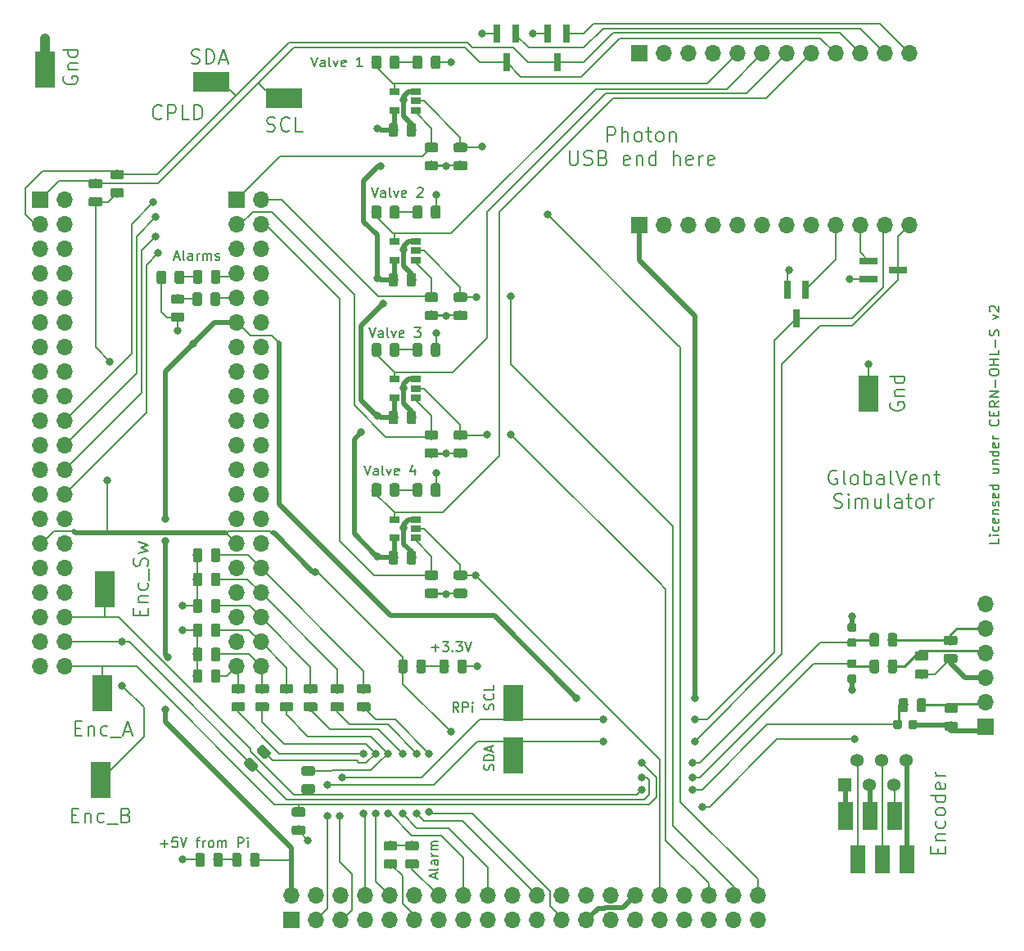
<source format=gbr>
G04 #@! TF.GenerationSoftware,KiCad,Pcbnew,(5.1.4)-1*
G04 #@! TF.CreationDate,2020-06-07T11:10:36-04:00*
G04 #@! TF.ProjectId,RPi_cape_simulator,5250695f-6361-4706-955f-73696d756c61,1.8*
G04 #@! TF.SameCoordinates,Original*
G04 #@! TF.FileFunction,Copper,L1,Top*
G04 #@! TF.FilePolarity,Positive*
%FSLAX45Y45*%
G04 Gerber Fmt 4.5, Leading zero omitted, Abs format (unit mm)*
G04 Created by KiCad (PCBNEW (5.1.4)-1) date 2020-06-07 11:10:36*
%MOMM*%
%LPD*%
G04 APERTURE LIST*
%ADD10C,0.200000*%
%ADD11R,0.800000X1.900000*%
%ADD12R,1.900000X0.800000*%
%ADD13C,0.100000*%
%ADD14C,0.975000*%
%ADD15R,2.000000X3.800000*%
%ADD16O,1.700000X1.700000*%
%ADD17R,1.700000X1.700000*%
%ADD18C,1.358000*%
%ADD19R,1.358000X1.358000*%
%ADD20R,1.500000X3.000000*%
%ADD21R,1.060000X0.650000*%
%ADD22C,0.875000*%
%ADD23R,3.800000X2.000000*%
%ADD24C,0.800000*%
%ADD25C,1.000000*%
%ADD26C,0.500000*%
%ADD27C,0.250000*%
G04 APERTURE END LIST*
D10*
X11392857Y-23477500D02*
X11378571Y-23470357D01*
X11357143Y-23470357D01*
X11335714Y-23477500D01*
X11321428Y-23491786D01*
X11314286Y-23506071D01*
X11307143Y-23534643D01*
X11307143Y-23556071D01*
X11314286Y-23584643D01*
X11321428Y-23598928D01*
X11335714Y-23613214D01*
X11357143Y-23620357D01*
X11371428Y-23620357D01*
X11392857Y-23613214D01*
X11400000Y-23606071D01*
X11400000Y-23556071D01*
X11371428Y-23556071D01*
X11485714Y-23620357D02*
X11471428Y-23613214D01*
X11464286Y-23598928D01*
X11464286Y-23470357D01*
X11564286Y-23620357D02*
X11550000Y-23613214D01*
X11542857Y-23606071D01*
X11535714Y-23591786D01*
X11535714Y-23548928D01*
X11542857Y-23534643D01*
X11550000Y-23527500D01*
X11564286Y-23520357D01*
X11585714Y-23520357D01*
X11600000Y-23527500D01*
X11607143Y-23534643D01*
X11614286Y-23548928D01*
X11614286Y-23591786D01*
X11607143Y-23606071D01*
X11600000Y-23613214D01*
X11585714Y-23620357D01*
X11564286Y-23620357D01*
X11678571Y-23620357D02*
X11678571Y-23470357D01*
X11678571Y-23527500D02*
X11692857Y-23520357D01*
X11721428Y-23520357D01*
X11735714Y-23527500D01*
X11742857Y-23534643D01*
X11750000Y-23548928D01*
X11750000Y-23591786D01*
X11742857Y-23606071D01*
X11735714Y-23613214D01*
X11721428Y-23620357D01*
X11692857Y-23620357D01*
X11678571Y-23613214D01*
X11878571Y-23620357D02*
X11878571Y-23541786D01*
X11871428Y-23527500D01*
X11857143Y-23520357D01*
X11828571Y-23520357D01*
X11814286Y-23527500D01*
X11878571Y-23613214D02*
X11864286Y-23620357D01*
X11828571Y-23620357D01*
X11814286Y-23613214D01*
X11807143Y-23598928D01*
X11807143Y-23584643D01*
X11814286Y-23570357D01*
X11828571Y-23563214D01*
X11864286Y-23563214D01*
X11878571Y-23556071D01*
X11971428Y-23620357D02*
X11957143Y-23613214D01*
X11950000Y-23598928D01*
X11950000Y-23470357D01*
X12007143Y-23470357D02*
X12057143Y-23620357D01*
X12107143Y-23470357D01*
X12214286Y-23613214D02*
X12200000Y-23620357D01*
X12171428Y-23620357D01*
X12157143Y-23613214D01*
X12150000Y-23598928D01*
X12150000Y-23541786D01*
X12157143Y-23527500D01*
X12171428Y-23520357D01*
X12200000Y-23520357D01*
X12214286Y-23527500D01*
X12221428Y-23541786D01*
X12221428Y-23556071D01*
X12150000Y-23570357D01*
X12285714Y-23520357D02*
X12285714Y-23620357D01*
X12285714Y-23534643D02*
X12292857Y-23527500D01*
X12307143Y-23520357D01*
X12328571Y-23520357D01*
X12342857Y-23527500D01*
X12350000Y-23541786D01*
X12350000Y-23620357D01*
X12400000Y-23520357D02*
X12457143Y-23520357D01*
X12421428Y-23470357D02*
X12421428Y-23598928D01*
X12428571Y-23613214D01*
X12442857Y-23620357D01*
X12457143Y-23620357D01*
X11364286Y-23858214D02*
X11385714Y-23865357D01*
X11421428Y-23865357D01*
X11435714Y-23858214D01*
X11442857Y-23851071D01*
X11450000Y-23836786D01*
X11450000Y-23822500D01*
X11442857Y-23808214D01*
X11435714Y-23801071D01*
X11421428Y-23793928D01*
X11392857Y-23786786D01*
X11378571Y-23779643D01*
X11371428Y-23772500D01*
X11364286Y-23758214D01*
X11364286Y-23743928D01*
X11371428Y-23729643D01*
X11378571Y-23722500D01*
X11392857Y-23715357D01*
X11428571Y-23715357D01*
X11450000Y-23722500D01*
X11514286Y-23865357D02*
X11514286Y-23765357D01*
X11514286Y-23715357D02*
X11507143Y-23722500D01*
X11514286Y-23729643D01*
X11521428Y-23722500D01*
X11514286Y-23715357D01*
X11514286Y-23729643D01*
X11585714Y-23865357D02*
X11585714Y-23765357D01*
X11585714Y-23779643D02*
X11592857Y-23772500D01*
X11607143Y-23765357D01*
X11628571Y-23765357D01*
X11642857Y-23772500D01*
X11650000Y-23786786D01*
X11650000Y-23865357D01*
X11650000Y-23786786D02*
X11657143Y-23772500D01*
X11671428Y-23765357D01*
X11692857Y-23765357D01*
X11707143Y-23772500D01*
X11714286Y-23786786D01*
X11714286Y-23865357D01*
X11850000Y-23765357D02*
X11850000Y-23865357D01*
X11785714Y-23765357D02*
X11785714Y-23843928D01*
X11792857Y-23858214D01*
X11807143Y-23865357D01*
X11828571Y-23865357D01*
X11842857Y-23858214D01*
X11850000Y-23851071D01*
X11942857Y-23865357D02*
X11928571Y-23858214D01*
X11921428Y-23843928D01*
X11921428Y-23715357D01*
X12064286Y-23865357D02*
X12064286Y-23786786D01*
X12057143Y-23772500D01*
X12042857Y-23765357D01*
X12014286Y-23765357D01*
X12000000Y-23772500D01*
X12064286Y-23858214D02*
X12050000Y-23865357D01*
X12014286Y-23865357D01*
X12000000Y-23858214D01*
X11992857Y-23843928D01*
X11992857Y-23829643D01*
X12000000Y-23815357D01*
X12014286Y-23808214D01*
X12050000Y-23808214D01*
X12064286Y-23801071D01*
X12114286Y-23765357D02*
X12171428Y-23765357D01*
X12135714Y-23715357D02*
X12135714Y-23843928D01*
X12142857Y-23858214D01*
X12157143Y-23865357D01*
X12171428Y-23865357D01*
X12242857Y-23865357D02*
X12228571Y-23858214D01*
X12221428Y-23851071D01*
X12214286Y-23836786D01*
X12214286Y-23793928D01*
X12221428Y-23779643D01*
X12228571Y-23772500D01*
X12242857Y-23765357D01*
X12264286Y-23765357D01*
X12278571Y-23772500D01*
X12285714Y-23779643D01*
X12292857Y-23793928D01*
X12292857Y-23836786D01*
X12285714Y-23851071D01*
X12278571Y-23858214D01*
X12264286Y-23865357D01*
X12242857Y-23865357D01*
X12357143Y-23865357D02*
X12357143Y-23765357D01*
X12357143Y-23793928D02*
X12364286Y-23779643D01*
X12371428Y-23772500D01*
X12385714Y-23765357D01*
X12400000Y-23765357D01*
X3478571Y-27039286D02*
X3528571Y-27039286D01*
X3550000Y-27117857D02*
X3478571Y-27117857D01*
X3478571Y-26967857D01*
X3550000Y-26967857D01*
X3614286Y-27017857D02*
X3614286Y-27117857D01*
X3614286Y-27032143D02*
X3621428Y-27025000D01*
X3635714Y-27017857D01*
X3657143Y-27017857D01*
X3671428Y-27025000D01*
X3678571Y-27039286D01*
X3678571Y-27117857D01*
X3814286Y-27110714D02*
X3800000Y-27117857D01*
X3771428Y-27117857D01*
X3757143Y-27110714D01*
X3750000Y-27103571D01*
X3742857Y-27089286D01*
X3742857Y-27046428D01*
X3750000Y-27032143D01*
X3757143Y-27025000D01*
X3771428Y-27017857D01*
X3800000Y-27017857D01*
X3814286Y-27025000D01*
X3842857Y-27132143D02*
X3957143Y-27132143D01*
X4042857Y-27039286D02*
X4064286Y-27046428D01*
X4071428Y-27053571D01*
X4078571Y-27067857D01*
X4078571Y-27089286D01*
X4071428Y-27103571D01*
X4064286Y-27110714D01*
X4050000Y-27117857D01*
X3992857Y-27117857D01*
X3992857Y-26967857D01*
X4042857Y-26967857D01*
X4057143Y-26975000D01*
X4064286Y-26982143D01*
X4071428Y-26996428D01*
X4071428Y-27010714D01*
X4064286Y-27025000D01*
X4057143Y-27032143D01*
X4042857Y-27039286D01*
X3992857Y-27039286D01*
X11950000Y-22771428D02*
X11942857Y-22785714D01*
X11942857Y-22807143D01*
X11950000Y-22828571D01*
X11964286Y-22842857D01*
X11978571Y-22850000D01*
X12007143Y-22857143D01*
X12028571Y-22857143D01*
X12057143Y-22850000D01*
X12071428Y-22842857D01*
X12085714Y-22828571D01*
X12092857Y-22807143D01*
X12092857Y-22792857D01*
X12085714Y-22771428D01*
X12078571Y-22764286D01*
X12028571Y-22764286D01*
X12028571Y-22792857D01*
X11992857Y-22700000D02*
X12092857Y-22700000D01*
X12007143Y-22700000D02*
X12000000Y-22692857D01*
X11992857Y-22678571D01*
X11992857Y-22657143D01*
X12000000Y-22642857D01*
X12014286Y-22635714D01*
X12092857Y-22635714D01*
X12092857Y-22500000D02*
X11942857Y-22500000D01*
X12085714Y-22500000D02*
X12092857Y-22514286D01*
X12092857Y-22542857D01*
X12085714Y-22557143D01*
X12078571Y-22564286D01*
X12064286Y-22571428D01*
X12021428Y-22571428D01*
X12007143Y-22564286D01*
X12000000Y-22557143D01*
X11992857Y-22542857D01*
X11992857Y-22514286D01*
X12000000Y-22500000D01*
X9021429Y-20070357D02*
X9021429Y-19920357D01*
X9078571Y-19920357D01*
X9092857Y-19927500D01*
X9100000Y-19934643D01*
X9107143Y-19948929D01*
X9107143Y-19970357D01*
X9100000Y-19984643D01*
X9092857Y-19991786D01*
X9078571Y-19998929D01*
X9021429Y-19998929D01*
X9171429Y-20070357D02*
X9171429Y-19920357D01*
X9235714Y-20070357D02*
X9235714Y-19991786D01*
X9228571Y-19977500D01*
X9214286Y-19970357D01*
X9192857Y-19970357D01*
X9178571Y-19977500D01*
X9171429Y-19984643D01*
X9328571Y-20070357D02*
X9314286Y-20063214D01*
X9307143Y-20056071D01*
X9300000Y-20041786D01*
X9300000Y-19998929D01*
X9307143Y-19984643D01*
X9314286Y-19977500D01*
X9328571Y-19970357D01*
X9350000Y-19970357D01*
X9364286Y-19977500D01*
X9371429Y-19984643D01*
X9378571Y-19998929D01*
X9378571Y-20041786D01*
X9371429Y-20056071D01*
X9364286Y-20063214D01*
X9350000Y-20070357D01*
X9328571Y-20070357D01*
X9421429Y-19970357D02*
X9478571Y-19970357D01*
X9442857Y-19920357D02*
X9442857Y-20048929D01*
X9450000Y-20063214D01*
X9464286Y-20070357D01*
X9478571Y-20070357D01*
X9550000Y-20070357D02*
X9535714Y-20063214D01*
X9528571Y-20056071D01*
X9521429Y-20041786D01*
X9521429Y-19998929D01*
X9528571Y-19984643D01*
X9535714Y-19977500D01*
X9550000Y-19970357D01*
X9571429Y-19970357D01*
X9585714Y-19977500D01*
X9592857Y-19984643D01*
X9600000Y-19998929D01*
X9600000Y-20041786D01*
X9592857Y-20056071D01*
X9585714Y-20063214D01*
X9571429Y-20070357D01*
X9550000Y-20070357D01*
X9664286Y-19970357D02*
X9664286Y-20070357D01*
X9664286Y-19984643D02*
X9671429Y-19977500D01*
X9685714Y-19970357D01*
X9707143Y-19970357D01*
X9721429Y-19977500D01*
X9728571Y-19991786D01*
X9728571Y-20070357D01*
X8628571Y-20165357D02*
X8628571Y-20286786D01*
X8635714Y-20301071D01*
X8642857Y-20308214D01*
X8657143Y-20315357D01*
X8685714Y-20315357D01*
X8700000Y-20308214D01*
X8707143Y-20301071D01*
X8714286Y-20286786D01*
X8714286Y-20165357D01*
X8778571Y-20308214D02*
X8800000Y-20315357D01*
X8835714Y-20315357D01*
X8850000Y-20308214D01*
X8857143Y-20301071D01*
X8864286Y-20286786D01*
X8864286Y-20272500D01*
X8857143Y-20258214D01*
X8850000Y-20251071D01*
X8835714Y-20243929D01*
X8807143Y-20236786D01*
X8792857Y-20229643D01*
X8785714Y-20222500D01*
X8778571Y-20208214D01*
X8778571Y-20193929D01*
X8785714Y-20179643D01*
X8792857Y-20172500D01*
X8807143Y-20165357D01*
X8842857Y-20165357D01*
X8864286Y-20172500D01*
X8978571Y-20236786D02*
X9000000Y-20243929D01*
X9007143Y-20251071D01*
X9014286Y-20265357D01*
X9014286Y-20286786D01*
X9007143Y-20301071D01*
X9000000Y-20308214D01*
X8985714Y-20315357D01*
X8928571Y-20315357D01*
X8928571Y-20165357D01*
X8978571Y-20165357D01*
X8992857Y-20172500D01*
X9000000Y-20179643D01*
X9007143Y-20193929D01*
X9007143Y-20208214D01*
X9000000Y-20222500D01*
X8992857Y-20229643D01*
X8978571Y-20236786D01*
X8928571Y-20236786D01*
X9250000Y-20308214D02*
X9235714Y-20315357D01*
X9207143Y-20315357D01*
X9192857Y-20308214D01*
X9185714Y-20293929D01*
X9185714Y-20236786D01*
X9192857Y-20222500D01*
X9207143Y-20215357D01*
X9235714Y-20215357D01*
X9250000Y-20222500D01*
X9257143Y-20236786D01*
X9257143Y-20251071D01*
X9185714Y-20265357D01*
X9321429Y-20215357D02*
X9321429Y-20315357D01*
X9321429Y-20229643D02*
X9328571Y-20222500D01*
X9342857Y-20215357D01*
X9364286Y-20215357D01*
X9378571Y-20222500D01*
X9385714Y-20236786D01*
X9385714Y-20315357D01*
X9521429Y-20315357D02*
X9521429Y-20165357D01*
X9521429Y-20308214D02*
X9507143Y-20315357D01*
X9478571Y-20315357D01*
X9464286Y-20308214D01*
X9457143Y-20301071D01*
X9450000Y-20286786D01*
X9450000Y-20243929D01*
X9457143Y-20229643D01*
X9464286Y-20222500D01*
X9478571Y-20215357D01*
X9507143Y-20215357D01*
X9521429Y-20222500D01*
X9707143Y-20315357D02*
X9707143Y-20165357D01*
X9771429Y-20315357D02*
X9771429Y-20236786D01*
X9764286Y-20222500D01*
X9750000Y-20215357D01*
X9728571Y-20215357D01*
X9714286Y-20222500D01*
X9707143Y-20229643D01*
X9900000Y-20308214D02*
X9885714Y-20315357D01*
X9857143Y-20315357D01*
X9842857Y-20308214D01*
X9835714Y-20293929D01*
X9835714Y-20236786D01*
X9842857Y-20222500D01*
X9857143Y-20215357D01*
X9885714Y-20215357D01*
X9900000Y-20222500D01*
X9907143Y-20236786D01*
X9907143Y-20251071D01*
X9835714Y-20265357D01*
X9971429Y-20315357D02*
X9971429Y-20215357D01*
X9971429Y-20243929D02*
X9978571Y-20229643D01*
X9985714Y-20222500D01*
X10000000Y-20215357D01*
X10014286Y-20215357D01*
X10121429Y-20308214D02*
X10107143Y-20315357D01*
X10078571Y-20315357D01*
X10064286Y-20308214D01*
X10057143Y-20293929D01*
X10057143Y-20236786D01*
X10064286Y-20222500D01*
X10078571Y-20215357D01*
X10107143Y-20215357D01*
X10121429Y-20222500D01*
X10128571Y-20236786D01*
X10128571Y-20251071D01*
X10057143Y-20265357D01*
X7241667Y-27692857D02*
X7241667Y-27645238D01*
X7270238Y-27702381D02*
X7170238Y-27669048D01*
X7270238Y-27635714D01*
X7270238Y-27588095D02*
X7265476Y-27597619D01*
X7255952Y-27602381D01*
X7170238Y-27602381D01*
X7270238Y-27507143D02*
X7217857Y-27507143D01*
X7208333Y-27511905D01*
X7203571Y-27521428D01*
X7203571Y-27540476D01*
X7208333Y-27550000D01*
X7265476Y-27507143D02*
X7270238Y-27516667D01*
X7270238Y-27540476D01*
X7265476Y-27550000D01*
X7255952Y-27554762D01*
X7246428Y-27554762D01*
X7236905Y-27550000D01*
X7232143Y-27540476D01*
X7232143Y-27516667D01*
X7227381Y-27507143D01*
X7270238Y-27459524D02*
X7203571Y-27459524D01*
X7222619Y-27459524D02*
X7213095Y-27454762D01*
X7208333Y-27450000D01*
X7203571Y-27440476D01*
X7203571Y-27430952D01*
X7270238Y-27397619D02*
X7203571Y-27397619D01*
X7213095Y-27397619D02*
X7208333Y-27392857D01*
X7203571Y-27383333D01*
X7203571Y-27369048D01*
X7208333Y-27359524D01*
X7217857Y-27354762D01*
X7270238Y-27354762D01*
X7217857Y-27354762D02*
X7208333Y-27350000D01*
X7203571Y-27340476D01*
X7203571Y-27326190D01*
X7208333Y-27316667D01*
X7217857Y-27311905D01*
X7270238Y-27311905D01*
X12439286Y-27435714D02*
X12439286Y-27385714D01*
X12517857Y-27364286D02*
X12517857Y-27435714D01*
X12367857Y-27435714D01*
X12367857Y-27364286D01*
X12417857Y-27300000D02*
X12517857Y-27300000D01*
X12432143Y-27300000D02*
X12425000Y-27292857D01*
X12417857Y-27278571D01*
X12417857Y-27257143D01*
X12425000Y-27242857D01*
X12439286Y-27235714D01*
X12517857Y-27235714D01*
X12510714Y-27100000D02*
X12517857Y-27114286D01*
X12517857Y-27142857D01*
X12510714Y-27157143D01*
X12503571Y-27164286D01*
X12489286Y-27171428D01*
X12446428Y-27171428D01*
X12432143Y-27164286D01*
X12425000Y-27157143D01*
X12417857Y-27142857D01*
X12417857Y-27114286D01*
X12425000Y-27100000D01*
X12517857Y-27014286D02*
X12510714Y-27028571D01*
X12503571Y-27035714D01*
X12489286Y-27042857D01*
X12446428Y-27042857D01*
X12432143Y-27035714D01*
X12425000Y-27028571D01*
X12417857Y-27014286D01*
X12417857Y-26992857D01*
X12425000Y-26978571D01*
X12432143Y-26971428D01*
X12446428Y-26964286D01*
X12489286Y-26964286D01*
X12503571Y-26971428D01*
X12510714Y-26978571D01*
X12517857Y-26992857D01*
X12517857Y-27014286D01*
X12517857Y-26835714D02*
X12367857Y-26835714D01*
X12510714Y-26835714D02*
X12517857Y-26850000D01*
X12517857Y-26878571D01*
X12510714Y-26892857D01*
X12503571Y-26900000D01*
X12489286Y-26907143D01*
X12446428Y-26907143D01*
X12432143Y-26900000D01*
X12425000Y-26892857D01*
X12417857Y-26878571D01*
X12417857Y-26850000D01*
X12425000Y-26835714D01*
X12510714Y-26707143D02*
X12517857Y-26721428D01*
X12517857Y-26750000D01*
X12510714Y-26764286D01*
X12496428Y-26771428D01*
X12439286Y-26771428D01*
X12425000Y-26764286D01*
X12417857Y-26750000D01*
X12417857Y-26721428D01*
X12425000Y-26707143D01*
X12439286Y-26700000D01*
X12453571Y-26700000D01*
X12467857Y-26771428D01*
X12517857Y-26635714D02*
X12417857Y-26635714D01*
X12446428Y-26635714D02*
X12432143Y-26628571D01*
X12425000Y-26621428D01*
X12417857Y-26607143D01*
X12417857Y-26592857D01*
X6503571Y-23420238D02*
X6536905Y-23520238D01*
X6570238Y-23420238D01*
X6646428Y-23520238D02*
X6646428Y-23467857D01*
X6641667Y-23458333D01*
X6632143Y-23453571D01*
X6613095Y-23453571D01*
X6603571Y-23458333D01*
X6646428Y-23515476D02*
X6636905Y-23520238D01*
X6613095Y-23520238D01*
X6603571Y-23515476D01*
X6598809Y-23505952D01*
X6598809Y-23496428D01*
X6603571Y-23486905D01*
X6613095Y-23482143D01*
X6636905Y-23482143D01*
X6646428Y-23477381D01*
X6708333Y-23520238D02*
X6698809Y-23515476D01*
X6694048Y-23505952D01*
X6694048Y-23420238D01*
X6736905Y-23453571D02*
X6760714Y-23520238D01*
X6784524Y-23453571D01*
X6860714Y-23515476D02*
X6851190Y-23520238D01*
X6832143Y-23520238D01*
X6822619Y-23515476D01*
X6817857Y-23505952D01*
X6817857Y-23467857D01*
X6822619Y-23458333D01*
X6832143Y-23453571D01*
X6851190Y-23453571D01*
X6860714Y-23458333D01*
X6865476Y-23467857D01*
X6865476Y-23477381D01*
X6817857Y-23486905D01*
X7027381Y-23453571D02*
X7027381Y-23520238D01*
X7003571Y-23415476D02*
X6979762Y-23486905D01*
X7041667Y-23486905D01*
X6553571Y-21995238D02*
X6586905Y-22095238D01*
X6620238Y-21995238D01*
X6696428Y-22095238D02*
X6696428Y-22042857D01*
X6691667Y-22033333D01*
X6682143Y-22028571D01*
X6663095Y-22028571D01*
X6653571Y-22033333D01*
X6696428Y-22090476D02*
X6686905Y-22095238D01*
X6663095Y-22095238D01*
X6653571Y-22090476D01*
X6648809Y-22080952D01*
X6648809Y-22071429D01*
X6653571Y-22061905D01*
X6663095Y-22057143D01*
X6686905Y-22057143D01*
X6696428Y-22052381D01*
X6758333Y-22095238D02*
X6748809Y-22090476D01*
X6744048Y-22080952D01*
X6744048Y-21995238D01*
X6786905Y-22028571D02*
X6810714Y-22095238D01*
X6834524Y-22028571D01*
X6910714Y-22090476D02*
X6901190Y-22095238D01*
X6882143Y-22095238D01*
X6872619Y-22090476D01*
X6867857Y-22080952D01*
X6867857Y-22042857D01*
X6872619Y-22033333D01*
X6882143Y-22028571D01*
X6901190Y-22028571D01*
X6910714Y-22033333D01*
X6915476Y-22042857D01*
X6915476Y-22052381D01*
X6867857Y-22061905D01*
X7025000Y-21995238D02*
X7086905Y-21995238D01*
X7053571Y-22033333D01*
X7067857Y-22033333D01*
X7077381Y-22038095D01*
X7082143Y-22042857D01*
X7086905Y-22052381D01*
X7086905Y-22076190D01*
X7082143Y-22085714D01*
X7077381Y-22090476D01*
X7067857Y-22095238D01*
X7039286Y-22095238D01*
X7029762Y-22090476D01*
X7025000Y-22085714D01*
X6578571Y-20545238D02*
X6611905Y-20645238D01*
X6645238Y-20545238D01*
X6721428Y-20645238D02*
X6721428Y-20592857D01*
X6716667Y-20583333D01*
X6707143Y-20578571D01*
X6688095Y-20578571D01*
X6678571Y-20583333D01*
X6721428Y-20640476D02*
X6711905Y-20645238D01*
X6688095Y-20645238D01*
X6678571Y-20640476D01*
X6673809Y-20630952D01*
X6673809Y-20621429D01*
X6678571Y-20611905D01*
X6688095Y-20607143D01*
X6711905Y-20607143D01*
X6721428Y-20602381D01*
X6783333Y-20645238D02*
X6773809Y-20640476D01*
X6769048Y-20630952D01*
X6769048Y-20545238D01*
X6811905Y-20578571D02*
X6835714Y-20645238D01*
X6859524Y-20578571D01*
X6935714Y-20640476D02*
X6926190Y-20645238D01*
X6907143Y-20645238D01*
X6897619Y-20640476D01*
X6892857Y-20630952D01*
X6892857Y-20592857D01*
X6897619Y-20583333D01*
X6907143Y-20578571D01*
X6926190Y-20578571D01*
X6935714Y-20583333D01*
X6940476Y-20592857D01*
X6940476Y-20602381D01*
X6892857Y-20611905D01*
X7054762Y-20554762D02*
X7059524Y-20550000D01*
X7069048Y-20545238D01*
X7092857Y-20545238D01*
X7102381Y-20550000D01*
X7107143Y-20554762D01*
X7111905Y-20564286D01*
X7111905Y-20573810D01*
X7107143Y-20588095D01*
X7050000Y-20645238D01*
X7111905Y-20645238D01*
X5953571Y-19195238D02*
X5986905Y-19295238D01*
X6020238Y-19195238D01*
X6096428Y-19295238D02*
X6096428Y-19242857D01*
X6091667Y-19233333D01*
X6082143Y-19228571D01*
X6063095Y-19228571D01*
X6053571Y-19233333D01*
X6096428Y-19290476D02*
X6086905Y-19295238D01*
X6063095Y-19295238D01*
X6053571Y-19290476D01*
X6048809Y-19280952D01*
X6048809Y-19271429D01*
X6053571Y-19261905D01*
X6063095Y-19257143D01*
X6086905Y-19257143D01*
X6096428Y-19252381D01*
X6158333Y-19295238D02*
X6148809Y-19290476D01*
X6144048Y-19280952D01*
X6144048Y-19195238D01*
X6186905Y-19228571D02*
X6210714Y-19295238D01*
X6234524Y-19228571D01*
X6310714Y-19290476D02*
X6301190Y-19295238D01*
X6282143Y-19295238D01*
X6272619Y-19290476D01*
X6267857Y-19280952D01*
X6267857Y-19242857D01*
X6272619Y-19233333D01*
X6282143Y-19228571D01*
X6301190Y-19228571D01*
X6310714Y-19233333D01*
X6315476Y-19242857D01*
X6315476Y-19252381D01*
X6267857Y-19261905D01*
X6486905Y-19295238D02*
X6429762Y-19295238D01*
X6458333Y-19295238D02*
X6458333Y-19195238D01*
X6448809Y-19209524D01*
X6439286Y-19219048D01*
X6429762Y-19223810D01*
X4410714Y-19828571D02*
X4403571Y-19835714D01*
X4382143Y-19842857D01*
X4367857Y-19842857D01*
X4346429Y-19835714D01*
X4332143Y-19821429D01*
X4325000Y-19807143D01*
X4317857Y-19778571D01*
X4317857Y-19757143D01*
X4325000Y-19728571D01*
X4332143Y-19714286D01*
X4346429Y-19700000D01*
X4367857Y-19692857D01*
X4382143Y-19692857D01*
X4403571Y-19700000D01*
X4410714Y-19707143D01*
X4475000Y-19842857D02*
X4475000Y-19692857D01*
X4532143Y-19692857D01*
X4546429Y-19700000D01*
X4553571Y-19707143D01*
X4560714Y-19721429D01*
X4560714Y-19742857D01*
X4553571Y-19757143D01*
X4546429Y-19764286D01*
X4532143Y-19771429D01*
X4475000Y-19771429D01*
X4696429Y-19842857D02*
X4625000Y-19842857D01*
X4625000Y-19692857D01*
X4746429Y-19842857D02*
X4746429Y-19692857D01*
X4782143Y-19692857D01*
X4803571Y-19700000D01*
X4817857Y-19714286D01*
X4825000Y-19728571D01*
X4832143Y-19757143D01*
X4832143Y-19778571D01*
X4825000Y-19807143D01*
X4817857Y-19821429D01*
X4803571Y-19835714D01*
X4782143Y-19842857D01*
X4746429Y-19842857D01*
X5496429Y-19960714D02*
X5517857Y-19967857D01*
X5553571Y-19967857D01*
X5567857Y-19960714D01*
X5575000Y-19953571D01*
X5582143Y-19939286D01*
X5582143Y-19925000D01*
X5575000Y-19910714D01*
X5567857Y-19903571D01*
X5553571Y-19896429D01*
X5525000Y-19889286D01*
X5510714Y-19882143D01*
X5503571Y-19875000D01*
X5496429Y-19860714D01*
X5496429Y-19846429D01*
X5503571Y-19832143D01*
X5510714Y-19825000D01*
X5525000Y-19817857D01*
X5560714Y-19817857D01*
X5582143Y-19825000D01*
X5732143Y-19953571D02*
X5725000Y-19960714D01*
X5703571Y-19967857D01*
X5689286Y-19967857D01*
X5667857Y-19960714D01*
X5653571Y-19946429D01*
X5646428Y-19932143D01*
X5639286Y-19903571D01*
X5639286Y-19882143D01*
X5646428Y-19853571D01*
X5653571Y-19839286D01*
X5667857Y-19825000D01*
X5689286Y-19817857D01*
X5703571Y-19817857D01*
X5725000Y-19825000D01*
X5732143Y-19832143D01*
X5867857Y-19967857D02*
X5796428Y-19967857D01*
X5796428Y-19817857D01*
X4717857Y-19260714D02*
X4739286Y-19267857D01*
X4775000Y-19267857D01*
X4789286Y-19260714D01*
X4796429Y-19253571D01*
X4803571Y-19239286D01*
X4803571Y-19225000D01*
X4796429Y-19210714D01*
X4789286Y-19203571D01*
X4775000Y-19196429D01*
X4746429Y-19189286D01*
X4732143Y-19182143D01*
X4725000Y-19175000D01*
X4717857Y-19160714D01*
X4717857Y-19146429D01*
X4725000Y-19132143D01*
X4732143Y-19125000D01*
X4746429Y-19117857D01*
X4782143Y-19117857D01*
X4803571Y-19125000D01*
X4867857Y-19267857D02*
X4867857Y-19117857D01*
X4903571Y-19117857D01*
X4925000Y-19125000D01*
X4939286Y-19139286D01*
X4946429Y-19153571D01*
X4953571Y-19182143D01*
X4953571Y-19203571D01*
X4946429Y-19232143D01*
X4939286Y-19246429D01*
X4925000Y-19260714D01*
X4903571Y-19267857D01*
X4867857Y-19267857D01*
X5010714Y-19225000D02*
X5082143Y-19225000D01*
X4996429Y-19267857D02*
X5046429Y-19117857D01*
X5096429Y-19267857D01*
X3400000Y-19396429D02*
X3392857Y-19410714D01*
X3392857Y-19432143D01*
X3400000Y-19453571D01*
X3414286Y-19467857D01*
X3428571Y-19475000D01*
X3457143Y-19482143D01*
X3478571Y-19482143D01*
X3507143Y-19475000D01*
X3521428Y-19467857D01*
X3535714Y-19453571D01*
X3542857Y-19432143D01*
X3542857Y-19417857D01*
X3535714Y-19396429D01*
X3528571Y-19389286D01*
X3478571Y-19389286D01*
X3478571Y-19417857D01*
X3442857Y-19325000D02*
X3542857Y-19325000D01*
X3457143Y-19325000D02*
X3450000Y-19317857D01*
X3442857Y-19303571D01*
X3442857Y-19282143D01*
X3450000Y-19267857D01*
X3464286Y-19260714D01*
X3542857Y-19260714D01*
X3542857Y-19125000D02*
X3392857Y-19125000D01*
X3535714Y-19125000D02*
X3542857Y-19139286D01*
X3542857Y-19167857D01*
X3535714Y-19182143D01*
X3528571Y-19189286D01*
X3514286Y-19196429D01*
X3471428Y-19196429D01*
X3457143Y-19189286D01*
X3450000Y-19182143D01*
X3442857Y-19167857D01*
X3442857Y-19139286D01*
X3450000Y-19125000D01*
X4541667Y-21266667D02*
X4589286Y-21266667D01*
X4532143Y-21295238D02*
X4565476Y-21195238D01*
X4598810Y-21295238D01*
X4646429Y-21295238D02*
X4636905Y-21290476D01*
X4632143Y-21280952D01*
X4632143Y-21195238D01*
X4727381Y-21295238D02*
X4727381Y-21242857D01*
X4722619Y-21233333D01*
X4713095Y-21228571D01*
X4694048Y-21228571D01*
X4684524Y-21233333D01*
X4727381Y-21290476D02*
X4717857Y-21295238D01*
X4694048Y-21295238D01*
X4684524Y-21290476D01*
X4679762Y-21280952D01*
X4679762Y-21271429D01*
X4684524Y-21261905D01*
X4694048Y-21257143D01*
X4717857Y-21257143D01*
X4727381Y-21252381D01*
X4775000Y-21295238D02*
X4775000Y-21228571D01*
X4775000Y-21247619D02*
X4779762Y-21238095D01*
X4784524Y-21233333D01*
X4794048Y-21228571D01*
X4803571Y-21228571D01*
X4836905Y-21295238D02*
X4836905Y-21228571D01*
X4836905Y-21238095D02*
X4841667Y-21233333D01*
X4851190Y-21228571D01*
X4865476Y-21228571D01*
X4875000Y-21233333D01*
X4879762Y-21242857D01*
X4879762Y-21295238D01*
X4879762Y-21242857D02*
X4884524Y-21233333D01*
X4894048Y-21228571D01*
X4908333Y-21228571D01*
X4917857Y-21233333D01*
X4922619Y-21242857D01*
X4922619Y-21295238D01*
X4965476Y-21290476D02*
X4975000Y-21295238D01*
X4994048Y-21295238D01*
X5003571Y-21290476D01*
X5008333Y-21280952D01*
X5008333Y-21276190D01*
X5003571Y-21266667D01*
X4994048Y-21261905D01*
X4979762Y-21261905D01*
X4970238Y-21257143D01*
X4965476Y-21247619D01*
X4965476Y-21242857D01*
X4970238Y-21233333D01*
X4979762Y-21228571D01*
X4994048Y-21228571D01*
X5003571Y-21233333D01*
X4400000Y-27332143D02*
X4476190Y-27332143D01*
X4438095Y-27370238D02*
X4438095Y-27294048D01*
X4571429Y-27270238D02*
X4523810Y-27270238D01*
X4519048Y-27317857D01*
X4523810Y-27313095D01*
X4533333Y-27308333D01*
X4557143Y-27308333D01*
X4566667Y-27313095D01*
X4571429Y-27317857D01*
X4576190Y-27327381D01*
X4576190Y-27351190D01*
X4571429Y-27360714D01*
X4566667Y-27365476D01*
X4557143Y-27370238D01*
X4533333Y-27370238D01*
X4523810Y-27365476D01*
X4519048Y-27360714D01*
X4604762Y-27270238D02*
X4638095Y-27370238D01*
X4671429Y-27270238D01*
X4766667Y-27303571D02*
X4804762Y-27303571D01*
X4780952Y-27370238D02*
X4780952Y-27284524D01*
X4785714Y-27275000D01*
X4795238Y-27270238D01*
X4804762Y-27270238D01*
X4838095Y-27370238D02*
X4838095Y-27303571D01*
X4838095Y-27322619D02*
X4842857Y-27313095D01*
X4847619Y-27308333D01*
X4857143Y-27303571D01*
X4866667Y-27303571D01*
X4914286Y-27370238D02*
X4904762Y-27365476D01*
X4900000Y-27360714D01*
X4895238Y-27351190D01*
X4895238Y-27322619D01*
X4900000Y-27313095D01*
X4904762Y-27308333D01*
X4914286Y-27303571D01*
X4928571Y-27303571D01*
X4938095Y-27308333D01*
X4942857Y-27313095D01*
X4947619Y-27322619D01*
X4947619Y-27351190D01*
X4942857Y-27360714D01*
X4938095Y-27365476D01*
X4928571Y-27370238D01*
X4914286Y-27370238D01*
X4990476Y-27370238D02*
X4990476Y-27303571D01*
X4990476Y-27313095D02*
X4995238Y-27308333D01*
X5004762Y-27303571D01*
X5019048Y-27303571D01*
X5028571Y-27308333D01*
X5033333Y-27317857D01*
X5033333Y-27370238D01*
X5033333Y-27317857D02*
X5038095Y-27308333D01*
X5047619Y-27303571D01*
X5061905Y-27303571D01*
X5071429Y-27308333D01*
X5076190Y-27317857D01*
X5076190Y-27370238D01*
X5200000Y-27370238D02*
X5200000Y-27270238D01*
X5238095Y-27270238D01*
X5247619Y-27275000D01*
X5252381Y-27279762D01*
X5257143Y-27289286D01*
X5257143Y-27303571D01*
X5252381Y-27313095D01*
X5247619Y-27317857D01*
X5238095Y-27322619D01*
X5200000Y-27322619D01*
X5300000Y-27370238D02*
X5300000Y-27303571D01*
X5300000Y-27270238D02*
X5295238Y-27275000D01*
X5300000Y-27279762D01*
X5304762Y-27275000D01*
X5300000Y-27270238D01*
X5300000Y-27279762D01*
X7200000Y-25307143D02*
X7276190Y-25307143D01*
X7238095Y-25345238D02*
X7238095Y-25269048D01*
X7314286Y-25245238D02*
X7376190Y-25245238D01*
X7342857Y-25283333D01*
X7357143Y-25283333D01*
X7366667Y-25288095D01*
X7371428Y-25292857D01*
X7376190Y-25302381D01*
X7376190Y-25326190D01*
X7371428Y-25335714D01*
X7366667Y-25340476D01*
X7357143Y-25345238D01*
X7328571Y-25345238D01*
X7319048Y-25340476D01*
X7314286Y-25335714D01*
X7419048Y-25335714D02*
X7423809Y-25340476D01*
X7419048Y-25345238D01*
X7414286Y-25340476D01*
X7419048Y-25335714D01*
X7419048Y-25345238D01*
X7457143Y-25245238D02*
X7519048Y-25245238D01*
X7485714Y-25283333D01*
X7500000Y-25283333D01*
X7509524Y-25288095D01*
X7514286Y-25292857D01*
X7519048Y-25302381D01*
X7519048Y-25326190D01*
X7514286Y-25335714D01*
X7509524Y-25340476D01*
X7500000Y-25345238D01*
X7471428Y-25345238D01*
X7461905Y-25340476D01*
X7457143Y-25335714D01*
X7547619Y-25245238D02*
X7580952Y-25345238D01*
X7614286Y-25245238D01*
X7482143Y-25970238D02*
X7448809Y-25922619D01*
X7425000Y-25970238D02*
X7425000Y-25870238D01*
X7463095Y-25870238D01*
X7472619Y-25875000D01*
X7477381Y-25879762D01*
X7482143Y-25889286D01*
X7482143Y-25903571D01*
X7477381Y-25913095D01*
X7472619Y-25917857D01*
X7463095Y-25922619D01*
X7425000Y-25922619D01*
X7525000Y-25970238D02*
X7525000Y-25870238D01*
X7563095Y-25870238D01*
X7572619Y-25875000D01*
X7577381Y-25879762D01*
X7582143Y-25889286D01*
X7582143Y-25903571D01*
X7577381Y-25913095D01*
X7572619Y-25917857D01*
X7563095Y-25922619D01*
X7525000Y-25922619D01*
X7625000Y-25970238D02*
X7625000Y-25903571D01*
X7625000Y-25870238D02*
X7620238Y-25875000D01*
X7625000Y-25879762D01*
X7629762Y-25875000D01*
X7625000Y-25870238D01*
X7625000Y-25879762D01*
X7840476Y-26571428D02*
X7845238Y-26557143D01*
X7845238Y-26533333D01*
X7840476Y-26523809D01*
X7835714Y-26519048D01*
X7826190Y-26514286D01*
X7816667Y-26514286D01*
X7807143Y-26519048D01*
X7802381Y-26523809D01*
X7797619Y-26533333D01*
X7792857Y-26552381D01*
X7788095Y-26561905D01*
X7783333Y-26566667D01*
X7773809Y-26571428D01*
X7764286Y-26571428D01*
X7754762Y-26566667D01*
X7750000Y-26561905D01*
X7745238Y-26552381D01*
X7745238Y-26528571D01*
X7750000Y-26514286D01*
X7845238Y-26471428D02*
X7745238Y-26471428D01*
X7745238Y-26447619D01*
X7750000Y-26433333D01*
X7759524Y-26423809D01*
X7769048Y-26419048D01*
X7788095Y-26414286D01*
X7802381Y-26414286D01*
X7821428Y-26419048D01*
X7830952Y-26423809D01*
X7840476Y-26433333D01*
X7845238Y-26447619D01*
X7845238Y-26471428D01*
X7816667Y-26376190D02*
X7816667Y-26328571D01*
X7845238Y-26385714D02*
X7745238Y-26352381D01*
X7845238Y-26319048D01*
X7840476Y-25944048D02*
X7845238Y-25929762D01*
X7845238Y-25905952D01*
X7840476Y-25896428D01*
X7835714Y-25891667D01*
X7826190Y-25886905D01*
X7816667Y-25886905D01*
X7807143Y-25891667D01*
X7802381Y-25896428D01*
X7797619Y-25905952D01*
X7792857Y-25925000D01*
X7788095Y-25934524D01*
X7783333Y-25939286D01*
X7773809Y-25944048D01*
X7764286Y-25944048D01*
X7754762Y-25939286D01*
X7750000Y-25934524D01*
X7745238Y-25925000D01*
X7745238Y-25901190D01*
X7750000Y-25886905D01*
X7835714Y-25786905D02*
X7840476Y-25791667D01*
X7845238Y-25805952D01*
X7845238Y-25815476D01*
X7840476Y-25829762D01*
X7830952Y-25839286D01*
X7821428Y-25844048D01*
X7802381Y-25848809D01*
X7788095Y-25848809D01*
X7769048Y-25844048D01*
X7759524Y-25839286D01*
X7750000Y-25829762D01*
X7745238Y-25815476D01*
X7745238Y-25805952D01*
X7750000Y-25791667D01*
X7754762Y-25786905D01*
X7845238Y-25696428D02*
X7845238Y-25744048D01*
X7745238Y-25744048D01*
X4189286Y-24971428D02*
X4189286Y-24921428D01*
X4267857Y-24900000D02*
X4267857Y-24971428D01*
X4117857Y-24971428D01*
X4117857Y-24900000D01*
X4167857Y-24835714D02*
X4267857Y-24835714D01*
X4182143Y-24835714D02*
X4175000Y-24828571D01*
X4167857Y-24814286D01*
X4167857Y-24792857D01*
X4175000Y-24778571D01*
X4189286Y-24771428D01*
X4267857Y-24771428D01*
X4260714Y-24635714D02*
X4267857Y-24650000D01*
X4267857Y-24678571D01*
X4260714Y-24692857D01*
X4253571Y-24700000D01*
X4239286Y-24707143D01*
X4196429Y-24707143D01*
X4182143Y-24700000D01*
X4175000Y-24692857D01*
X4167857Y-24678571D01*
X4167857Y-24650000D01*
X4175000Y-24635714D01*
X4282143Y-24607143D02*
X4282143Y-24492857D01*
X4260714Y-24464286D02*
X4267857Y-24442857D01*
X4267857Y-24407143D01*
X4260714Y-24392857D01*
X4253571Y-24385714D01*
X4239286Y-24378571D01*
X4225000Y-24378571D01*
X4210714Y-24385714D01*
X4203571Y-24392857D01*
X4196429Y-24407143D01*
X4189286Y-24435714D01*
X4182143Y-24450000D01*
X4175000Y-24457143D01*
X4160714Y-24464286D01*
X4146428Y-24464286D01*
X4132143Y-24457143D01*
X4125000Y-24450000D01*
X4117857Y-24435714D01*
X4117857Y-24400000D01*
X4125000Y-24378571D01*
X4167857Y-24328571D02*
X4267857Y-24300000D01*
X4196429Y-24271428D01*
X4267857Y-24242857D01*
X4167857Y-24214286D01*
X3514286Y-26139286D02*
X3564286Y-26139286D01*
X3585714Y-26217857D02*
X3514286Y-26217857D01*
X3514286Y-26067857D01*
X3585714Y-26067857D01*
X3650000Y-26117857D02*
X3650000Y-26217857D01*
X3650000Y-26132143D02*
X3657143Y-26125000D01*
X3671428Y-26117857D01*
X3692857Y-26117857D01*
X3707143Y-26125000D01*
X3714286Y-26139286D01*
X3714286Y-26217857D01*
X3850000Y-26210714D02*
X3835714Y-26217857D01*
X3807143Y-26217857D01*
X3792857Y-26210714D01*
X3785714Y-26203571D01*
X3778571Y-26189286D01*
X3778571Y-26146428D01*
X3785714Y-26132143D01*
X3792857Y-26125000D01*
X3807143Y-26117857D01*
X3835714Y-26117857D01*
X3850000Y-26125000D01*
X3878571Y-26232143D02*
X3992857Y-26232143D01*
X4021428Y-26175000D02*
X4092857Y-26175000D01*
X4007143Y-26217857D02*
X4057143Y-26067857D01*
X4107143Y-26217857D01*
X13070238Y-24176190D02*
X13070238Y-24223809D01*
X12970238Y-24223809D01*
X13070238Y-24142857D02*
X13003571Y-24142857D01*
X12970238Y-24142857D02*
X12975000Y-24147619D01*
X12979762Y-24142857D01*
X12975000Y-24138095D01*
X12970238Y-24142857D01*
X12979762Y-24142857D01*
X13065476Y-24052381D02*
X13070238Y-24061905D01*
X13070238Y-24080952D01*
X13065476Y-24090476D01*
X13060714Y-24095238D01*
X13051190Y-24100000D01*
X13022619Y-24100000D01*
X13013095Y-24095238D01*
X13008333Y-24090476D01*
X13003571Y-24080952D01*
X13003571Y-24061905D01*
X13008333Y-24052381D01*
X13065476Y-23971428D02*
X13070238Y-23980952D01*
X13070238Y-24000000D01*
X13065476Y-24009524D01*
X13055952Y-24014286D01*
X13017857Y-24014286D01*
X13008333Y-24009524D01*
X13003571Y-24000000D01*
X13003571Y-23980952D01*
X13008333Y-23971428D01*
X13017857Y-23966667D01*
X13027381Y-23966667D01*
X13036905Y-24014286D01*
X13003571Y-23923809D02*
X13070238Y-23923809D01*
X13013095Y-23923809D02*
X13008333Y-23919048D01*
X13003571Y-23909524D01*
X13003571Y-23895238D01*
X13008333Y-23885714D01*
X13017857Y-23880952D01*
X13070238Y-23880952D01*
X13065476Y-23838095D02*
X13070238Y-23828571D01*
X13070238Y-23809524D01*
X13065476Y-23800000D01*
X13055952Y-23795238D01*
X13051190Y-23795238D01*
X13041667Y-23800000D01*
X13036905Y-23809524D01*
X13036905Y-23823809D01*
X13032143Y-23833333D01*
X13022619Y-23838095D01*
X13017857Y-23838095D01*
X13008333Y-23833333D01*
X13003571Y-23823809D01*
X13003571Y-23809524D01*
X13008333Y-23800000D01*
X13065476Y-23714286D02*
X13070238Y-23723809D01*
X13070238Y-23742857D01*
X13065476Y-23752381D01*
X13055952Y-23757143D01*
X13017857Y-23757143D01*
X13008333Y-23752381D01*
X13003571Y-23742857D01*
X13003571Y-23723809D01*
X13008333Y-23714286D01*
X13017857Y-23709524D01*
X13027381Y-23709524D01*
X13036905Y-23757143D01*
X13070238Y-23623809D02*
X12970238Y-23623809D01*
X13065476Y-23623809D02*
X13070238Y-23633333D01*
X13070238Y-23652381D01*
X13065476Y-23661905D01*
X13060714Y-23666667D01*
X13051190Y-23671428D01*
X13022619Y-23671428D01*
X13013095Y-23666667D01*
X13008333Y-23661905D01*
X13003571Y-23652381D01*
X13003571Y-23633333D01*
X13008333Y-23623809D01*
X13003571Y-23457143D02*
X13070238Y-23457143D01*
X13003571Y-23500000D02*
X13055952Y-23500000D01*
X13065476Y-23495238D01*
X13070238Y-23485714D01*
X13070238Y-23471428D01*
X13065476Y-23461905D01*
X13060714Y-23457143D01*
X13003571Y-23409524D02*
X13070238Y-23409524D01*
X13013095Y-23409524D02*
X13008333Y-23404762D01*
X13003571Y-23395238D01*
X13003571Y-23380952D01*
X13008333Y-23371428D01*
X13017857Y-23366667D01*
X13070238Y-23366667D01*
X13070238Y-23276190D02*
X12970238Y-23276190D01*
X13065476Y-23276190D02*
X13070238Y-23285714D01*
X13070238Y-23304762D01*
X13065476Y-23314286D01*
X13060714Y-23319048D01*
X13051190Y-23323809D01*
X13022619Y-23323809D01*
X13013095Y-23319048D01*
X13008333Y-23314286D01*
X13003571Y-23304762D01*
X13003571Y-23285714D01*
X13008333Y-23276190D01*
X13065476Y-23190476D02*
X13070238Y-23200000D01*
X13070238Y-23219048D01*
X13065476Y-23228571D01*
X13055952Y-23233333D01*
X13017857Y-23233333D01*
X13008333Y-23228571D01*
X13003571Y-23219048D01*
X13003571Y-23200000D01*
X13008333Y-23190476D01*
X13017857Y-23185714D01*
X13027381Y-23185714D01*
X13036905Y-23233333D01*
X13070238Y-23142857D02*
X13003571Y-23142857D01*
X13022619Y-23142857D02*
X13013095Y-23138095D01*
X13008333Y-23133333D01*
X13003571Y-23123809D01*
X13003571Y-23114286D01*
X13060714Y-22947619D02*
X13065476Y-22952381D01*
X13070238Y-22966667D01*
X13070238Y-22976190D01*
X13065476Y-22990476D01*
X13055952Y-23000000D01*
X13046428Y-23004762D01*
X13027381Y-23009524D01*
X13013095Y-23009524D01*
X12994048Y-23004762D01*
X12984524Y-23000000D01*
X12975000Y-22990476D01*
X12970238Y-22976190D01*
X12970238Y-22966667D01*
X12975000Y-22952381D01*
X12979762Y-22947619D01*
X13017857Y-22904762D02*
X13017857Y-22871428D01*
X13070238Y-22857143D02*
X13070238Y-22904762D01*
X12970238Y-22904762D01*
X12970238Y-22857143D01*
X13070238Y-22757143D02*
X13022619Y-22790476D01*
X13070238Y-22814286D02*
X12970238Y-22814286D01*
X12970238Y-22776190D01*
X12975000Y-22766667D01*
X12979762Y-22761905D01*
X12989286Y-22757143D01*
X13003571Y-22757143D01*
X13013095Y-22761905D01*
X13017857Y-22766667D01*
X13022619Y-22776190D01*
X13022619Y-22814286D01*
X13070238Y-22714286D02*
X12970238Y-22714286D01*
X13070238Y-22657143D01*
X12970238Y-22657143D01*
X13032143Y-22609524D02*
X13032143Y-22533333D01*
X12970238Y-22466667D02*
X12970238Y-22447619D01*
X12975000Y-22438095D01*
X12984524Y-22428571D01*
X13003571Y-22423809D01*
X13036905Y-22423809D01*
X13055952Y-22428571D01*
X13065476Y-22438095D01*
X13070238Y-22447619D01*
X13070238Y-22466667D01*
X13065476Y-22476190D01*
X13055952Y-22485714D01*
X13036905Y-22490476D01*
X13003571Y-22490476D01*
X12984524Y-22485714D01*
X12975000Y-22476190D01*
X12970238Y-22466667D01*
X13070238Y-22380952D02*
X12970238Y-22380952D01*
X13017857Y-22380952D02*
X13017857Y-22323810D01*
X13070238Y-22323810D02*
X12970238Y-22323810D01*
X13070238Y-22228571D02*
X13070238Y-22276190D01*
X12970238Y-22276190D01*
X13032143Y-22195238D02*
X13032143Y-22119048D01*
X13065476Y-22076190D02*
X13070238Y-22061905D01*
X13070238Y-22038095D01*
X13065476Y-22028571D01*
X13060714Y-22023810D01*
X13051190Y-22019048D01*
X13041667Y-22019048D01*
X13032143Y-22023810D01*
X13027381Y-22028571D01*
X13022619Y-22038095D01*
X13017857Y-22057143D01*
X13013095Y-22066667D01*
X13008333Y-22071429D01*
X12998809Y-22076190D01*
X12989286Y-22076190D01*
X12979762Y-22071429D01*
X12975000Y-22066667D01*
X12970238Y-22057143D01*
X12970238Y-22033333D01*
X12975000Y-22019048D01*
X13003571Y-21909524D02*
X13070238Y-21885714D01*
X13003571Y-21861905D01*
X12979762Y-21828571D02*
X12975000Y-21823810D01*
X12970238Y-21814286D01*
X12970238Y-21790476D01*
X12975000Y-21780952D01*
X12979762Y-21776190D01*
X12989286Y-21771429D01*
X12998809Y-21771429D01*
X13013095Y-21776190D01*
X13070238Y-21833333D01*
X13070238Y-21771429D01*
D11*
X7975000Y-19250000D03*
X7880000Y-18950000D03*
X8070000Y-18950000D03*
X8500000Y-19250000D03*
X8405000Y-18950000D03*
X8595000Y-18950000D03*
D12*
X12025000Y-21400000D03*
X11725000Y-21495000D03*
X11725000Y-21305000D03*
D11*
X10975000Y-21900000D03*
X10880000Y-21600000D03*
X11070000Y-21600000D03*
D13*
G36*
X4995514Y-21400617D02*
G01*
X4997880Y-21400968D01*
X5000201Y-21401550D01*
X5002453Y-21402355D01*
X5004615Y-21403378D01*
X5006667Y-21404608D01*
X5008588Y-21406033D01*
X5010361Y-21407639D01*
X5011967Y-21409412D01*
X5013392Y-21411333D01*
X5014622Y-21413385D01*
X5015645Y-21415547D01*
X5016450Y-21417799D01*
X5017032Y-21420120D01*
X5017383Y-21422486D01*
X5017500Y-21424875D01*
X5017500Y-21516125D01*
X5017383Y-21518514D01*
X5017032Y-21520880D01*
X5016450Y-21523201D01*
X5015645Y-21525453D01*
X5014622Y-21527615D01*
X5013392Y-21529667D01*
X5011967Y-21531588D01*
X5010361Y-21533361D01*
X5008588Y-21534967D01*
X5006667Y-21536392D01*
X5004615Y-21537622D01*
X5002453Y-21538645D01*
X5000201Y-21539450D01*
X4997880Y-21540032D01*
X4995514Y-21540383D01*
X4993125Y-21540500D01*
X4944375Y-21540500D01*
X4941986Y-21540383D01*
X4939620Y-21540032D01*
X4937299Y-21539450D01*
X4935047Y-21538645D01*
X4932885Y-21537622D01*
X4930833Y-21536392D01*
X4928912Y-21534967D01*
X4927139Y-21533361D01*
X4925533Y-21531588D01*
X4924108Y-21529667D01*
X4922878Y-21527615D01*
X4921855Y-21525453D01*
X4921050Y-21523201D01*
X4920468Y-21520880D01*
X4920117Y-21518514D01*
X4920000Y-21516125D01*
X4920000Y-21424875D01*
X4920117Y-21422486D01*
X4920468Y-21420120D01*
X4921050Y-21417799D01*
X4921855Y-21415547D01*
X4922878Y-21413385D01*
X4924108Y-21411333D01*
X4925533Y-21409412D01*
X4927139Y-21407639D01*
X4928912Y-21406033D01*
X4930833Y-21404608D01*
X4932885Y-21403378D01*
X4935047Y-21402355D01*
X4937299Y-21401550D01*
X4939620Y-21400968D01*
X4941986Y-21400617D01*
X4944375Y-21400500D01*
X4993125Y-21400500D01*
X4995514Y-21400617D01*
X4995514Y-21400617D01*
G37*
D14*
X4968750Y-21470500D03*
D13*
G36*
X4808014Y-21400617D02*
G01*
X4810380Y-21400968D01*
X4812701Y-21401550D01*
X4814953Y-21402355D01*
X4817115Y-21403378D01*
X4819167Y-21404608D01*
X4821088Y-21406033D01*
X4822861Y-21407639D01*
X4824467Y-21409412D01*
X4825892Y-21411333D01*
X4827122Y-21413385D01*
X4828145Y-21415547D01*
X4828950Y-21417799D01*
X4829532Y-21420120D01*
X4829883Y-21422486D01*
X4830000Y-21424875D01*
X4830000Y-21516125D01*
X4829883Y-21518514D01*
X4829532Y-21520880D01*
X4828950Y-21523201D01*
X4828145Y-21525453D01*
X4827122Y-21527615D01*
X4825892Y-21529667D01*
X4824467Y-21531588D01*
X4822861Y-21533361D01*
X4821088Y-21534967D01*
X4819167Y-21536392D01*
X4817115Y-21537622D01*
X4814953Y-21538645D01*
X4812701Y-21539450D01*
X4810380Y-21540032D01*
X4808014Y-21540383D01*
X4805625Y-21540500D01*
X4756875Y-21540500D01*
X4754486Y-21540383D01*
X4752120Y-21540032D01*
X4749799Y-21539450D01*
X4747547Y-21538645D01*
X4745385Y-21537622D01*
X4743333Y-21536392D01*
X4741412Y-21534967D01*
X4739639Y-21533361D01*
X4738033Y-21531588D01*
X4736608Y-21529667D01*
X4735378Y-21527615D01*
X4734355Y-21525453D01*
X4733550Y-21523201D01*
X4732968Y-21520880D01*
X4732617Y-21518514D01*
X4732500Y-21516125D01*
X4732500Y-21424875D01*
X4732617Y-21422486D01*
X4732968Y-21420120D01*
X4733550Y-21417799D01*
X4734355Y-21415547D01*
X4735378Y-21413385D01*
X4736608Y-21411333D01*
X4738033Y-21409412D01*
X4739639Y-21407639D01*
X4741412Y-21406033D01*
X4743333Y-21404608D01*
X4745385Y-21403378D01*
X4747547Y-21402355D01*
X4749799Y-21401550D01*
X4752120Y-21400968D01*
X4754486Y-21400617D01*
X4756875Y-21400500D01*
X4805625Y-21400500D01*
X4808014Y-21400617D01*
X4808014Y-21400617D01*
G37*
D14*
X4781250Y-21470500D03*
D13*
G36*
X5973014Y-26720117D02*
G01*
X5975380Y-26720468D01*
X5977701Y-26721050D01*
X5979953Y-26721855D01*
X5982115Y-26722878D01*
X5984167Y-26724108D01*
X5986088Y-26725533D01*
X5987861Y-26727139D01*
X5989467Y-26728912D01*
X5990892Y-26730833D01*
X5992122Y-26732885D01*
X5993145Y-26735047D01*
X5993950Y-26737299D01*
X5994532Y-26739620D01*
X5994883Y-26741986D01*
X5995000Y-26744375D01*
X5995000Y-26793125D01*
X5994883Y-26795514D01*
X5994532Y-26797880D01*
X5993950Y-26800201D01*
X5993145Y-26802453D01*
X5992122Y-26804615D01*
X5990892Y-26806667D01*
X5989467Y-26808588D01*
X5987861Y-26810361D01*
X5986088Y-26811967D01*
X5984167Y-26813392D01*
X5982115Y-26814622D01*
X5979953Y-26815645D01*
X5977701Y-26816450D01*
X5975380Y-26817032D01*
X5973014Y-26817383D01*
X5970625Y-26817500D01*
X5879375Y-26817500D01*
X5876986Y-26817383D01*
X5874620Y-26817032D01*
X5872299Y-26816450D01*
X5870047Y-26815645D01*
X5867885Y-26814622D01*
X5865833Y-26813392D01*
X5863912Y-26811967D01*
X5862139Y-26810361D01*
X5860533Y-26808588D01*
X5859108Y-26806667D01*
X5857878Y-26804615D01*
X5856855Y-26802453D01*
X5856050Y-26800201D01*
X5855468Y-26797880D01*
X5855117Y-26795514D01*
X5855000Y-26793125D01*
X5855000Y-26744375D01*
X5855117Y-26741986D01*
X5855468Y-26739620D01*
X5856050Y-26737299D01*
X5856855Y-26735047D01*
X5857878Y-26732885D01*
X5859108Y-26730833D01*
X5860533Y-26728912D01*
X5862139Y-26727139D01*
X5863912Y-26725533D01*
X5865833Y-26724108D01*
X5867885Y-26722878D01*
X5870047Y-26721855D01*
X5872299Y-26721050D01*
X5874620Y-26720468D01*
X5876986Y-26720117D01*
X5879375Y-26720000D01*
X5970625Y-26720000D01*
X5973014Y-26720117D01*
X5973014Y-26720117D01*
G37*
D14*
X5925000Y-26768750D03*
D13*
G36*
X5973014Y-26532617D02*
G01*
X5975380Y-26532968D01*
X5977701Y-26533550D01*
X5979953Y-26534355D01*
X5982115Y-26535378D01*
X5984167Y-26536608D01*
X5986088Y-26538033D01*
X5987861Y-26539639D01*
X5989467Y-26541412D01*
X5990892Y-26543333D01*
X5992122Y-26545385D01*
X5993145Y-26547547D01*
X5993950Y-26549799D01*
X5994532Y-26552120D01*
X5994883Y-26554486D01*
X5995000Y-26556875D01*
X5995000Y-26605625D01*
X5994883Y-26608014D01*
X5994532Y-26610380D01*
X5993950Y-26612701D01*
X5993145Y-26614953D01*
X5992122Y-26617115D01*
X5990892Y-26619167D01*
X5989467Y-26621088D01*
X5987861Y-26622861D01*
X5986088Y-26624467D01*
X5984167Y-26625892D01*
X5982115Y-26627122D01*
X5979953Y-26628145D01*
X5977701Y-26628950D01*
X5975380Y-26629532D01*
X5973014Y-26629883D01*
X5970625Y-26630000D01*
X5879375Y-26630000D01*
X5876986Y-26629883D01*
X5874620Y-26629532D01*
X5872299Y-26628950D01*
X5870047Y-26628145D01*
X5867885Y-26627122D01*
X5865833Y-26625892D01*
X5863912Y-26624467D01*
X5862139Y-26622861D01*
X5860533Y-26621088D01*
X5859108Y-26619167D01*
X5857878Y-26617115D01*
X5856855Y-26614953D01*
X5856050Y-26612701D01*
X5855468Y-26610380D01*
X5855117Y-26608014D01*
X5855000Y-26605625D01*
X5855000Y-26556875D01*
X5855117Y-26554486D01*
X5855468Y-26552120D01*
X5856050Y-26549799D01*
X5856855Y-26547547D01*
X5857878Y-26545385D01*
X5859108Y-26543333D01*
X5860533Y-26541412D01*
X5862139Y-26539639D01*
X5863912Y-26538033D01*
X5865833Y-26536608D01*
X5867885Y-26535378D01*
X5870047Y-26534355D01*
X5872299Y-26533550D01*
X5874620Y-26532968D01*
X5876986Y-26532617D01*
X5879375Y-26532500D01*
X5970625Y-26532500D01*
X5973014Y-26532617D01*
X5973014Y-26532617D01*
G37*
D14*
X5925000Y-26581250D03*
D13*
G36*
X5321072Y-26442536D02*
G01*
X5323438Y-26442887D01*
X5325758Y-26443468D01*
X5328011Y-26444274D01*
X5330173Y-26445297D01*
X5332225Y-26446527D01*
X5334146Y-26447952D01*
X5335918Y-26449558D01*
X5400442Y-26514082D01*
X5402048Y-26515854D01*
X5403473Y-26517775D01*
X5404703Y-26519827D01*
X5405726Y-26521989D01*
X5406532Y-26524242D01*
X5407113Y-26526562D01*
X5407464Y-26528928D01*
X5407581Y-26531317D01*
X5407464Y-26533706D01*
X5407113Y-26536073D01*
X5406532Y-26538393D01*
X5405726Y-26540645D01*
X5404703Y-26542808D01*
X5403473Y-26544859D01*
X5402048Y-26546781D01*
X5400442Y-26548553D01*
X5365970Y-26583024D01*
X5364198Y-26584631D01*
X5362277Y-26586056D01*
X5360225Y-26587286D01*
X5358063Y-26588308D01*
X5355810Y-26589114D01*
X5353490Y-26589695D01*
X5351124Y-26590046D01*
X5348735Y-26590164D01*
X5346346Y-26590046D01*
X5343979Y-26589695D01*
X5341659Y-26589114D01*
X5339407Y-26588308D01*
X5337244Y-26587286D01*
X5335193Y-26586056D01*
X5333271Y-26584631D01*
X5331499Y-26583024D01*
X5266976Y-26518501D01*
X5265369Y-26516729D01*
X5263944Y-26514807D01*
X5262714Y-26512756D01*
X5261692Y-26510593D01*
X5260886Y-26508341D01*
X5260305Y-26506021D01*
X5259954Y-26503654D01*
X5259836Y-26501265D01*
X5259954Y-26498876D01*
X5260305Y-26496510D01*
X5260886Y-26494190D01*
X5261692Y-26491937D01*
X5262714Y-26489775D01*
X5263944Y-26487723D01*
X5265369Y-26485802D01*
X5266976Y-26484030D01*
X5301447Y-26449558D01*
X5303219Y-26447952D01*
X5305141Y-26446527D01*
X5307192Y-26445297D01*
X5309355Y-26444274D01*
X5311607Y-26443468D01*
X5313927Y-26442887D01*
X5316294Y-26442536D01*
X5318683Y-26442419D01*
X5321072Y-26442536D01*
X5321072Y-26442536D01*
G37*
D14*
X5333709Y-26516291D03*
D13*
G36*
X5453655Y-26309954D02*
G01*
X5456021Y-26310305D01*
X5458341Y-26310886D01*
X5460593Y-26311692D01*
X5462756Y-26312714D01*
X5464807Y-26313944D01*
X5466729Y-26315369D01*
X5468501Y-26316975D01*
X5533025Y-26381499D01*
X5534631Y-26383271D01*
X5536056Y-26385193D01*
X5537286Y-26387244D01*
X5538308Y-26389407D01*
X5539114Y-26391659D01*
X5539695Y-26393979D01*
X5540046Y-26396345D01*
X5540164Y-26398735D01*
X5540046Y-26401124D01*
X5539695Y-26403490D01*
X5539114Y-26405810D01*
X5538308Y-26408063D01*
X5537286Y-26410225D01*
X5536056Y-26412277D01*
X5534631Y-26414198D01*
X5533025Y-26415970D01*
X5498553Y-26450442D01*
X5496781Y-26452048D01*
X5494859Y-26453473D01*
X5492808Y-26454703D01*
X5490645Y-26455726D01*
X5488393Y-26456532D01*
X5486073Y-26457113D01*
X5483707Y-26457464D01*
X5481317Y-26457581D01*
X5478928Y-26457464D01*
X5476562Y-26457113D01*
X5474242Y-26456532D01*
X5471989Y-26455726D01*
X5469827Y-26454703D01*
X5467775Y-26453473D01*
X5465854Y-26452048D01*
X5464082Y-26450442D01*
X5399558Y-26385918D01*
X5397952Y-26384146D01*
X5396527Y-26382225D01*
X5395297Y-26380173D01*
X5394274Y-26378011D01*
X5393468Y-26375758D01*
X5392887Y-26373438D01*
X5392536Y-26371072D01*
X5392419Y-26368683D01*
X5392536Y-26366293D01*
X5392887Y-26363927D01*
X5393468Y-26361607D01*
X5394274Y-26359355D01*
X5395297Y-26357192D01*
X5396527Y-26355141D01*
X5397952Y-26353219D01*
X5399558Y-26351447D01*
X5434030Y-26316975D01*
X5435802Y-26315369D01*
X5437723Y-26313944D01*
X5439775Y-26312714D01*
X5441937Y-26311692D01*
X5444190Y-26310886D01*
X5446510Y-26310305D01*
X5448876Y-26309954D01*
X5451265Y-26309836D01*
X5453655Y-26309954D01*
X5453655Y-26309954D01*
G37*
D14*
X5466291Y-26383709D03*
D13*
G36*
X5873014Y-26957617D02*
G01*
X5875380Y-26957968D01*
X5877701Y-26958550D01*
X5879953Y-26959355D01*
X5882115Y-26960378D01*
X5884167Y-26961608D01*
X5886088Y-26963033D01*
X5887861Y-26964639D01*
X5889467Y-26966412D01*
X5890892Y-26968333D01*
X5892122Y-26970385D01*
X5893145Y-26972547D01*
X5893950Y-26974799D01*
X5894532Y-26977120D01*
X5894883Y-26979486D01*
X5895000Y-26981875D01*
X5895000Y-27030625D01*
X5894883Y-27033014D01*
X5894532Y-27035380D01*
X5893950Y-27037701D01*
X5893145Y-27039953D01*
X5892122Y-27042115D01*
X5890892Y-27044167D01*
X5889467Y-27046088D01*
X5887861Y-27047861D01*
X5886088Y-27049467D01*
X5884167Y-27050892D01*
X5882115Y-27052122D01*
X5879953Y-27053145D01*
X5877701Y-27053950D01*
X5875380Y-27054532D01*
X5873014Y-27054883D01*
X5870625Y-27055000D01*
X5779375Y-27055000D01*
X5776986Y-27054883D01*
X5774620Y-27054532D01*
X5772299Y-27053950D01*
X5770047Y-27053145D01*
X5767885Y-27052122D01*
X5765833Y-27050892D01*
X5763912Y-27049467D01*
X5762139Y-27047861D01*
X5760533Y-27046088D01*
X5759108Y-27044167D01*
X5757878Y-27042115D01*
X5756855Y-27039953D01*
X5756050Y-27037701D01*
X5755468Y-27035380D01*
X5755117Y-27033014D01*
X5755000Y-27030625D01*
X5755000Y-26981875D01*
X5755117Y-26979486D01*
X5755468Y-26977120D01*
X5756050Y-26974799D01*
X5756855Y-26972547D01*
X5757878Y-26970385D01*
X5759108Y-26968333D01*
X5760533Y-26966412D01*
X5762139Y-26964639D01*
X5763912Y-26963033D01*
X5765833Y-26961608D01*
X5767885Y-26960378D01*
X5770047Y-26959355D01*
X5772299Y-26958550D01*
X5774620Y-26957968D01*
X5776986Y-26957617D01*
X5779375Y-26957500D01*
X5870625Y-26957500D01*
X5873014Y-26957617D01*
X5873014Y-26957617D01*
G37*
D14*
X5825000Y-27006250D03*
D13*
G36*
X5873014Y-27145117D02*
G01*
X5875380Y-27145468D01*
X5877701Y-27146050D01*
X5879953Y-27146855D01*
X5882115Y-27147878D01*
X5884167Y-27149108D01*
X5886088Y-27150533D01*
X5887861Y-27152139D01*
X5889467Y-27153912D01*
X5890892Y-27155833D01*
X5892122Y-27157885D01*
X5893145Y-27160047D01*
X5893950Y-27162299D01*
X5894532Y-27164620D01*
X5894883Y-27166986D01*
X5895000Y-27169375D01*
X5895000Y-27218125D01*
X5894883Y-27220514D01*
X5894532Y-27222880D01*
X5893950Y-27225201D01*
X5893145Y-27227453D01*
X5892122Y-27229615D01*
X5890892Y-27231667D01*
X5889467Y-27233588D01*
X5887861Y-27235361D01*
X5886088Y-27236967D01*
X5884167Y-27238392D01*
X5882115Y-27239622D01*
X5879953Y-27240645D01*
X5877701Y-27241450D01*
X5875380Y-27242032D01*
X5873014Y-27242383D01*
X5870625Y-27242500D01*
X5779375Y-27242500D01*
X5776986Y-27242383D01*
X5774620Y-27242032D01*
X5772299Y-27241450D01*
X5770047Y-27240645D01*
X5767885Y-27239622D01*
X5765833Y-27238392D01*
X5763912Y-27236967D01*
X5762139Y-27235361D01*
X5760533Y-27233588D01*
X5759108Y-27231667D01*
X5757878Y-27229615D01*
X5756855Y-27227453D01*
X5756050Y-27225201D01*
X5755468Y-27222880D01*
X5755117Y-27220514D01*
X5755000Y-27218125D01*
X5755000Y-27169375D01*
X5755117Y-27166986D01*
X5755468Y-27164620D01*
X5756050Y-27162299D01*
X5756855Y-27160047D01*
X5757878Y-27157885D01*
X5759108Y-27155833D01*
X5760533Y-27153912D01*
X5762139Y-27152139D01*
X5763912Y-27150533D01*
X5765833Y-27149108D01*
X5767885Y-27147878D01*
X5770047Y-27146855D01*
X5772299Y-27146050D01*
X5774620Y-27145468D01*
X5776986Y-27145117D01*
X5779375Y-27145000D01*
X5870625Y-27145000D01*
X5873014Y-27145117D01*
X5873014Y-27145117D01*
G37*
D14*
X5825000Y-27193750D03*
D13*
G36*
X4620514Y-21405117D02*
G01*
X4622880Y-21405468D01*
X4625201Y-21406050D01*
X4627453Y-21406855D01*
X4629615Y-21407878D01*
X4631667Y-21409108D01*
X4633588Y-21410533D01*
X4635361Y-21412139D01*
X4636967Y-21413912D01*
X4638392Y-21415833D01*
X4639622Y-21417885D01*
X4640645Y-21420047D01*
X4641450Y-21422299D01*
X4642032Y-21424620D01*
X4642383Y-21426986D01*
X4642500Y-21429375D01*
X4642500Y-21520625D01*
X4642383Y-21523014D01*
X4642032Y-21525380D01*
X4641450Y-21527701D01*
X4640645Y-21529953D01*
X4639622Y-21532115D01*
X4638392Y-21534167D01*
X4636967Y-21536088D01*
X4635361Y-21537861D01*
X4633588Y-21539467D01*
X4631667Y-21540892D01*
X4629615Y-21542122D01*
X4627453Y-21543145D01*
X4625201Y-21543950D01*
X4622880Y-21544532D01*
X4620514Y-21544883D01*
X4618125Y-21545000D01*
X4569375Y-21545000D01*
X4566986Y-21544883D01*
X4564620Y-21544532D01*
X4562299Y-21543950D01*
X4560047Y-21543145D01*
X4557885Y-21542122D01*
X4555833Y-21540892D01*
X4553912Y-21539467D01*
X4552139Y-21537861D01*
X4550533Y-21536088D01*
X4549108Y-21534167D01*
X4547878Y-21532115D01*
X4546855Y-21529953D01*
X4546050Y-21527701D01*
X4545468Y-21525380D01*
X4545117Y-21523014D01*
X4545000Y-21520625D01*
X4545000Y-21429375D01*
X4545117Y-21426986D01*
X4545468Y-21424620D01*
X4546050Y-21422299D01*
X4546855Y-21420047D01*
X4547878Y-21417885D01*
X4549108Y-21415833D01*
X4550533Y-21413912D01*
X4552139Y-21412139D01*
X4553912Y-21410533D01*
X4555833Y-21409108D01*
X4557885Y-21407878D01*
X4560047Y-21406855D01*
X4562299Y-21406050D01*
X4564620Y-21405468D01*
X4566986Y-21405117D01*
X4569375Y-21405000D01*
X4618125Y-21405000D01*
X4620514Y-21405117D01*
X4620514Y-21405117D01*
G37*
D14*
X4593750Y-21475000D03*
D13*
G36*
X4433014Y-21405117D02*
G01*
X4435380Y-21405468D01*
X4437701Y-21406050D01*
X4439953Y-21406855D01*
X4442115Y-21407878D01*
X4444167Y-21409108D01*
X4446088Y-21410533D01*
X4447861Y-21412139D01*
X4449467Y-21413912D01*
X4450892Y-21415833D01*
X4452122Y-21417885D01*
X4453145Y-21420047D01*
X4453950Y-21422299D01*
X4454532Y-21424620D01*
X4454883Y-21426986D01*
X4455000Y-21429375D01*
X4455000Y-21520625D01*
X4454883Y-21523014D01*
X4454532Y-21525380D01*
X4453950Y-21527701D01*
X4453145Y-21529953D01*
X4452122Y-21532115D01*
X4450892Y-21534167D01*
X4449467Y-21536088D01*
X4447861Y-21537861D01*
X4446088Y-21539467D01*
X4444167Y-21540892D01*
X4442115Y-21542122D01*
X4439953Y-21543145D01*
X4437701Y-21543950D01*
X4435380Y-21544532D01*
X4433014Y-21544883D01*
X4430625Y-21545000D01*
X4381875Y-21545000D01*
X4379486Y-21544883D01*
X4377120Y-21544532D01*
X4374799Y-21543950D01*
X4372547Y-21543145D01*
X4370385Y-21542122D01*
X4368333Y-21540892D01*
X4366412Y-21539467D01*
X4364639Y-21537861D01*
X4363033Y-21536088D01*
X4361608Y-21534167D01*
X4360378Y-21532115D01*
X4359355Y-21529953D01*
X4358550Y-21527701D01*
X4357968Y-21525380D01*
X4357617Y-21523014D01*
X4357500Y-21520625D01*
X4357500Y-21429375D01*
X4357617Y-21426986D01*
X4357968Y-21424620D01*
X4358550Y-21422299D01*
X4359355Y-21420047D01*
X4360378Y-21417885D01*
X4361608Y-21415833D01*
X4363033Y-21413912D01*
X4364639Y-21412139D01*
X4366412Y-21410533D01*
X4368333Y-21409108D01*
X4370385Y-21407878D01*
X4372547Y-21406855D01*
X4374799Y-21406050D01*
X4377120Y-21405468D01*
X4379486Y-21405117D01*
X4381875Y-21405000D01*
X4430625Y-21405000D01*
X4433014Y-21405117D01*
X4433014Y-21405117D01*
G37*
D14*
X4406250Y-21475000D03*
D15*
X3800000Y-25775000D03*
X3775000Y-26675000D03*
X3825000Y-24700000D03*
D13*
G36*
X7548014Y-24507617D02*
G01*
X7550380Y-24507968D01*
X7552701Y-24508550D01*
X7554953Y-24509355D01*
X7557115Y-24510378D01*
X7559167Y-24511608D01*
X7561088Y-24513033D01*
X7562861Y-24514639D01*
X7564467Y-24516412D01*
X7565892Y-24518333D01*
X7567122Y-24520385D01*
X7568145Y-24522547D01*
X7568950Y-24524799D01*
X7569532Y-24527120D01*
X7569883Y-24529486D01*
X7570000Y-24531875D01*
X7570000Y-24580625D01*
X7569883Y-24583014D01*
X7569532Y-24585380D01*
X7568950Y-24587701D01*
X7568145Y-24589953D01*
X7567122Y-24592115D01*
X7565892Y-24594167D01*
X7564467Y-24596088D01*
X7562861Y-24597861D01*
X7561088Y-24599467D01*
X7559167Y-24600892D01*
X7557115Y-24602122D01*
X7554953Y-24603145D01*
X7552701Y-24603950D01*
X7550380Y-24604532D01*
X7548014Y-24604883D01*
X7545625Y-24605000D01*
X7454375Y-24605000D01*
X7451986Y-24604883D01*
X7449620Y-24604532D01*
X7447299Y-24603950D01*
X7445047Y-24603145D01*
X7442885Y-24602122D01*
X7440833Y-24600892D01*
X7438912Y-24599467D01*
X7437139Y-24597861D01*
X7435533Y-24596088D01*
X7434108Y-24594167D01*
X7432878Y-24592115D01*
X7431855Y-24589953D01*
X7431050Y-24587701D01*
X7430468Y-24585380D01*
X7430117Y-24583014D01*
X7430000Y-24580625D01*
X7430000Y-24531875D01*
X7430117Y-24529486D01*
X7430468Y-24527120D01*
X7431050Y-24524799D01*
X7431855Y-24522547D01*
X7432878Y-24520385D01*
X7434108Y-24518333D01*
X7435533Y-24516412D01*
X7437139Y-24514639D01*
X7438912Y-24513033D01*
X7440833Y-24511608D01*
X7442885Y-24510378D01*
X7445047Y-24509355D01*
X7447299Y-24508550D01*
X7449620Y-24507968D01*
X7451986Y-24507617D01*
X7454375Y-24507500D01*
X7545625Y-24507500D01*
X7548014Y-24507617D01*
X7548014Y-24507617D01*
G37*
D14*
X7500000Y-24556250D03*
D13*
G36*
X7548014Y-24695117D02*
G01*
X7550380Y-24695468D01*
X7552701Y-24696050D01*
X7554953Y-24696855D01*
X7557115Y-24697878D01*
X7559167Y-24699108D01*
X7561088Y-24700533D01*
X7562861Y-24702139D01*
X7564467Y-24703912D01*
X7565892Y-24705833D01*
X7567122Y-24707885D01*
X7568145Y-24710047D01*
X7568950Y-24712299D01*
X7569532Y-24714620D01*
X7569883Y-24716986D01*
X7570000Y-24719375D01*
X7570000Y-24768125D01*
X7569883Y-24770514D01*
X7569532Y-24772880D01*
X7568950Y-24775201D01*
X7568145Y-24777453D01*
X7567122Y-24779615D01*
X7565892Y-24781667D01*
X7564467Y-24783588D01*
X7562861Y-24785361D01*
X7561088Y-24786967D01*
X7559167Y-24788392D01*
X7557115Y-24789622D01*
X7554953Y-24790645D01*
X7552701Y-24791450D01*
X7550380Y-24792032D01*
X7548014Y-24792383D01*
X7545625Y-24792500D01*
X7454375Y-24792500D01*
X7451986Y-24792383D01*
X7449620Y-24792032D01*
X7447299Y-24791450D01*
X7445047Y-24790645D01*
X7442885Y-24789622D01*
X7440833Y-24788392D01*
X7438912Y-24786967D01*
X7437139Y-24785361D01*
X7435533Y-24783588D01*
X7434108Y-24781667D01*
X7432878Y-24779615D01*
X7431855Y-24777453D01*
X7431050Y-24775201D01*
X7430468Y-24772880D01*
X7430117Y-24770514D01*
X7430000Y-24768125D01*
X7430000Y-24719375D01*
X7430117Y-24716986D01*
X7430468Y-24714620D01*
X7431050Y-24712299D01*
X7431855Y-24710047D01*
X7432878Y-24707885D01*
X7434108Y-24705833D01*
X7435533Y-24703912D01*
X7437139Y-24702139D01*
X7438912Y-24700533D01*
X7440833Y-24699108D01*
X7442885Y-24697878D01*
X7445047Y-24696855D01*
X7447299Y-24696050D01*
X7449620Y-24695468D01*
X7451986Y-24695117D01*
X7454375Y-24695000D01*
X7545625Y-24695000D01*
X7548014Y-24695117D01*
X7548014Y-24695117D01*
G37*
D14*
X7500000Y-24743750D03*
D13*
G36*
X7548014Y-23057617D02*
G01*
X7550380Y-23057968D01*
X7552701Y-23058550D01*
X7554953Y-23059355D01*
X7557115Y-23060378D01*
X7559167Y-23061608D01*
X7561088Y-23063033D01*
X7562861Y-23064639D01*
X7564467Y-23066412D01*
X7565892Y-23068333D01*
X7567122Y-23070385D01*
X7568145Y-23072547D01*
X7568950Y-23074799D01*
X7569532Y-23077120D01*
X7569883Y-23079486D01*
X7570000Y-23081875D01*
X7570000Y-23130625D01*
X7569883Y-23133014D01*
X7569532Y-23135380D01*
X7568950Y-23137701D01*
X7568145Y-23139953D01*
X7567122Y-23142115D01*
X7565892Y-23144167D01*
X7564467Y-23146088D01*
X7562861Y-23147861D01*
X7561088Y-23149467D01*
X7559167Y-23150892D01*
X7557115Y-23152122D01*
X7554953Y-23153145D01*
X7552701Y-23153950D01*
X7550380Y-23154532D01*
X7548014Y-23154883D01*
X7545625Y-23155000D01*
X7454375Y-23155000D01*
X7451986Y-23154883D01*
X7449620Y-23154532D01*
X7447299Y-23153950D01*
X7445047Y-23153145D01*
X7442885Y-23152122D01*
X7440833Y-23150892D01*
X7438912Y-23149467D01*
X7437139Y-23147861D01*
X7435533Y-23146088D01*
X7434108Y-23144167D01*
X7432878Y-23142115D01*
X7431855Y-23139953D01*
X7431050Y-23137701D01*
X7430468Y-23135380D01*
X7430117Y-23133014D01*
X7430000Y-23130625D01*
X7430000Y-23081875D01*
X7430117Y-23079486D01*
X7430468Y-23077120D01*
X7431050Y-23074799D01*
X7431855Y-23072547D01*
X7432878Y-23070385D01*
X7434108Y-23068333D01*
X7435533Y-23066412D01*
X7437139Y-23064639D01*
X7438912Y-23063033D01*
X7440833Y-23061608D01*
X7442885Y-23060378D01*
X7445047Y-23059355D01*
X7447299Y-23058550D01*
X7449620Y-23057968D01*
X7451986Y-23057617D01*
X7454375Y-23057500D01*
X7545625Y-23057500D01*
X7548014Y-23057617D01*
X7548014Y-23057617D01*
G37*
D14*
X7500000Y-23106250D03*
D13*
G36*
X7548014Y-23245117D02*
G01*
X7550380Y-23245468D01*
X7552701Y-23246050D01*
X7554953Y-23246855D01*
X7557115Y-23247878D01*
X7559167Y-23249108D01*
X7561088Y-23250533D01*
X7562861Y-23252139D01*
X7564467Y-23253912D01*
X7565892Y-23255833D01*
X7567122Y-23257885D01*
X7568145Y-23260047D01*
X7568950Y-23262299D01*
X7569532Y-23264620D01*
X7569883Y-23266986D01*
X7570000Y-23269375D01*
X7570000Y-23318125D01*
X7569883Y-23320514D01*
X7569532Y-23322880D01*
X7568950Y-23325201D01*
X7568145Y-23327453D01*
X7567122Y-23329615D01*
X7565892Y-23331667D01*
X7564467Y-23333588D01*
X7562861Y-23335361D01*
X7561088Y-23336967D01*
X7559167Y-23338392D01*
X7557115Y-23339622D01*
X7554953Y-23340645D01*
X7552701Y-23341450D01*
X7550380Y-23342032D01*
X7548014Y-23342383D01*
X7545625Y-23342500D01*
X7454375Y-23342500D01*
X7451986Y-23342383D01*
X7449620Y-23342032D01*
X7447299Y-23341450D01*
X7445047Y-23340645D01*
X7442885Y-23339622D01*
X7440833Y-23338392D01*
X7438912Y-23336967D01*
X7437139Y-23335361D01*
X7435533Y-23333588D01*
X7434108Y-23331667D01*
X7432878Y-23329615D01*
X7431855Y-23327453D01*
X7431050Y-23325201D01*
X7430468Y-23322880D01*
X7430117Y-23320514D01*
X7430000Y-23318125D01*
X7430000Y-23269375D01*
X7430117Y-23266986D01*
X7430468Y-23264620D01*
X7431050Y-23262299D01*
X7431855Y-23260047D01*
X7432878Y-23257885D01*
X7434108Y-23255833D01*
X7435533Y-23253912D01*
X7437139Y-23252139D01*
X7438912Y-23250533D01*
X7440833Y-23249108D01*
X7442885Y-23247878D01*
X7445047Y-23246855D01*
X7447299Y-23246050D01*
X7449620Y-23245468D01*
X7451986Y-23245117D01*
X7454375Y-23245000D01*
X7545625Y-23245000D01*
X7548014Y-23245117D01*
X7548014Y-23245117D01*
G37*
D14*
X7500000Y-23293750D03*
D13*
G36*
X7548014Y-21632617D02*
G01*
X7550380Y-21632968D01*
X7552701Y-21633550D01*
X7554953Y-21634355D01*
X7557115Y-21635378D01*
X7559167Y-21636608D01*
X7561088Y-21638033D01*
X7562861Y-21639639D01*
X7564467Y-21641412D01*
X7565892Y-21643333D01*
X7567122Y-21645385D01*
X7568145Y-21647547D01*
X7568950Y-21649799D01*
X7569532Y-21652120D01*
X7569883Y-21654486D01*
X7570000Y-21656875D01*
X7570000Y-21705625D01*
X7569883Y-21708014D01*
X7569532Y-21710380D01*
X7568950Y-21712701D01*
X7568145Y-21714953D01*
X7567122Y-21717115D01*
X7565892Y-21719167D01*
X7564467Y-21721088D01*
X7562861Y-21722861D01*
X7561088Y-21724467D01*
X7559167Y-21725892D01*
X7557115Y-21727122D01*
X7554953Y-21728145D01*
X7552701Y-21728950D01*
X7550380Y-21729532D01*
X7548014Y-21729883D01*
X7545625Y-21730000D01*
X7454375Y-21730000D01*
X7451986Y-21729883D01*
X7449620Y-21729532D01*
X7447299Y-21728950D01*
X7445047Y-21728145D01*
X7442885Y-21727122D01*
X7440833Y-21725892D01*
X7438912Y-21724467D01*
X7437139Y-21722861D01*
X7435533Y-21721088D01*
X7434108Y-21719167D01*
X7432878Y-21717115D01*
X7431855Y-21714953D01*
X7431050Y-21712701D01*
X7430468Y-21710380D01*
X7430117Y-21708014D01*
X7430000Y-21705625D01*
X7430000Y-21656875D01*
X7430117Y-21654486D01*
X7430468Y-21652120D01*
X7431050Y-21649799D01*
X7431855Y-21647547D01*
X7432878Y-21645385D01*
X7434108Y-21643333D01*
X7435533Y-21641412D01*
X7437139Y-21639639D01*
X7438912Y-21638033D01*
X7440833Y-21636608D01*
X7442885Y-21635378D01*
X7445047Y-21634355D01*
X7447299Y-21633550D01*
X7449620Y-21632968D01*
X7451986Y-21632617D01*
X7454375Y-21632500D01*
X7545625Y-21632500D01*
X7548014Y-21632617D01*
X7548014Y-21632617D01*
G37*
D14*
X7500000Y-21681250D03*
D13*
G36*
X7548014Y-21820117D02*
G01*
X7550380Y-21820468D01*
X7552701Y-21821050D01*
X7554953Y-21821855D01*
X7557115Y-21822878D01*
X7559167Y-21824108D01*
X7561088Y-21825533D01*
X7562861Y-21827139D01*
X7564467Y-21828912D01*
X7565892Y-21830833D01*
X7567122Y-21832885D01*
X7568145Y-21835047D01*
X7568950Y-21837299D01*
X7569532Y-21839620D01*
X7569883Y-21841986D01*
X7570000Y-21844375D01*
X7570000Y-21893125D01*
X7569883Y-21895514D01*
X7569532Y-21897880D01*
X7568950Y-21900201D01*
X7568145Y-21902453D01*
X7567122Y-21904615D01*
X7565892Y-21906667D01*
X7564467Y-21908588D01*
X7562861Y-21910361D01*
X7561088Y-21911967D01*
X7559167Y-21913392D01*
X7557115Y-21914622D01*
X7554953Y-21915645D01*
X7552701Y-21916450D01*
X7550380Y-21917032D01*
X7548014Y-21917383D01*
X7545625Y-21917500D01*
X7454375Y-21917500D01*
X7451986Y-21917383D01*
X7449620Y-21917032D01*
X7447299Y-21916450D01*
X7445047Y-21915645D01*
X7442885Y-21914622D01*
X7440833Y-21913392D01*
X7438912Y-21911967D01*
X7437139Y-21910361D01*
X7435533Y-21908588D01*
X7434108Y-21906667D01*
X7432878Y-21904615D01*
X7431855Y-21902453D01*
X7431050Y-21900201D01*
X7430468Y-21897880D01*
X7430117Y-21895514D01*
X7430000Y-21893125D01*
X7430000Y-21844375D01*
X7430117Y-21841986D01*
X7430468Y-21839620D01*
X7431050Y-21837299D01*
X7431855Y-21835047D01*
X7432878Y-21832885D01*
X7434108Y-21830833D01*
X7435533Y-21828912D01*
X7437139Y-21827139D01*
X7438912Y-21825533D01*
X7440833Y-21824108D01*
X7442885Y-21822878D01*
X7445047Y-21821855D01*
X7447299Y-21821050D01*
X7449620Y-21820468D01*
X7451986Y-21820117D01*
X7454375Y-21820000D01*
X7545625Y-21820000D01*
X7548014Y-21820117D01*
X7548014Y-21820117D01*
G37*
D14*
X7500000Y-21868750D03*
D13*
G36*
X7548014Y-20082617D02*
G01*
X7550380Y-20082968D01*
X7552701Y-20083550D01*
X7554953Y-20084355D01*
X7557115Y-20085378D01*
X7559167Y-20086608D01*
X7561088Y-20088033D01*
X7562861Y-20089639D01*
X7564467Y-20091412D01*
X7565892Y-20093333D01*
X7567122Y-20095385D01*
X7568145Y-20097547D01*
X7568950Y-20099799D01*
X7569532Y-20102120D01*
X7569883Y-20104486D01*
X7570000Y-20106875D01*
X7570000Y-20155625D01*
X7569883Y-20158014D01*
X7569532Y-20160380D01*
X7568950Y-20162701D01*
X7568145Y-20164953D01*
X7567122Y-20167115D01*
X7565892Y-20169167D01*
X7564467Y-20171088D01*
X7562861Y-20172861D01*
X7561088Y-20174467D01*
X7559167Y-20175892D01*
X7557115Y-20177122D01*
X7554953Y-20178145D01*
X7552701Y-20178950D01*
X7550380Y-20179532D01*
X7548014Y-20179883D01*
X7545625Y-20180000D01*
X7454375Y-20180000D01*
X7451986Y-20179883D01*
X7449620Y-20179532D01*
X7447299Y-20178950D01*
X7445047Y-20178145D01*
X7442885Y-20177122D01*
X7440833Y-20175892D01*
X7438912Y-20174467D01*
X7437139Y-20172861D01*
X7435533Y-20171088D01*
X7434108Y-20169167D01*
X7432878Y-20167115D01*
X7431855Y-20164953D01*
X7431050Y-20162701D01*
X7430468Y-20160380D01*
X7430117Y-20158014D01*
X7430000Y-20155625D01*
X7430000Y-20106875D01*
X7430117Y-20104486D01*
X7430468Y-20102120D01*
X7431050Y-20099799D01*
X7431855Y-20097547D01*
X7432878Y-20095385D01*
X7434108Y-20093333D01*
X7435533Y-20091412D01*
X7437139Y-20089639D01*
X7438912Y-20088033D01*
X7440833Y-20086608D01*
X7442885Y-20085378D01*
X7445047Y-20084355D01*
X7447299Y-20083550D01*
X7449620Y-20082968D01*
X7451986Y-20082617D01*
X7454375Y-20082500D01*
X7545625Y-20082500D01*
X7548014Y-20082617D01*
X7548014Y-20082617D01*
G37*
D14*
X7500000Y-20131250D03*
D13*
G36*
X7548014Y-20270117D02*
G01*
X7550380Y-20270468D01*
X7552701Y-20271050D01*
X7554953Y-20271855D01*
X7557115Y-20272878D01*
X7559167Y-20274108D01*
X7561088Y-20275533D01*
X7562861Y-20277139D01*
X7564467Y-20278912D01*
X7565892Y-20280833D01*
X7567122Y-20282885D01*
X7568145Y-20285047D01*
X7568950Y-20287299D01*
X7569532Y-20289620D01*
X7569883Y-20291986D01*
X7570000Y-20294375D01*
X7570000Y-20343125D01*
X7569883Y-20345514D01*
X7569532Y-20347880D01*
X7568950Y-20350201D01*
X7568145Y-20352453D01*
X7567122Y-20354615D01*
X7565892Y-20356667D01*
X7564467Y-20358588D01*
X7562861Y-20360361D01*
X7561088Y-20361967D01*
X7559167Y-20363392D01*
X7557115Y-20364622D01*
X7554953Y-20365645D01*
X7552701Y-20366450D01*
X7550380Y-20367032D01*
X7548014Y-20367383D01*
X7545625Y-20367500D01*
X7454375Y-20367500D01*
X7451986Y-20367383D01*
X7449620Y-20367032D01*
X7447299Y-20366450D01*
X7445047Y-20365645D01*
X7442885Y-20364622D01*
X7440833Y-20363392D01*
X7438912Y-20361967D01*
X7437139Y-20360361D01*
X7435533Y-20358588D01*
X7434108Y-20356667D01*
X7432878Y-20354615D01*
X7431855Y-20352453D01*
X7431050Y-20350201D01*
X7430468Y-20347880D01*
X7430117Y-20345514D01*
X7430000Y-20343125D01*
X7430000Y-20294375D01*
X7430117Y-20291986D01*
X7430468Y-20289620D01*
X7431050Y-20287299D01*
X7431855Y-20285047D01*
X7432878Y-20282885D01*
X7434108Y-20280833D01*
X7435533Y-20278912D01*
X7437139Y-20277139D01*
X7438912Y-20275533D01*
X7440833Y-20274108D01*
X7442885Y-20272878D01*
X7445047Y-20271855D01*
X7447299Y-20271050D01*
X7449620Y-20270468D01*
X7451986Y-20270117D01*
X7454375Y-20270000D01*
X7545625Y-20270000D01*
X7548014Y-20270117D01*
X7548014Y-20270117D01*
G37*
D14*
X7500000Y-20318750D03*
D13*
G36*
X11808014Y-25155117D02*
G01*
X11810380Y-25155468D01*
X11812701Y-25156050D01*
X11814953Y-25156855D01*
X11817115Y-25157878D01*
X11819167Y-25159108D01*
X11821088Y-25160533D01*
X11822861Y-25162139D01*
X11824467Y-25163912D01*
X11825892Y-25165833D01*
X11827122Y-25167885D01*
X11828145Y-25170047D01*
X11828950Y-25172299D01*
X11829532Y-25174620D01*
X11829883Y-25176986D01*
X11830000Y-25179375D01*
X11830000Y-25270625D01*
X11829883Y-25273014D01*
X11829532Y-25275380D01*
X11828950Y-25277701D01*
X11828145Y-25279953D01*
X11827122Y-25282115D01*
X11825892Y-25284167D01*
X11824467Y-25286088D01*
X11822861Y-25287861D01*
X11821088Y-25289467D01*
X11819167Y-25290892D01*
X11817115Y-25292122D01*
X11814953Y-25293145D01*
X11812701Y-25293950D01*
X11810380Y-25294532D01*
X11808014Y-25294883D01*
X11805625Y-25295000D01*
X11756875Y-25295000D01*
X11754486Y-25294883D01*
X11752120Y-25294532D01*
X11749799Y-25293950D01*
X11747547Y-25293145D01*
X11745385Y-25292122D01*
X11743333Y-25290892D01*
X11741412Y-25289467D01*
X11739639Y-25287861D01*
X11738033Y-25286088D01*
X11736608Y-25284167D01*
X11735378Y-25282115D01*
X11734355Y-25279953D01*
X11733550Y-25277701D01*
X11732968Y-25275380D01*
X11732617Y-25273014D01*
X11732500Y-25270625D01*
X11732500Y-25179375D01*
X11732617Y-25176986D01*
X11732968Y-25174620D01*
X11733550Y-25172299D01*
X11734355Y-25170047D01*
X11735378Y-25167885D01*
X11736608Y-25165833D01*
X11738033Y-25163912D01*
X11739639Y-25162139D01*
X11741412Y-25160533D01*
X11743333Y-25159108D01*
X11745385Y-25157878D01*
X11747547Y-25156855D01*
X11749799Y-25156050D01*
X11752120Y-25155468D01*
X11754486Y-25155117D01*
X11756875Y-25155000D01*
X11805625Y-25155000D01*
X11808014Y-25155117D01*
X11808014Y-25155117D01*
G37*
D14*
X11781250Y-25225000D03*
D13*
G36*
X11995514Y-25155117D02*
G01*
X11997880Y-25155468D01*
X12000201Y-25156050D01*
X12002453Y-25156855D01*
X12004615Y-25157878D01*
X12006667Y-25159108D01*
X12008588Y-25160533D01*
X12010361Y-25162139D01*
X12011967Y-25163912D01*
X12013392Y-25165833D01*
X12014622Y-25167885D01*
X12015645Y-25170047D01*
X12016450Y-25172299D01*
X12017032Y-25174620D01*
X12017383Y-25176986D01*
X12017500Y-25179375D01*
X12017500Y-25270625D01*
X12017383Y-25273014D01*
X12017032Y-25275380D01*
X12016450Y-25277701D01*
X12015645Y-25279953D01*
X12014622Y-25282115D01*
X12013392Y-25284167D01*
X12011967Y-25286088D01*
X12010361Y-25287861D01*
X12008588Y-25289467D01*
X12006667Y-25290892D01*
X12004615Y-25292122D01*
X12002453Y-25293145D01*
X12000201Y-25293950D01*
X11997880Y-25294532D01*
X11995514Y-25294883D01*
X11993125Y-25295000D01*
X11944375Y-25295000D01*
X11941986Y-25294883D01*
X11939620Y-25294532D01*
X11937299Y-25293950D01*
X11935047Y-25293145D01*
X11932885Y-25292122D01*
X11930833Y-25290892D01*
X11928912Y-25289467D01*
X11927139Y-25287861D01*
X11925533Y-25286088D01*
X11924108Y-25284167D01*
X11922878Y-25282115D01*
X11921855Y-25279953D01*
X11921050Y-25277701D01*
X11920468Y-25275380D01*
X11920117Y-25273014D01*
X11920000Y-25270625D01*
X11920000Y-25179375D01*
X11920117Y-25176986D01*
X11920468Y-25174620D01*
X11921050Y-25172299D01*
X11921855Y-25170047D01*
X11922878Y-25167885D01*
X11924108Y-25165833D01*
X11925533Y-25163912D01*
X11927139Y-25162139D01*
X11928912Y-25160533D01*
X11930833Y-25159108D01*
X11932885Y-25157878D01*
X11935047Y-25156855D01*
X11937299Y-25156050D01*
X11939620Y-25155468D01*
X11941986Y-25155117D01*
X11944375Y-25155000D01*
X11993125Y-25155000D01*
X11995514Y-25155117D01*
X11995514Y-25155117D01*
G37*
D14*
X11968750Y-25225000D03*
D13*
G36*
X11808014Y-25430117D02*
G01*
X11810380Y-25430468D01*
X11812701Y-25431050D01*
X11814953Y-25431855D01*
X11817115Y-25432878D01*
X11819167Y-25434108D01*
X11821088Y-25435533D01*
X11822861Y-25437139D01*
X11824467Y-25438912D01*
X11825892Y-25440833D01*
X11827122Y-25442885D01*
X11828145Y-25445047D01*
X11828950Y-25447299D01*
X11829532Y-25449620D01*
X11829883Y-25451986D01*
X11830000Y-25454375D01*
X11830000Y-25545625D01*
X11829883Y-25548014D01*
X11829532Y-25550380D01*
X11828950Y-25552701D01*
X11828145Y-25554953D01*
X11827122Y-25557115D01*
X11825892Y-25559167D01*
X11824467Y-25561088D01*
X11822861Y-25562861D01*
X11821088Y-25564467D01*
X11819167Y-25565892D01*
X11817115Y-25567122D01*
X11814953Y-25568145D01*
X11812701Y-25568950D01*
X11810380Y-25569532D01*
X11808014Y-25569883D01*
X11805625Y-25570000D01*
X11756875Y-25570000D01*
X11754486Y-25569883D01*
X11752120Y-25569532D01*
X11749799Y-25568950D01*
X11747547Y-25568145D01*
X11745385Y-25567122D01*
X11743333Y-25565892D01*
X11741412Y-25564467D01*
X11739639Y-25562861D01*
X11738033Y-25561088D01*
X11736608Y-25559167D01*
X11735378Y-25557115D01*
X11734355Y-25554953D01*
X11733550Y-25552701D01*
X11732968Y-25550380D01*
X11732617Y-25548014D01*
X11732500Y-25545625D01*
X11732500Y-25454375D01*
X11732617Y-25451986D01*
X11732968Y-25449620D01*
X11733550Y-25447299D01*
X11734355Y-25445047D01*
X11735378Y-25442885D01*
X11736608Y-25440833D01*
X11738033Y-25438912D01*
X11739639Y-25437139D01*
X11741412Y-25435533D01*
X11743333Y-25434108D01*
X11745385Y-25432878D01*
X11747547Y-25431855D01*
X11749799Y-25431050D01*
X11752120Y-25430468D01*
X11754486Y-25430117D01*
X11756875Y-25430000D01*
X11805625Y-25430000D01*
X11808014Y-25430117D01*
X11808014Y-25430117D01*
G37*
D14*
X11781250Y-25500000D03*
D13*
G36*
X11995514Y-25430117D02*
G01*
X11997880Y-25430468D01*
X12000201Y-25431050D01*
X12002453Y-25431855D01*
X12004615Y-25432878D01*
X12006667Y-25434108D01*
X12008588Y-25435533D01*
X12010361Y-25437139D01*
X12011967Y-25438912D01*
X12013392Y-25440833D01*
X12014622Y-25442885D01*
X12015645Y-25445047D01*
X12016450Y-25447299D01*
X12017032Y-25449620D01*
X12017383Y-25451986D01*
X12017500Y-25454375D01*
X12017500Y-25545625D01*
X12017383Y-25548014D01*
X12017032Y-25550380D01*
X12016450Y-25552701D01*
X12015645Y-25554953D01*
X12014622Y-25557115D01*
X12013392Y-25559167D01*
X12011967Y-25561088D01*
X12010361Y-25562861D01*
X12008588Y-25564467D01*
X12006667Y-25565892D01*
X12004615Y-25567122D01*
X12002453Y-25568145D01*
X12000201Y-25568950D01*
X11997880Y-25569532D01*
X11995514Y-25569883D01*
X11993125Y-25570000D01*
X11944375Y-25570000D01*
X11941986Y-25569883D01*
X11939620Y-25569532D01*
X11937299Y-25568950D01*
X11935047Y-25568145D01*
X11932885Y-25567122D01*
X11930833Y-25565892D01*
X11928912Y-25564467D01*
X11927139Y-25562861D01*
X11925533Y-25561088D01*
X11924108Y-25559167D01*
X11922878Y-25557115D01*
X11921855Y-25554953D01*
X11921050Y-25552701D01*
X11920468Y-25550380D01*
X11920117Y-25548014D01*
X11920000Y-25545625D01*
X11920000Y-25454375D01*
X11920117Y-25451986D01*
X11920468Y-25449620D01*
X11921050Y-25447299D01*
X11921855Y-25445047D01*
X11922878Y-25442885D01*
X11924108Y-25440833D01*
X11925533Y-25438912D01*
X11927139Y-25437139D01*
X11928912Y-25435533D01*
X11930833Y-25434108D01*
X11932885Y-25432878D01*
X11935047Y-25431855D01*
X11937299Y-25431050D01*
X11939620Y-25430468D01*
X11941986Y-25430117D01*
X11944375Y-25430000D01*
X11993125Y-25430000D01*
X11995514Y-25430117D01*
X11995514Y-25430117D01*
G37*
D14*
X11968750Y-25500000D03*
D13*
G36*
X12108014Y-25830117D02*
G01*
X12110380Y-25830468D01*
X12112701Y-25831050D01*
X12114953Y-25831855D01*
X12117115Y-25832878D01*
X12119167Y-25834108D01*
X12121088Y-25835533D01*
X12122861Y-25837139D01*
X12124467Y-25838912D01*
X12125892Y-25840833D01*
X12127122Y-25842885D01*
X12128145Y-25845047D01*
X12128950Y-25847299D01*
X12129532Y-25849620D01*
X12129883Y-25851986D01*
X12130000Y-25854375D01*
X12130000Y-25945625D01*
X12129883Y-25948014D01*
X12129532Y-25950380D01*
X12128950Y-25952701D01*
X12128145Y-25954953D01*
X12127122Y-25957115D01*
X12125892Y-25959167D01*
X12124467Y-25961088D01*
X12122861Y-25962861D01*
X12121088Y-25964467D01*
X12119167Y-25965892D01*
X12117115Y-25967122D01*
X12114953Y-25968145D01*
X12112701Y-25968950D01*
X12110380Y-25969532D01*
X12108014Y-25969883D01*
X12105625Y-25970000D01*
X12056875Y-25970000D01*
X12054486Y-25969883D01*
X12052120Y-25969532D01*
X12049799Y-25968950D01*
X12047547Y-25968145D01*
X12045385Y-25967122D01*
X12043333Y-25965892D01*
X12041412Y-25964467D01*
X12039639Y-25962861D01*
X12038033Y-25961088D01*
X12036608Y-25959167D01*
X12035378Y-25957115D01*
X12034355Y-25954953D01*
X12033550Y-25952701D01*
X12032968Y-25950380D01*
X12032617Y-25948014D01*
X12032500Y-25945625D01*
X12032500Y-25854375D01*
X12032617Y-25851986D01*
X12032968Y-25849620D01*
X12033550Y-25847299D01*
X12034355Y-25845047D01*
X12035378Y-25842885D01*
X12036608Y-25840833D01*
X12038033Y-25838912D01*
X12039639Y-25837139D01*
X12041412Y-25835533D01*
X12043333Y-25834108D01*
X12045385Y-25832878D01*
X12047547Y-25831855D01*
X12049799Y-25831050D01*
X12052120Y-25830468D01*
X12054486Y-25830117D01*
X12056875Y-25830000D01*
X12105625Y-25830000D01*
X12108014Y-25830117D01*
X12108014Y-25830117D01*
G37*
D14*
X12081250Y-25900000D03*
D13*
G36*
X12295514Y-25830117D02*
G01*
X12297880Y-25830468D01*
X12300201Y-25831050D01*
X12302453Y-25831855D01*
X12304615Y-25832878D01*
X12306667Y-25834108D01*
X12308588Y-25835533D01*
X12310361Y-25837139D01*
X12311967Y-25838912D01*
X12313392Y-25840833D01*
X12314622Y-25842885D01*
X12315645Y-25845047D01*
X12316450Y-25847299D01*
X12317032Y-25849620D01*
X12317383Y-25851986D01*
X12317500Y-25854375D01*
X12317500Y-25945625D01*
X12317383Y-25948014D01*
X12317032Y-25950380D01*
X12316450Y-25952701D01*
X12315645Y-25954953D01*
X12314622Y-25957115D01*
X12313392Y-25959167D01*
X12311967Y-25961088D01*
X12310361Y-25962861D01*
X12308588Y-25964467D01*
X12306667Y-25965892D01*
X12304615Y-25967122D01*
X12302453Y-25968145D01*
X12300201Y-25968950D01*
X12297880Y-25969532D01*
X12295514Y-25969883D01*
X12293125Y-25970000D01*
X12244375Y-25970000D01*
X12241986Y-25969883D01*
X12239620Y-25969532D01*
X12237299Y-25968950D01*
X12235047Y-25968145D01*
X12232885Y-25967122D01*
X12230833Y-25965892D01*
X12228912Y-25964467D01*
X12227139Y-25962861D01*
X12225533Y-25961088D01*
X12224108Y-25959167D01*
X12222878Y-25957115D01*
X12221855Y-25954953D01*
X12221050Y-25952701D01*
X12220468Y-25950380D01*
X12220117Y-25948014D01*
X12220000Y-25945625D01*
X12220000Y-25854375D01*
X12220117Y-25851986D01*
X12220468Y-25849620D01*
X12221050Y-25847299D01*
X12221855Y-25845047D01*
X12222878Y-25842885D01*
X12224108Y-25840833D01*
X12225533Y-25838912D01*
X12227139Y-25837139D01*
X12228912Y-25835533D01*
X12230833Y-25834108D01*
X12232885Y-25832878D01*
X12235047Y-25831855D01*
X12237299Y-25831050D01*
X12239620Y-25830468D01*
X12241986Y-25830117D01*
X12244375Y-25830000D01*
X12293125Y-25830000D01*
X12295514Y-25830117D01*
X12295514Y-25830117D01*
G37*
D14*
X12268750Y-25900000D03*
D13*
G36*
X12318014Y-25530117D02*
G01*
X12320380Y-25530468D01*
X12322701Y-25531050D01*
X12324953Y-25531855D01*
X12327115Y-25532878D01*
X12329167Y-25534108D01*
X12331088Y-25535533D01*
X12332861Y-25537139D01*
X12334467Y-25538912D01*
X12335892Y-25540833D01*
X12337122Y-25542885D01*
X12338145Y-25545047D01*
X12338950Y-25547299D01*
X12339532Y-25549620D01*
X12339883Y-25551986D01*
X12340000Y-25554375D01*
X12340000Y-25603125D01*
X12339883Y-25605514D01*
X12339532Y-25607880D01*
X12338950Y-25610201D01*
X12338145Y-25612453D01*
X12337122Y-25614615D01*
X12335892Y-25616667D01*
X12334467Y-25618588D01*
X12332861Y-25620361D01*
X12331088Y-25621967D01*
X12329167Y-25623392D01*
X12327115Y-25624622D01*
X12324953Y-25625645D01*
X12322701Y-25626450D01*
X12320380Y-25627032D01*
X12318014Y-25627383D01*
X12315625Y-25627500D01*
X12224375Y-25627500D01*
X12221986Y-25627383D01*
X12219620Y-25627032D01*
X12217299Y-25626450D01*
X12215047Y-25625645D01*
X12212885Y-25624622D01*
X12210833Y-25623392D01*
X12208912Y-25621967D01*
X12207139Y-25620361D01*
X12205533Y-25618588D01*
X12204108Y-25616667D01*
X12202878Y-25614615D01*
X12201855Y-25612453D01*
X12201050Y-25610201D01*
X12200468Y-25607880D01*
X12200117Y-25605514D01*
X12200000Y-25603125D01*
X12200000Y-25554375D01*
X12200117Y-25551986D01*
X12200468Y-25549620D01*
X12201050Y-25547299D01*
X12201855Y-25545047D01*
X12202878Y-25542885D01*
X12204108Y-25540833D01*
X12205533Y-25538912D01*
X12207139Y-25537139D01*
X12208912Y-25535533D01*
X12210833Y-25534108D01*
X12212885Y-25532878D01*
X12215047Y-25531855D01*
X12217299Y-25531050D01*
X12219620Y-25530468D01*
X12221986Y-25530117D01*
X12224375Y-25530000D01*
X12315625Y-25530000D01*
X12318014Y-25530117D01*
X12318014Y-25530117D01*
G37*
D14*
X12270000Y-25578750D03*
D13*
G36*
X12318014Y-25342617D02*
G01*
X12320380Y-25342968D01*
X12322701Y-25343550D01*
X12324953Y-25344355D01*
X12327115Y-25345378D01*
X12329167Y-25346608D01*
X12331088Y-25348033D01*
X12332861Y-25349639D01*
X12334467Y-25351412D01*
X12335892Y-25353333D01*
X12337122Y-25355385D01*
X12338145Y-25357547D01*
X12338950Y-25359799D01*
X12339532Y-25362120D01*
X12339883Y-25364486D01*
X12340000Y-25366875D01*
X12340000Y-25415625D01*
X12339883Y-25418014D01*
X12339532Y-25420380D01*
X12338950Y-25422701D01*
X12338145Y-25424953D01*
X12337122Y-25427115D01*
X12335892Y-25429167D01*
X12334467Y-25431088D01*
X12332861Y-25432861D01*
X12331088Y-25434467D01*
X12329167Y-25435892D01*
X12327115Y-25437122D01*
X12324953Y-25438145D01*
X12322701Y-25438950D01*
X12320380Y-25439532D01*
X12318014Y-25439883D01*
X12315625Y-25440000D01*
X12224375Y-25440000D01*
X12221986Y-25439883D01*
X12219620Y-25439532D01*
X12217299Y-25438950D01*
X12215047Y-25438145D01*
X12212885Y-25437122D01*
X12210833Y-25435892D01*
X12208912Y-25434467D01*
X12207139Y-25432861D01*
X12205533Y-25431088D01*
X12204108Y-25429167D01*
X12202878Y-25427115D01*
X12201855Y-25424953D01*
X12201050Y-25422701D01*
X12200468Y-25420380D01*
X12200117Y-25418014D01*
X12200000Y-25415625D01*
X12200000Y-25366875D01*
X12200117Y-25364486D01*
X12200468Y-25362120D01*
X12201050Y-25359799D01*
X12201855Y-25357547D01*
X12202878Y-25355385D01*
X12204108Y-25353333D01*
X12205533Y-25351412D01*
X12207139Y-25349639D01*
X12208912Y-25348033D01*
X12210833Y-25346608D01*
X12212885Y-25345378D01*
X12215047Y-25344355D01*
X12217299Y-25343550D01*
X12219620Y-25342968D01*
X12221986Y-25342617D01*
X12224375Y-25342500D01*
X12315625Y-25342500D01*
X12318014Y-25342617D01*
X12318014Y-25342617D01*
G37*
D14*
X12270000Y-25391250D03*
D13*
G36*
X12618014Y-25370117D02*
G01*
X12620380Y-25370468D01*
X12622701Y-25371050D01*
X12624953Y-25371855D01*
X12627115Y-25372878D01*
X12629167Y-25374108D01*
X12631088Y-25375533D01*
X12632861Y-25377139D01*
X12634467Y-25378912D01*
X12635892Y-25380833D01*
X12637122Y-25382885D01*
X12638145Y-25385047D01*
X12638950Y-25387299D01*
X12639532Y-25389620D01*
X12639883Y-25391986D01*
X12640000Y-25394375D01*
X12640000Y-25443125D01*
X12639883Y-25445514D01*
X12639532Y-25447880D01*
X12638950Y-25450201D01*
X12638145Y-25452453D01*
X12637122Y-25454615D01*
X12635892Y-25456667D01*
X12634467Y-25458588D01*
X12632861Y-25460361D01*
X12631088Y-25461967D01*
X12629167Y-25463392D01*
X12627115Y-25464622D01*
X12624953Y-25465645D01*
X12622701Y-25466450D01*
X12620380Y-25467032D01*
X12618014Y-25467383D01*
X12615625Y-25467500D01*
X12524375Y-25467500D01*
X12521986Y-25467383D01*
X12519620Y-25467032D01*
X12517299Y-25466450D01*
X12515047Y-25465645D01*
X12512885Y-25464622D01*
X12510833Y-25463392D01*
X12508912Y-25461967D01*
X12507139Y-25460361D01*
X12505533Y-25458588D01*
X12504108Y-25456667D01*
X12502878Y-25454615D01*
X12501855Y-25452453D01*
X12501050Y-25450201D01*
X12500468Y-25447880D01*
X12500117Y-25445514D01*
X12500000Y-25443125D01*
X12500000Y-25394375D01*
X12500117Y-25391986D01*
X12500468Y-25389620D01*
X12501050Y-25387299D01*
X12501855Y-25385047D01*
X12502878Y-25382885D01*
X12504108Y-25380833D01*
X12505533Y-25378912D01*
X12507139Y-25377139D01*
X12508912Y-25375533D01*
X12510833Y-25374108D01*
X12512885Y-25372878D01*
X12515047Y-25371855D01*
X12517299Y-25371050D01*
X12519620Y-25370468D01*
X12521986Y-25370117D01*
X12524375Y-25370000D01*
X12615625Y-25370000D01*
X12618014Y-25370117D01*
X12618014Y-25370117D01*
G37*
D14*
X12570000Y-25418750D03*
D13*
G36*
X12618014Y-25182617D02*
G01*
X12620380Y-25182968D01*
X12622701Y-25183550D01*
X12624953Y-25184355D01*
X12627115Y-25185378D01*
X12629167Y-25186608D01*
X12631088Y-25188033D01*
X12632861Y-25189639D01*
X12634467Y-25191412D01*
X12635892Y-25193333D01*
X12637122Y-25195385D01*
X12638145Y-25197547D01*
X12638950Y-25199799D01*
X12639532Y-25202120D01*
X12639883Y-25204486D01*
X12640000Y-25206875D01*
X12640000Y-25255625D01*
X12639883Y-25258014D01*
X12639532Y-25260380D01*
X12638950Y-25262701D01*
X12638145Y-25264953D01*
X12637122Y-25267115D01*
X12635892Y-25269167D01*
X12634467Y-25271088D01*
X12632861Y-25272861D01*
X12631088Y-25274467D01*
X12629167Y-25275892D01*
X12627115Y-25277122D01*
X12624953Y-25278145D01*
X12622701Y-25278950D01*
X12620380Y-25279532D01*
X12618014Y-25279883D01*
X12615625Y-25280000D01*
X12524375Y-25280000D01*
X12521986Y-25279883D01*
X12519620Y-25279532D01*
X12517299Y-25278950D01*
X12515047Y-25278145D01*
X12512885Y-25277122D01*
X12510833Y-25275892D01*
X12508912Y-25274467D01*
X12507139Y-25272861D01*
X12505533Y-25271088D01*
X12504108Y-25269167D01*
X12502878Y-25267115D01*
X12501855Y-25264953D01*
X12501050Y-25262701D01*
X12500468Y-25260380D01*
X12500117Y-25258014D01*
X12500000Y-25255625D01*
X12500000Y-25206875D01*
X12500117Y-25204486D01*
X12500468Y-25202120D01*
X12501050Y-25199799D01*
X12501855Y-25197547D01*
X12502878Y-25195385D01*
X12504108Y-25193333D01*
X12505533Y-25191412D01*
X12507139Y-25189639D01*
X12508912Y-25188033D01*
X12510833Y-25186608D01*
X12512885Y-25185378D01*
X12515047Y-25184355D01*
X12517299Y-25183550D01*
X12519620Y-25182968D01*
X12521986Y-25182617D01*
X12524375Y-25182500D01*
X12615625Y-25182500D01*
X12618014Y-25182617D01*
X12618014Y-25182617D01*
G37*
D14*
X12570000Y-25231250D03*
D13*
G36*
X12623014Y-25882617D02*
G01*
X12625380Y-25882968D01*
X12627701Y-25883550D01*
X12629953Y-25884355D01*
X12632115Y-25885378D01*
X12634167Y-25886608D01*
X12636088Y-25888033D01*
X12637861Y-25889639D01*
X12639467Y-25891412D01*
X12640892Y-25893333D01*
X12642122Y-25895385D01*
X12643145Y-25897547D01*
X12643950Y-25899799D01*
X12644532Y-25902120D01*
X12644883Y-25904486D01*
X12645000Y-25906875D01*
X12645000Y-25955625D01*
X12644883Y-25958014D01*
X12644532Y-25960380D01*
X12643950Y-25962701D01*
X12643145Y-25964953D01*
X12642122Y-25967115D01*
X12640892Y-25969167D01*
X12639467Y-25971088D01*
X12637861Y-25972861D01*
X12636088Y-25974467D01*
X12634167Y-25975892D01*
X12632115Y-25977122D01*
X12629953Y-25978145D01*
X12627701Y-25978950D01*
X12625380Y-25979532D01*
X12623014Y-25979883D01*
X12620625Y-25980000D01*
X12529375Y-25980000D01*
X12526986Y-25979883D01*
X12524620Y-25979532D01*
X12522299Y-25978950D01*
X12520047Y-25978145D01*
X12517885Y-25977122D01*
X12515833Y-25975892D01*
X12513912Y-25974467D01*
X12512139Y-25972861D01*
X12510533Y-25971088D01*
X12509108Y-25969167D01*
X12507878Y-25967115D01*
X12506855Y-25964953D01*
X12506050Y-25962701D01*
X12505468Y-25960380D01*
X12505117Y-25958014D01*
X12505000Y-25955625D01*
X12505000Y-25906875D01*
X12505117Y-25904486D01*
X12505468Y-25902120D01*
X12506050Y-25899799D01*
X12506855Y-25897547D01*
X12507878Y-25895385D01*
X12509108Y-25893333D01*
X12510533Y-25891412D01*
X12512139Y-25889639D01*
X12513912Y-25888033D01*
X12515833Y-25886608D01*
X12517885Y-25885378D01*
X12520047Y-25884355D01*
X12522299Y-25883550D01*
X12524620Y-25882968D01*
X12526986Y-25882617D01*
X12529375Y-25882500D01*
X12620625Y-25882500D01*
X12623014Y-25882617D01*
X12623014Y-25882617D01*
G37*
D14*
X12575000Y-25931250D03*
D13*
G36*
X12623014Y-26070117D02*
G01*
X12625380Y-26070468D01*
X12627701Y-26071050D01*
X12629953Y-26071855D01*
X12632115Y-26072878D01*
X12634167Y-26074108D01*
X12636088Y-26075533D01*
X12637861Y-26077139D01*
X12639467Y-26078912D01*
X12640892Y-26080833D01*
X12642122Y-26082885D01*
X12643145Y-26085047D01*
X12643950Y-26087299D01*
X12644532Y-26089620D01*
X12644883Y-26091986D01*
X12645000Y-26094375D01*
X12645000Y-26143125D01*
X12644883Y-26145514D01*
X12644532Y-26147880D01*
X12643950Y-26150201D01*
X12643145Y-26152453D01*
X12642122Y-26154615D01*
X12640892Y-26156667D01*
X12639467Y-26158588D01*
X12637861Y-26160361D01*
X12636088Y-26161967D01*
X12634167Y-26163392D01*
X12632115Y-26164622D01*
X12629953Y-26165645D01*
X12627701Y-26166450D01*
X12625380Y-26167032D01*
X12623014Y-26167383D01*
X12620625Y-26167500D01*
X12529375Y-26167500D01*
X12526986Y-26167383D01*
X12524620Y-26167032D01*
X12522299Y-26166450D01*
X12520047Y-26165645D01*
X12517885Y-26164622D01*
X12515833Y-26163392D01*
X12513912Y-26161967D01*
X12512139Y-26160361D01*
X12510533Y-26158588D01*
X12509108Y-26156667D01*
X12507878Y-26154615D01*
X12506855Y-26152453D01*
X12506050Y-26150201D01*
X12505468Y-26147880D01*
X12505117Y-26145514D01*
X12505000Y-26143125D01*
X12505000Y-26094375D01*
X12505117Y-26091986D01*
X12505468Y-26089620D01*
X12506050Y-26087299D01*
X12506855Y-26085047D01*
X12507878Y-26082885D01*
X12509108Y-26080833D01*
X12510533Y-26078912D01*
X12512139Y-26077139D01*
X12513912Y-26075533D01*
X12515833Y-26074108D01*
X12517885Y-26072878D01*
X12520047Y-26071855D01*
X12522299Y-26071050D01*
X12524620Y-26070468D01*
X12526986Y-26070117D01*
X12529375Y-26070000D01*
X12620625Y-26070000D01*
X12623014Y-26070117D01*
X12623014Y-26070117D01*
G37*
D14*
X12575000Y-26118750D03*
D13*
G36*
X6658014Y-23605117D02*
G01*
X6660380Y-23605468D01*
X6662701Y-23606050D01*
X6664953Y-23606855D01*
X6667115Y-23607878D01*
X6669167Y-23609108D01*
X6671088Y-23610533D01*
X6672861Y-23612139D01*
X6674467Y-23613912D01*
X6675892Y-23615833D01*
X6677122Y-23617885D01*
X6678145Y-23620047D01*
X6678950Y-23622299D01*
X6679532Y-23624620D01*
X6679883Y-23626986D01*
X6680000Y-23629375D01*
X6680000Y-23720625D01*
X6679883Y-23723014D01*
X6679532Y-23725380D01*
X6678950Y-23727701D01*
X6678145Y-23729953D01*
X6677122Y-23732115D01*
X6675892Y-23734167D01*
X6674467Y-23736088D01*
X6672861Y-23737861D01*
X6671088Y-23739467D01*
X6669167Y-23740892D01*
X6667115Y-23742122D01*
X6664953Y-23743145D01*
X6662701Y-23743950D01*
X6660380Y-23744532D01*
X6658014Y-23744883D01*
X6655625Y-23745000D01*
X6606875Y-23745000D01*
X6604486Y-23744883D01*
X6602120Y-23744532D01*
X6599799Y-23743950D01*
X6597547Y-23743145D01*
X6595385Y-23742122D01*
X6593333Y-23740892D01*
X6591412Y-23739467D01*
X6589639Y-23737861D01*
X6588033Y-23736088D01*
X6586608Y-23734167D01*
X6585378Y-23732115D01*
X6584355Y-23729953D01*
X6583550Y-23727701D01*
X6582968Y-23725380D01*
X6582617Y-23723014D01*
X6582500Y-23720625D01*
X6582500Y-23629375D01*
X6582617Y-23626986D01*
X6582968Y-23624620D01*
X6583550Y-23622299D01*
X6584355Y-23620047D01*
X6585378Y-23617885D01*
X6586608Y-23615833D01*
X6588033Y-23613912D01*
X6589639Y-23612139D01*
X6591412Y-23610533D01*
X6593333Y-23609108D01*
X6595385Y-23607878D01*
X6597547Y-23606855D01*
X6599799Y-23606050D01*
X6602120Y-23605468D01*
X6604486Y-23605117D01*
X6606875Y-23605000D01*
X6655625Y-23605000D01*
X6658014Y-23605117D01*
X6658014Y-23605117D01*
G37*
D14*
X6631250Y-23675000D03*
D13*
G36*
X6845514Y-23605117D02*
G01*
X6847880Y-23605468D01*
X6850201Y-23606050D01*
X6852453Y-23606855D01*
X6854615Y-23607878D01*
X6856667Y-23609108D01*
X6858588Y-23610533D01*
X6860361Y-23612139D01*
X6861967Y-23613912D01*
X6863392Y-23615833D01*
X6864622Y-23617885D01*
X6865645Y-23620047D01*
X6866450Y-23622299D01*
X6867032Y-23624620D01*
X6867383Y-23626986D01*
X6867500Y-23629375D01*
X6867500Y-23720625D01*
X6867383Y-23723014D01*
X6867032Y-23725380D01*
X6866450Y-23727701D01*
X6865645Y-23729953D01*
X6864622Y-23732115D01*
X6863392Y-23734167D01*
X6861967Y-23736088D01*
X6860361Y-23737861D01*
X6858588Y-23739467D01*
X6856667Y-23740892D01*
X6854615Y-23742122D01*
X6852453Y-23743145D01*
X6850201Y-23743950D01*
X6847880Y-23744532D01*
X6845514Y-23744883D01*
X6843125Y-23745000D01*
X6794375Y-23745000D01*
X6791986Y-23744883D01*
X6789620Y-23744532D01*
X6787299Y-23743950D01*
X6785047Y-23743145D01*
X6782885Y-23742122D01*
X6780833Y-23740892D01*
X6778912Y-23739467D01*
X6777139Y-23737861D01*
X6775533Y-23736088D01*
X6774108Y-23734167D01*
X6772878Y-23732115D01*
X6771855Y-23729953D01*
X6771050Y-23727701D01*
X6770468Y-23725380D01*
X6770117Y-23723014D01*
X6770000Y-23720625D01*
X6770000Y-23629375D01*
X6770117Y-23626986D01*
X6770468Y-23624620D01*
X6771050Y-23622299D01*
X6771855Y-23620047D01*
X6772878Y-23617885D01*
X6774108Y-23615833D01*
X6775533Y-23613912D01*
X6777139Y-23612139D01*
X6778912Y-23610533D01*
X6780833Y-23609108D01*
X6782885Y-23607878D01*
X6785047Y-23606855D01*
X6787299Y-23606050D01*
X6789620Y-23605468D01*
X6791986Y-23605117D01*
X6794375Y-23605000D01*
X6843125Y-23605000D01*
X6845514Y-23605117D01*
X6845514Y-23605117D01*
G37*
D14*
X6818750Y-23675000D03*
D13*
G36*
X7248014Y-24507617D02*
G01*
X7250380Y-24507968D01*
X7252701Y-24508550D01*
X7254953Y-24509355D01*
X7257115Y-24510378D01*
X7259167Y-24511608D01*
X7261088Y-24513033D01*
X7262861Y-24514639D01*
X7264467Y-24516412D01*
X7265892Y-24518333D01*
X7267122Y-24520385D01*
X7268145Y-24522547D01*
X7268950Y-24524799D01*
X7269532Y-24527120D01*
X7269883Y-24529486D01*
X7270000Y-24531875D01*
X7270000Y-24580625D01*
X7269883Y-24583014D01*
X7269532Y-24585380D01*
X7268950Y-24587701D01*
X7268145Y-24589953D01*
X7267122Y-24592115D01*
X7265892Y-24594167D01*
X7264467Y-24596088D01*
X7262861Y-24597861D01*
X7261088Y-24599467D01*
X7259167Y-24600892D01*
X7257115Y-24602122D01*
X7254953Y-24603145D01*
X7252701Y-24603950D01*
X7250380Y-24604532D01*
X7248014Y-24604883D01*
X7245625Y-24605000D01*
X7154375Y-24605000D01*
X7151986Y-24604883D01*
X7149620Y-24604532D01*
X7147299Y-24603950D01*
X7145047Y-24603145D01*
X7142885Y-24602122D01*
X7140833Y-24600892D01*
X7138912Y-24599467D01*
X7137139Y-24597861D01*
X7135533Y-24596088D01*
X7134108Y-24594167D01*
X7132878Y-24592115D01*
X7131855Y-24589953D01*
X7131050Y-24587701D01*
X7130468Y-24585380D01*
X7130117Y-24583014D01*
X7130000Y-24580625D01*
X7130000Y-24531875D01*
X7130117Y-24529486D01*
X7130468Y-24527120D01*
X7131050Y-24524799D01*
X7131855Y-24522547D01*
X7132878Y-24520385D01*
X7134108Y-24518333D01*
X7135533Y-24516412D01*
X7137139Y-24514639D01*
X7138912Y-24513033D01*
X7140833Y-24511608D01*
X7142885Y-24510378D01*
X7145047Y-24509355D01*
X7147299Y-24508550D01*
X7149620Y-24507968D01*
X7151986Y-24507617D01*
X7154375Y-24507500D01*
X7245625Y-24507500D01*
X7248014Y-24507617D01*
X7248014Y-24507617D01*
G37*
D14*
X7200000Y-24556250D03*
D13*
G36*
X7248014Y-24695117D02*
G01*
X7250380Y-24695468D01*
X7252701Y-24696050D01*
X7254953Y-24696855D01*
X7257115Y-24697878D01*
X7259167Y-24699108D01*
X7261088Y-24700533D01*
X7262861Y-24702139D01*
X7264467Y-24703912D01*
X7265892Y-24705833D01*
X7267122Y-24707885D01*
X7268145Y-24710047D01*
X7268950Y-24712299D01*
X7269532Y-24714620D01*
X7269883Y-24716986D01*
X7270000Y-24719375D01*
X7270000Y-24768125D01*
X7269883Y-24770514D01*
X7269532Y-24772880D01*
X7268950Y-24775201D01*
X7268145Y-24777453D01*
X7267122Y-24779615D01*
X7265892Y-24781667D01*
X7264467Y-24783588D01*
X7262861Y-24785361D01*
X7261088Y-24786967D01*
X7259167Y-24788392D01*
X7257115Y-24789622D01*
X7254953Y-24790645D01*
X7252701Y-24791450D01*
X7250380Y-24792032D01*
X7248014Y-24792383D01*
X7245625Y-24792500D01*
X7154375Y-24792500D01*
X7151986Y-24792383D01*
X7149620Y-24792032D01*
X7147299Y-24791450D01*
X7145047Y-24790645D01*
X7142885Y-24789622D01*
X7140833Y-24788392D01*
X7138912Y-24786967D01*
X7137139Y-24785361D01*
X7135533Y-24783588D01*
X7134108Y-24781667D01*
X7132878Y-24779615D01*
X7131855Y-24777453D01*
X7131050Y-24775201D01*
X7130468Y-24772880D01*
X7130117Y-24770514D01*
X7130000Y-24768125D01*
X7130000Y-24719375D01*
X7130117Y-24716986D01*
X7130468Y-24714620D01*
X7131050Y-24712299D01*
X7131855Y-24710047D01*
X7132878Y-24707885D01*
X7134108Y-24705833D01*
X7135533Y-24703912D01*
X7137139Y-24702139D01*
X7138912Y-24700533D01*
X7140833Y-24699108D01*
X7142885Y-24697878D01*
X7145047Y-24696855D01*
X7147299Y-24696050D01*
X7149620Y-24695468D01*
X7151986Y-24695117D01*
X7154375Y-24695000D01*
X7245625Y-24695000D01*
X7248014Y-24695117D01*
X7248014Y-24695117D01*
G37*
D14*
X7200000Y-24743750D03*
D13*
G36*
X6658014Y-22155117D02*
G01*
X6660380Y-22155468D01*
X6662701Y-22156050D01*
X6664953Y-22156855D01*
X6667115Y-22157878D01*
X6669167Y-22159108D01*
X6671088Y-22160533D01*
X6672861Y-22162139D01*
X6674467Y-22163912D01*
X6675892Y-22165833D01*
X6677122Y-22167885D01*
X6678145Y-22170047D01*
X6678950Y-22172299D01*
X6679532Y-22174620D01*
X6679883Y-22176986D01*
X6680000Y-22179375D01*
X6680000Y-22270625D01*
X6679883Y-22273014D01*
X6679532Y-22275380D01*
X6678950Y-22277701D01*
X6678145Y-22279953D01*
X6677122Y-22282115D01*
X6675892Y-22284167D01*
X6674467Y-22286088D01*
X6672861Y-22287861D01*
X6671088Y-22289467D01*
X6669167Y-22290892D01*
X6667115Y-22292122D01*
X6664953Y-22293145D01*
X6662701Y-22293950D01*
X6660380Y-22294532D01*
X6658014Y-22294883D01*
X6655625Y-22295000D01*
X6606875Y-22295000D01*
X6604486Y-22294883D01*
X6602120Y-22294532D01*
X6599799Y-22293950D01*
X6597547Y-22293145D01*
X6595385Y-22292122D01*
X6593333Y-22290892D01*
X6591412Y-22289467D01*
X6589639Y-22287861D01*
X6588033Y-22286088D01*
X6586608Y-22284167D01*
X6585378Y-22282115D01*
X6584355Y-22279953D01*
X6583550Y-22277701D01*
X6582968Y-22275380D01*
X6582617Y-22273014D01*
X6582500Y-22270625D01*
X6582500Y-22179375D01*
X6582617Y-22176986D01*
X6582968Y-22174620D01*
X6583550Y-22172299D01*
X6584355Y-22170047D01*
X6585378Y-22167885D01*
X6586608Y-22165833D01*
X6588033Y-22163912D01*
X6589639Y-22162139D01*
X6591412Y-22160533D01*
X6593333Y-22159108D01*
X6595385Y-22157878D01*
X6597547Y-22156855D01*
X6599799Y-22156050D01*
X6602120Y-22155468D01*
X6604486Y-22155117D01*
X6606875Y-22155000D01*
X6655625Y-22155000D01*
X6658014Y-22155117D01*
X6658014Y-22155117D01*
G37*
D14*
X6631250Y-22225000D03*
D13*
G36*
X6845514Y-22155117D02*
G01*
X6847880Y-22155468D01*
X6850201Y-22156050D01*
X6852453Y-22156855D01*
X6854615Y-22157878D01*
X6856667Y-22159108D01*
X6858588Y-22160533D01*
X6860361Y-22162139D01*
X6861967Y-22163912D01*
X6863392Y-22165833D01*
X6864622Y-22167885D01*
X6865645Y-22170047D01*
X6866450Y-22172299D01*
X6867032Y-22174620D01*
X6867383Y-22176986D01*
X6867500Y-22179375D01*
X6867500Y-22270625D01*
X6867383Y-22273014D01*
X6867032Y-22275380D01*
X6866450Y-22277701D01*
X6865645Y-22279953D01*
X6864622Y-22282115D01*
X6863392Y-22284167D01*
X6861967Y-22286088D01*
X6860361Y-22287861D01*
X6858588Y-22289467D01*
X6856667Y-22290892D01*
X6854615Y-22292122D01*
X6852453Y-22293145D01*
X6850201Y-22293950D01*
X6847880Y-22294532D01*
X6845514Y-22294883D01*
X6843125Y-22295000D01*
X6794375Y-22295000D01*
X6791986Y-22294883D01*
X6789620Y-22294532D01*
X6787299Y-22293950D01*
X6785047Y-22293145D01*
X6782885Y-22292122D01*
X6780833Y-22290892D01*
X6778912Y-22289467D01*
X6777139Y-22287861D01*
X6775533Y-22286088D01*
X6774108Y-22284167D01*
X6772878Y-22282115D01*
X6771855Y-22279953D01*
X6771050Y-22277701D01*
X6770468Y-22275380D01*
X6770117Y-22273014D01*
X6770000Y-22270625D01*
X6770000Y-22179375D01*
X6770117Y-22176986D01*
X6770468Y-22174620D01*
X6771050Y-22172299D01*
X6771855Y-22170047D01*
X6772878Y-22167885D01*
X6774108Y-22165833D01*
X6775533Y-22163912D01*
X6777139Y-22162139D01*
X6778912Y-22160533D01*
X6780833Y-22159108D01*
X6782885Y-22157878D01*
X6785047Y-22156855D01*
X6787299Y-22156050D01*
X6789620Y-22155468D01*
X6791986Y-22155117D01*
X6794375Y-22155000D01*
X6843125Y-22155000D01*
X6845514Y-22155117D01*
X6845514Y-22155117D01*
G37*
D14*
X6818750Y-22225000D03*
D13*
G36*
X7248014Y-23057617D02*
G01*
X7250380Y-23057968D01*
X7252701Y-23058550D01*
X7254953Y-23059355D01*
X7257115Y-23060378D01*
X7259167Y-23061608D01*
X7261088Y-23063033D01*
X7262861Y-23064639D01*
X7264467Y-23066412D01*
X7265892Y-23068333D01*
X7267122Y-23070385D01*
X7268145Y-23072547D01*
X7268950Y-23074799D01*
X7269532Y-23077120D01*
X7269883Y-23079486D01*
X7270000Y-23081875D01*
X7270000Y-23130625D01*
X7269883Y-23133014D01*
X7269532Y-23135380D01*
X7268950Y-23137701D01*
X7268145Y-23139953D01*
X7267122Y-23142115D01*
X7265892Y-23144167D01*
X7264467Y-23146088D01*
X7262861Y-23147861D01*
X7261088Y-23149467D01*
X7259167Y-23150892D01*
X7257115Y-23152122D01*
X7254953Y-23153145D01*
X7252701Y-23153950D01*
X7250380Y-23154532D01*
X7248014Y-23154883D01*
X7245625Y-23155000D01*
X7154375Y-23155000D01*
X7151986Y-23154883D01*
X7149620Y-23154532D01*
X7147299Y-23153950D01*
X7145047Y-23153145D01*
X7142885Y-23152122D01*
X7140833Y-23150892D01*
X7138912Y-23149467D01*
X7137139Y-23147861D01*
X7135533Y-23146088D01*
X7134108Y-23144167D01*
X7132878Y-23142115D01*
X7131855Y-23139953D01*
X7131050Y-23137701D01*
X7130468Y-23135380D01*
X7130117Y-23133014D01*
X7130000Y-23130625D01*
X7130000Y-23081875D01*
X7130117Y-23079486D01*
X7130468Y-23077120D01*
X7131050Y-23074799D01*
X7131855Y-23072547D01*
X7132878Y-23070385D01*
X7134108Y-23068333D01*
X7135533Y-23066412D01*
X7137139Y-23064639D01*
X7138912Y-23063033D01*
X7140833Y-23061608D01*
X7142885Y-23060378D01*
X7145047Y-23059355D01*
X7147299Y-23058550D01*
X7149620Y-23057968D01*
X7151986Y-23057617D01*
X7154375Y-23057500D01*
X7245625Y-23057500D01*
X7248014Y-23057617D01*
X7248014Y-23057617D01*
G37*
D14*
X7200000Y-23106250D03*
D13*
G36*
X7248014Y-23245117D02*
G01*
X7250380Y-23245468D01*
X7252701Y-23246050D01*
X7254953Y-23246855D01*
X7257115Y-23247878D01*
X7259167Y-23249108D01*
X7261088Y-23250533D01*
X7262861Y-23252139D01*
X7264467Y-23253912D01*
X7265892Y-23255833D01*
X7267122Y-23257885D01*
X7268145Y-23260047D01*
X7268950Y-23262299D01*
X7269532Y-23264620D01*
X7269883Y-23266986D01*
X7270000Y-23269375D01*
X7270000Y-23318125D01*
X7269883Y-23320514D01*
X7269532Y-23322880D01*
X7268950Y-23325201D01*
X7268145Y-23327453D01*
X7267122Y-23329615D01*
X7265892Y-23331667D01*
X7264467Y-23333588D01*
X7262861Y-23335361D01*
X7261088Y-23336967D01*
X7259167Y-23338392D01*
X7257115Y-23339622D01*
X7254953Y-23340645D01*
X7252701Y-23341450D01*
X7250380Y-23342032D01*
X7248014Y-23342383D01*
X7245625Y-23342500D01*
X7154375Y-23342500D01*
X7151986Y-23342383D01*
X7149620Y-23342032D01*
X7147299Y-23341450D01*
X7145047Y-23340645D01*
X7142885Y-23339622D01*
X7140833Y-23338392D01*
X7138912Y-23336967D01*
X7137139Y-23335361D01*
X7135533Y-23333588D01*
X7134108Y-23331667D01*
X7132878Y-23329615D01*
X7131855Y-23327453D01*
X7131050Y-23325201D01*
X7130468Y-23322880D01*
X7130117Y-23320514D01*
X7130000Y-23318125D01*
X7130000Y-23269375D01*
X7130117Y-23266986D01*
X7130468Y-23264620D01*
X7131050Y-23262299D01*
X7131855Y-23260047D01*
X7132878Y-23257885D01*
X7134108Y-23255833D01*
X7135533Y-23253912D01*
X7137139Y-23252139D01*
X7138912Y-23250533D01*
X7140833Y-23249108D01*
X7142885Y-23247878D01*
X7145047Y-23246855D01*
X7147299Y-23246050D01*
X7149620Y-23245468D01*
X7151986Y-23245117D01*
X7154375Y-23245000D01*
X7245625Y-23245000D01*
X7248014Y-23245117D01*
X7248014Y-23245117D01*
G37*
D14*
X7200000Y-23293750D03*
D13*
G36*
X6658014Y-20730117D02*
G01*
X6660380Y-20730468D01*
X6662701Y-20731050D01*
X6664953Y-20731855D01*
X6667115Y-20732878D01*
X6669167Y-20734108D01*
X6671088Y-20735533D01*
X6672861Y-20737139D01*
X6674467Y-20738912D01*
X6675892Y-20740833D01*
X6677122Y-20742885D01*
X6678145Y-20745047D01*
X6678950Y-20747299D01*
X6679532Y-20749620D01*
X6679883Y-20751986D01*
X6680000Y-20754375D01*
X6680000Y-20845625D01*
X6679883Y-20848014D01*
X6679532Y-20850380D01*
X6678950Y-20852701D01*
X6678145Y-20854953D01*
X6677122Y-20857115D01*
X6675892Y-20859167D01*
X6674467Y-20861088D01*
X6672861Y-20862861D01*
X6671088Y-20864467D01*
X6669167Y-20865892D01*
X6667115Y-20867122D01*
X6664953Y-20868145D01*
X6662701Y-20868950D01*
X6660380Y-20869532D01*
X6658014Y-20869883D01*
X6655625Y-20870000D01*
X6606875Y-20870000D01*
X6604486Y-20869883D01*
X6602120Y-20869532D01*
X6599799Y-20868950D01*
X6597547Y-20868145D01*
X6595385Y-20867122D01*
X6593333Y-20865892D01*
X6591412Y-20864467D01*
X6589639Y-20862861D01*
X6588033Y-20861088D01*
X6586608Y-20859167D01*
X6585378Y-20857115D01*
X6584355Y-20854953D01*
X6583550Y-20852701D01*
X6582968Y-20850380D01*
X6582617Y-20848014D01*
X6582500Y-20845625D01*
X6582500Y-20754375D01*
X6582617Y-20751986D01*
X6582968Y-20749620D01*
X6583550Y-20747299D01*
X6584355Y-20745047D01*
X6585378Y-20742885D01*
X6586608Y-20740833D01*
X6588033Y-20738912D01*
X6589639Y-20737139D01*
X6591412Y-20735533D01*
X6593333Y-20734108D01*
X6595385Y-20732878D01*
X6597547Y-20731855D01*
X6599799Y-20731050D01*
X6602120Y-20730468D01*
X6604486Y-20730117D01*
X6606875Y-20730000D01*
X6655625Y-20730000D01*
X6658014Y-20730117D01*
X6658014Y-20730117D01*
G37*
D14*
X6631250Y-20800000D03*
D13*
G36*
X6845514Y-20730117D02*
G01*
X6847880Y-20730468D01*
X6850201Y-20731050D01*
X6852453Y-20731855D01*
X6854615Y-20732878D01*
X6856667Y-20734108D01*
X6858588Y-20735533D01*
X6860361Y-20737139D01*
X6861967Y-20738912D01*
X6863392Y-20740833D01*
X6864622Y-20742885D01*
X6865645Y-20745047D01*
X6866450Y-20747299D01*
X6867032Y-20749620D01*
X6867383Y-20751986D01*
X6867500Y-20754375D01*
X6867500Y-20845625D01*
X6867383Y-20848014D01*
X6867032Y-20850380D01*
X6866450Y-20852701D01*
X6865645Y-20854953D01*
X6864622Y-20857115D01*
X6863392Y-20859167D01*
X6861967Y-20861088D01*
X6860361Y-20862861D01*
X6858588Y-20864467D01*
X6856667Y-20865892D01*
X6854615Y-20867122D01*
X6852453Y-20868145D01*
X6850201Y-20868950D01*
X6847880Y-20869532D01*
X6845514Y-20869883D01*
X6843125Y-20870000D01*
X6794375Y-20870000D01*
X6791986Y-20869883D01*
X6789620Y-20869532D01*
X6787299Y-20868950D01*
X6785047Y-20868145D01*
X6782885Y-20867122D01*
X6780833Y-20865892D01*
X6778912Y-20864467D01*
X6777139Y-20862861D01*
X6775533Y-20861088D01*
X6774108Y-20859167D01*
X6772878Y-20857115D01*
X6771855Y-20854953D01*
X6771050Y-20852701D01*
X6770468Y-20850380D01*
X6770117Y-20848014D01*
X6770000Y-20845625D01*
X6770000Y-20754375D01*
X6770117Y-20751986D01*
X6770468Y-20749620D01*
X6771050Y-20747299D01*
X6771855Y-20745047D01*
X6772878Y-20742885D01*
X6774108Y-20740833D01*
X6775533Y-20738912D01*
X6777139Y-20737139D01*
X6778912Y-20735533D01*
X6780833Y-20734108D01*
X6782885Y-20732878D01*
X6785047Y-20731855D01*
X6787299Y-20731050D01*
X6789620Y-20730468D01*
X6791986Y-20730117D01*
X6794375Y-20730000D01*
X6843125Y-20730000D01*
X6845514Y-20730117D01*
X6845514Y-20730117D01*
G37*
D14*
X6818750Y-20800000D03*
D13*
G36*
X7248014Y-21632617D02*
G01*
X7250380Y-21632968D01*
X7252701Y-21633550D01*
X7254953Y-21634355D01*
X7257115Y-21635378D01*
X7259167Y-21636608D01*
X7261088Y-21638033D01*
X7262861Y-21639639D01*
X7264467Y-21641412D01*
X7265892Y-21643333D01*
X7267122Y-21645385D01*
X7268145Y-21647547D01*
X7268950Y-21649799D01*
X7269532Y-21652120D01*
X7269883Y-21654486D01*
X7270000Y-21656875D01*
X7270000Y-21705625D01*
X7269883Y-21708014D01*
X7269532Y-21710380D01*
X7268950Y-21712701D01*
X7268145Y-21714953D01*
X7267122Y-21717115D01*
X7265892Y-21719167D01*
X7264467Y-21721088D01*
X7262861Y-21722861D01*
X7261088Y-21724467D01*
X7259167Y-21725892D01*
X7257115Y-21727122D01*
X7254953Y-21728145D01*
X7252701Y-21728950D01*
X7250380Y-21729532D01*
X7248014Y-21729883D01*
X7245625Y-21730000D01*
X7154375Y-21730000D01*
X7151986Y-21729883D01*
X7149620Y-21729532D01*
X7147299Y-21728950D01*
X7145047Y-21728145D01*
X7142885Y-21727122D01*
X7140833Y-21725892D01*
X7138912Y-21724467D01*
X7137139Y-21722861D01*
X7135533Y-21721088D01*
X7134108Y-21719167D01*
X7132878Y-21717115D01*
X7131855Y-21714953D01*
X7131050Y-21712701D01*
X7130468Y-21710380D01*
X7130117Y-21708014D01*
X7130000Y-21705625D01*
X7130000Y-21656875D01*
X7130117Y-21654486D01*
X7130468Y-21652120D01*
X7131050Y-21649799D01*
X7131855Y-21647547D01*
X7132878Y-21645385D01*
X7134108Y-21643333D01*
X7135533Y-21641412D01*
X7137139Y-21639639D01*
X7138912Y-21638033D01*
X7140833Y-21636608D01*
X7142885Y-21635378D01*
X7145047Y-21634355D01*
X7147299Y-21633550D01*
X7149620Y-21632968D01*
X7151986Y-21632617D01*
X7154375Y-21632500D01*
X7245625Y-21632500D01*
X7248014Y-21632617D01*
X7248014Y-21632617D01*
G37*
D14*
X7200000Y-21681250D03*
D13*
G36*
X7248014Y-21820117D02*
G01*
X7250380Y-21820468D01*
X7252701Y-21821050D01*
X7254953Y-21821855D01*
X7257115Y-21822878D01*
X7259167Y-21824108D01*
X7261088Y-21825533D01*
X7262861Y-21827139D01*
X7264467Y-21828912D01*
X7265892Y-21830833D01*
X7267122Y-21832885D01*
X7268145Y-21835047D01*
X7268950Y-21837299D01*
X7269532Y-21839620D01*
X7269883Y-21841986D01*
X7270000Y-21844375D01*
X7270000Y-21893125D01*
X7269883Y-21895514D01*
X7269532Y-21897880D01*
X7268950Y-21900201D01*
X7268145Y-21902453D01*
X7267122Y-21904615D01*
X7265892Y-21906667D01*
X7264467Y-21908588D01*
X7262861Y-21910361D01*
X7261088Y-21911967D01*
X7259167Y-21913392D01*
X7257115Y-21914622D01*
X7254953Y-21915645D01*
X7252701Y-21916450D01*
X7250380Y-21917032D01*
X7248014Y-21917383D01*
X7245625Y-21917500D01*
X7154375Y-21917500D01*
X7151986Y-21917383D01*
X7149620Y-21917032D01*
X7147299Y-21916450D01*
X7145047Y-21915645D01*
X7142885Y-21914622D01*
X7140833Y-21913392D01*
X7138912Y-21911967D01*
X7137139Y-21910361D01*
X7135533Y-21908588D01*
X7134108Y-21906667D01*
X7132878Y-21904615D01*
X7131855Y-21902453D01*
X7131050Y-21900201D01*
X7130468Y-21897880D01*
X7130117Y-21895514D01*
X7130000Y-21893125D01*
X7130000Y-21844375D01*
X7130117Y-21841986D01*
X7130468Y-21839620D01*
X7131050Y-21837299D01*
X7131855Y-21835047D01*
X7132878Y-21832885D01*
X7134108Y-21830833D01*
X7135533Y-21828912D01*
X7137139Y-21827139D01*
X7138912Y-21825533D01*
X7140833Y-21824108D01*
X7142885Y-21822878D01*
X7145047Y-21821855D01*
X7147299Y-21821050D01*
X7149620Y-21820468D01*
X7151986Y-21820117D01*
X7154375Y-21820000D01*
X7245625Y-21820000D01*
X7248014Y-21820117D01*
X7248014Y-21820117D01*
G37*
D14*
X7200000Y-21868750D03*
D13*
G36*
X6658014Y-19180117D02*
G01*
X6660380Y-19180468D01*
X6662701Y-19181050D01*
X6664953Y-19181855D01*
X6667115Y-19182878D01*
X6669167Y-19184108D01*
X6671088Y-19185533D01*
X6672861Y-19187139D01*
X6674467Y-19188912D01*
X6675892Y-19190833D01*
X6677122Y-19192885D01*
X6678145Y-19195047D01*
X6678950Y-19197299D01*
X6679532Y-19199620D01*
X6679883Y-19201986D01*
X6680000Y-19204375D01*
X6680000Y-19295625D01*
X6679883Y-19298014D01*
X6679532Y-19300380D01*
X6678950Y-19302701D01*
X6678145Y-19304953D01*
X6677122Y-19307115D01*
X6675892Y-19309167D01*
X6674467Y-19311088D01*
X6672861Y-19312861D01*
X6671088Y-19314467D01*
X6669167Y-19315892D01*
X6667115Y-19317122D01*
X6664953Y-19318145D01*
X6662701Y-19318950D01*
X6660380Y-19319532D01*
X6658014Y-19319883D01*
X6655625Y-19320000D01*
X6606875Y-19320000D01*
X6604486Y-19319883D01*
X6602120Y-19319532D01*
X6599799Y-19318950D01*
X6597547Y-19318145D01*
X6595385Y-19317122D01*
X6593333Y-19315892D01*
X6591412Y-19314467D01*
X6589639Y-19312861D01*
X6588033Y-19311088D01*
X6586608Y-19309167D01*
X6585378Y-19307115D01*
X6584355Y-19304953D01*
X6583550Y-19302701D01*
X6582968Y-19300380D01*
X6582617Y-19298014D01*
X6582500Y-19295625D01*
X6582500Y-19204375D01*
X6582617Y-19201986D01*
X6582968Y-19199620D01*
X6583550Y-19197299D01*
X6584355Y-19195047D01*
X6585378Y-19192885D01*
X6586608Y-19190833D01*
X6588033Y-19188912D01*
X6589639Y-19187139D01*
X6591412Y-19185533D01*
X6593333Y-19184108D01*
X6595385Y-19182878D01*
X6597547Y-19181855D01*
X6599799Y-19181050D01*
X6602120Y-19180468D01*
X6604486Y-19180117D01*
X6606875Y-19180000D01*
X6655625Y-19180000D01*
X6658014Y-19180117D01*
X6658014Y-19180117D01*
G37*
D14*
X6631250Y-19250000D03*
D13*
G36*
X6845514Y-19180117D02*
G01*
X6847880Y-19180468D01*
X6850201Y-19181050D01*
X6852453Y-19181855D01*
X6854615Y-19182878D01*
X6856667Y-19184108D01*
X6858588Y-19185533D01*
X6860361Y-19187139D01*
X6861967Y-19188912D01*
X6863392Y-19190833D01*
X6864622Y-19192885D01*
X6865645Y-19195047D01*
X6866450Y-19197299D01*
X6867032Y-19199620D01*
X6867383Y-19201986D01*
X6867500Y-19204375D01*
X6867500Y-19295625D01*
X6867383Y-19298014D01*
X6867032Y-19300380D01*
X6866450Y-19302701D01*
X6865645Y-19304953D01*
X6864622Y-19307115D01*
X6863392Y-19309167D01*
X6861967Y-19311088D01*
X6860361Y-19312861D01*
X6858588Y-19314467D01*
X6856667Y-19315892D01*
X6854615Y-19317122D01*
X6852453Y-19318145D01*
X6850201Y-19318950D01*
X6847880Y-19319532D01*
X6845514Y-19319883D01*
X6843125Y-19320000D01*
X6794375Y-19320000D01*
X6791986Y-19319883D01*
X6789620Y-19319532D01*
X6787299Y-19318950D01*
X6785047Y-19318145D01*
X6782885Y-19317122D01*
X6780833Y-19315892D01*
X6778912Y-19314467D01*
X6777139Y-19312861D01*
X6775533Y-19311088D01*
X6774108Y-19309167D01*
X6772878Y-19307115D01*
X6771855Y-19304953D01*
X6771050Y-19302701D01*
X6770468Y-19300380D01*
X6770117Y-19298014D01*
X6770000Y-19295625D01*
X6770000Y-19204375D01*
X6770117Y-19201986D01*
X6770468Y-19199620D01*
X6771050Y-19197299D01*
X6771855Y-19195047D01*
X6772878Y-19192885D01*
X6774108Y-19190833D01*
X6775533Y-19188912D01*
X6777139Y-19187139D01*
X6778912Y-19185533D01*
X6780833Y-19184108D01*
X6782885Y-19182878D01*
X6785047Y-19181855D01*
X6787299Y-19181050D01*
X6789620Y-19180468D01*
X6791986Y-19180117D01*
X6794375Y-19180000D01*
X6843125Y-19180000D01*
X6845514Y-19180117D01*
X6845514Y-19180117D01*
G37*
D14*
X6818750Y-19250000D03*
D13*
G36*
X7248014Y-20082617D02*
G01*
X7250380Y-20082968D01*
X7252701Y-20083550D01*
X7254953Y-20084355D01*
X7257115Y-20085378D01*
X7259167Y-20086608D01*
X7261088Y-20088033D01*
X7262861Y-20089639D01*
X7264467Y-20091412D01*
X7265892Y-20093333D01*
X7267122Y-20095385D01*
X7268145Y-20097547D01*
X7268950Y-20099799D01*
X7269532Y-20102120D01*
X7269883Y-20104486D01*
X7270000Y-20106875D01*
X7270000Y-20155625D01*
X7269883Y-20158014D01*
X7269532Y-20160380D01*
X7268950Y-20162701D01*
X7268145Y-20164953D01*
X7267122Y-20167115D01*
X7265892Y-20169167D01*
X7264467Y-20171088D01*
X7262861Y-20172861D01*
X7261088Y-20174467D01*
X7259167Y-20175892D01*
X7257115Y-20177122D01*
X7254953Y-20178145D01*
X7252701Y-20178950D01*
X7250380Y-20179532D01*
X7248014Y-20179883D01*
X7245625Y-20180000D01*
X7154375Y-20180000D01*
X7151986Y-20179883D01*
X7149620Y-20179532D01*
X7147299Y-20178950D01*
X7145047Y-20178145D01*
X7142885Y-20177122D01*
X7140833Y-20175892D01*
X7138912Y-20174467D01*
X7137139Y-20172861D01*
X7135533Y-20171088D01*
X7134108Y-20169167D01*
X7132878Y-20167115D01*
X7131855Y-20164953D01*
X7131050Y-20162701D01*
X7130468Y-20160380D01*
X7130117Y-20158014D01*
X7130000Y-20155625D01*
X7130000Y-20106875D01*
X7130117Y-20104486D01*
X7130468Y-20102120D01*
X7131050Y-20099799D01*
X7131855Y-20097547D01*
X7132878Y-20095385D01*
X7134108Y-20093333D01*
X7135533Y-20091412D01*
X7137139Y-20089639D01*
X7138912Y-20088033D01*
X7140833Y-20086608D01*
X7142885Y-20085378D01*
X7145047Y-20084355D01*
X7147299Y-20083550D01*
X7149620Y-20082968D01*
X7151986Y-20082617D01*
X7154375Y-20082500D01*
X7245625Y-20082500D01*
X7248014Y-20082617D01*
X7248014Y-20082617D01*
G37*
D14*
X7200000Y-20131250D03*
D13*
G36*
X7248014Y-20270117D02*
G01*
X7250380Y-20270468D01*
X7252701Y-20271050D01*
X7254953Y-20271855D01*
X7257115Y-20272878D01*
X7259167Y-20274108D01*
X7261088Y-20275533D01*
X7262861Y-20277139D01*
X7264467Y-20278912D01*
X7265892Y-20280833D01*
X7267122Y-20282885D01*
X7268145Y-20285047D01*
X7268950Y-20287299D01*
X7269532Y-20289620D01*
X7269883Y-20291986D01*
X7270000Y-20294375D01*
X7270000Y-20343125D01*
X7269883Y-20345514D01*
X7269532Y-20347880D01*
X7268950Y-20350201D01*
X7268145Y-20352453D01*
X7267122Y-20354615D01*
X7265892Y-20356667D01*
X7264467Y-20358588D01*
X7262861Y-20360361D01*
X7261088Y-20361967D01*
X7259167Y-20363392D01*
X7257115Y-20364622D01*
X7254953Y-20365645D01*
X7252701Y-20366450D01*
X7250380Y-20367032D01*
X7248014Y-20367383D01*
X7245625Y-20367500D01*
X7154375Y-20367500D01*
X7151986Y-20367383D01*
X7149620Y-20367032D01*
X7147299Y-20366450D01*
X7145047Y-20365645D01*
X7142885Y-20364622D01*
X7140833Y-20363392D01*
X7138912Y-20361967D01*
X7137139Y-20360361D01*
X7135533Y-20358588D01*
X7134108Y-20356667D01*
X7132878Y-20354615D01*
X7131855Y-20352453D01*
X7131050Y-20350201D01*
X7130468Y-20347880D01*
X7130117Y-20345514D01*
X7130000Y-20343125D01*
X7130000Y-20294375D01*
X7130117Y-20291986D01*
X7130468Y-20289620D01*
X7131050Y-20287299D01*
X7131855Y-20285047D01*
X7132878Y-20282885D01*
X7134108Y-20280833D01*
X7135533Y-20278912D01*
X7137139Y-20277139D01*
X7138912Y-20275533D01*
X7140833Y-20274108D01*
X7142885Y-20272878D01*
X7145047Y-20271855D01*
X7147299Y-20271050D01*
X7149620Y-20270468D01*
X7151986Y-20270117D01*
X7154375Y-20270000D01*
X7245625Y-20270000D01*
X7248014Y-20270117D01*
X7248014Y-20270117D01*
G37*
D14*
X7200000Y-20318750D03*
D13*
G36*
X6823014Y-27495117D02*
G01*
X6825380Y-27495468D01*
X6827701Y-27496050D01*
X6829953Y-27496855D01*
X6832115Y-27497878D01*
X6834167Y-27499108D01*
X6836088Y-27500533D01*
X6837861Y-27502139D01*
X6839467Y-27503912D01*
X6840892Y-27505833D01*
X6842122Y-27507885D01*
X6843145Y-27510047D01*
X6843950Y-27512299D01*
X6844532Y-27514620D01*
X6844883Y-27516986D01*
X6845000Y-27519375D01*
X6845000Y-27568125D01*
X6844883Y-27570514D01*
X6844532Y-27572880D01*
X6843950Y-27575201D01*
X6843145Y-27577453D01*
X6842122Y-27579615D01*
X6840892Y-27581667D01*
X6839467Y-27583588D01*
X6837861Y-27585361D01*
X6836088Y-27586967D01*
X6834167Y-27588392D01*
X6832115Y-27589622D01*
X6829953Y-27590645D01*
X6827701Y-27591450D01*
X6825380Y-27592032D01*
X6823014Y-27592383D01*
X6820625Y-27592500D01*
X6729375Y-27592500D01*
X6726986Y-27592383D01*
X6724620Y-27592032D01*
X6722299Y-27591450D01*
X6720047Y-27590645D01*
X6717885Y-27589622D01*
X6715833Y-27588392D01*
X6713912Y-27586967D01*
X6712139Y-27585361D01*
X6710533Y-27583588D01*
X6709108Y-27581667D01*
X6707878Y-27579615D01*
X6706855Y-27577453D01*
X6706050Y-27575201D01*
X6705468Y-27572880D01*
X6705117Y-27570514D01*
X6705000Y-27568125D01*
X6705000Y-27519375D01*
X6705117Y-27516986D01*
X6705468Y-27514620D01*
X6706050Y-27512299D01*
X6706855Y-27510047D01*
X6707878Y-27507885D01*
X6709108Y-27505833D01*
X6710533Y-27503912D01*
X6712139Y-27502139D01*
X6713912Y-27500533D01*
X6715833Y-27499108D01*
X6717885Y-27497878D01*
X6720047Y-27496855D01*
X6722299Y-27496050D01*
X6724620Y-27495468D01*
X6726986Y-27495117D01*
X6729375Y-27495000D01*
X6820625Y-27495000D01*
X6823014Y-27495117D01*
X6823014Y-27495117D01*
G37*
D14*
X6775000Y-27543750D03*
D13*
G36*
X6823014Y-27307617D02*
G01*
X6825380Y-27307968D01*
X6827701Y-27308550D01*
X6829953Y-27309355D01*
X6832115Y-27310378D01*
X6834167Y-27311608D01*
X6836088Y-27313033D01*
X6837861Y-27314639D01*
X6839467Y-27316412D01*
X6840892Y-27318333D01*
X6842122Y-27320385D01*
X6843145Y-27322547D01*
X6843950Y-27324799D01*
X6844532Y-27327120D01*
X6844883Y-27329486D01*
X6845000Y-27331875D01*
X6845000Y-27380625D01*
X6844883Y-27383014D01*
X6844532Y-27385380D01*
X6843950Y-27387701D01*
X6843145Y-27389953D01*
X6842122Y-27392115D01*
X6840892Y-27394167D01*
X6839467Y-27396088D01*
X6837861Y-27397861D01*
X6836088Y-27399467D01*
X6834167Y-27400892D01*
X6832115Y-27402122D01*
X6829953Y-27403145D01*
X6827701Y-27403950D01*
X6825380Y-27404532D01*
X6823014Y-27404883D01*
X6820625Y-27405000D01*
X6729375Y-27405000D01*
X6726986Y-27404883D01*
X6724620Y-27404532D01*
X6722299Y-27403950D01*
X6720047Y-27403145D01*
X6717885Y-27402122D01*
X6715833Y-27400892D01*
X6713912Y-27399467D01*
X6712139Y-27397861D01*
X6710533Y-27396088D01*
X6709108Y-27394167D01*
X6707878Y-27392115D01*
X6706855Y-27389953D01*
X6706050Y-27387701D01*
X6705468Y-27385380D01*
X6705117Y-27383014D01*
X6705000Y-27380625D01*
X6705000Y-27331875D01*
X6705117Y-27329486D01*
X6705468Y-27327120D01*
X6706050Y-27324799D01*
X6706855Y-27322547D01*
X6707878Y-27320385D01*
X6709108Y-27318333D01*
X6710533Y-27316412D01*
X6712139Y-27314639D01*
X6713912Y-27313033D01*
X6715833Y-27311608D01*
X6717885Y-27310378D01*
X6720047Y-27309355D01*
X6722299Y-27308550D01*
X6724620Y-27307968D01*
X6726986Y-27307617D01*
X6729375Y-27307500D01*
X6820625Y-27307500D01*
X6823014Y-27307617D01*
X6823014Y-27307617D01*
G37*
D14*
X6775000Y-27356250D03*
D13*
G36*
X4991514Y-21629617D02*
G01*
X4993880Y-21629968D01*
X4996201Y-21630550D01*
X4998453Y-21631355D01*
X5000615Y-21632378D01*
X5002667Y-21633608D01*
X5004588Y-21635033D01*
X5006361Y-21636639D01*
X5007967Y-21638412D01*
X5009392Y-21640333D01*
X5010622Y-21642385D01*
X5011645Y-21644547D01*
X5012450Y-21646799D01*
X5013032Y-21649120D01*
X5013383Y-21651486D01*
X5013500Y-21653875D01*
X5013500Y-21745125D01*
X5013383Y-21747514D01*
X5013032Y-21749880D01*
X5012450Y-21752201D01*
X5011645Y-21754453D01*
X5010622Y-21756615D01*
X5009392Y-21758667D01*
X5007967Y-21760588D01*
X5006361Y-21762361D01*
X5004588Y-21763967D01*
X5002667Y-21765392D01*
X5000615Y-21766622D01*
X4998453Y-21767645D01*
X4996201Y-21768450D01*
X4993880Y-21769032D01*
X4991514Y-21769383D01*
X4989125Y-21769500D01*
X4940375Y-21769500D01*
X4937986Y-21769383D01*
X4935620Y-21769032D01*
X4933299Y-21768450D01*
X4931047Y-21767645D01*
X4928885Y-21766622D01*
X4926833Y-21765392D01*
X4924912Y-21763967D01*
X4923139Y-21762361D01*
X4921533Y-21760588D01*
X4920108Y-21758667D01*
X4918878Y-21756615D01*
X4917855Y-21754453D01*
X4917050Y-21752201D01*
X4916468Y-21749880D01*
X4916117Y-21747514D01*
X4916000Y-21745125D01*
X4916000Y-21653875D01*
X4916117Y-21651486D01*
X4916468Y-21649120D01*
X4917050Y-21646799D01*
X4917855Y-21644547D01*
X4918878Y-21642385D01*
X4920108Y-21640333D01*
X4921533Y-21638412D01*
X4923139Y-21636639D01*
X4924912Y-21635033D01*
X4926833Y-21633608D01*
X4928885Y-21632378D01*
X4931047Y-21631355D01*
X4933299Y-21630550D01*
X4935620Y-21629968D01*
X4937986Y-21629617D01*
X4940375Y-21629500D01*
X4989125Y-21629500D01*
X4991514Y-21629617D01*
X4991514Y-21629617D01*
G37*
D14*
X4964750Y-21699500D03*
D13*
G36*
X4804014Y-21629617D02*
G01*
X4806380Y-21629968D01*
X4808701Y-21630550D01*
X4810953Y-21631355D01*
X4813115Y-21632378D01*
X4815167Y-21633608D01*
X4817088Y-21635033D01*
X4818861Y-21636639D01*
X4820467Y-21638412D01*
X4821892Y-21640333D01*
X4823122Y-21642385D01*
X4824145Y-21644547D01*
X4824950Y-21646799D01*
X4825532Y-21649120D01*
X4825883Y-21651486D01*
X4826000Y-21653875D01*
X4826000Y-21745125D01*
X4825883Y-21747514D01*
X4825532Y-21749880D01*
X4824950Y-21752201D01*
X4824145Y-21754453D01*
X4823122Y-21756615D01*
X4821892Y-21758667D01*
X4820467Y-21760588D01*
X4818861Y-21762361D01*
X4817088Y-21763967D01*
X4815167Y-21765392D01*
X4813115Y-21766622D01*
X4810953Y-21767645D01*
X4808701Y-21768450D01*
X4806380Y-21769032D01*
X4804014Y-21769383D01*
X4801625Y-21769500D01*
X4752875Y-21769500D01*
X4750486Y-21769383D01*
X4748120Y-21769032D01*
X4745799Y-21768450D01*
X4743547Y-21767645D01*
X4741385Y-21766622D01*
X4739333Y-21765392D01*
X4737412Y-21763967D01*
X4735639Y-21762361D01*
X4734033Y-21760588D01*
X4732608Y-21758667D01*
X4731378Y-21756615D01*
X4730355Y-21754453D01*
X4729550Y-21752201D01*
X4728968Y-21749880D01*
X4728617Y-21747514D01*
X4728500Y-21745125D01*
X4728500Y-21653875D01*
X4728617Y-21651486D01*
X4728968Y-21649120D01*
X4729550Y-21646799D01*
X4730355Y-21644547D01*
X4731378Y-21642385D01*
X4732608Y-21640333D01*
X4734033Y-21638412D01*
X4735639Y-21636639D01*
X4737412Y-21635033D01*
X4739333Y-21633608D01*
X4741385Y-21632378D01*
X4743547Y-21631355D01*
X4745799Y-21630550D01*
X4748120Y-21629968D01*
X4750486Y-21629617D01*
X4752875Y-21629500D01*
X4801625Y-21629500D01*
X4804014Y-21629617D01*
X4804014Y-21629617D01*
G37*
D14*
X4777250Y-21699500D03*
D13*
G36*
X6933014Y-25430117D02*
G01*
X6935380Y-25430468D01*
X6937701Y-25431050D01*
X6939953Y-25431855D01*
X6942115Y-25432878D01*
X6944167Y-25434108D01*
X6946088Y-25435533D01*
X6947861Y-25437139D01*
X6949467Y-25438912D01*
X6950892Y-25440833D01*
X6952122Y-25442885D01*
X6953145Y-25445047D01*
X6953950Y-25447299D01*
X6954532Y-25449620D01*
X6954883Y-25451986D01*
X6955000Y-25454375D01*
X6955000Y-25545625D01*
X6954883Y-25548014D01*
X6954532Y-25550380D01*
X6953950Y-25552701D01*
X6953145Y-25554953D01*
X6952122Y-25557115D01*
X6950892Y-25559167D01*
X6949467Y-25561088D01*
X6947861Y-25562861D01*
X6946088Y-25564467D01*
X6944167Y-25565892D01*
X6942115Y-25567122D01*
X6939953Y-25568145D01*
X6937701Y-25568950D01*
X6935380Y-25569532D01*
X6933014Y-25569883D01*
X6930625Y-25570000D01*
X6881875Y-25570000D01*
X6879486Y-25569883D01*
X6877120Y-25569532D01*
X6874799Y-25568950D01*
X6872547Y-25568145D01*
X6870385Y-25567122D01*
X6868333Y-25565892D01*
X6866412Y-25564467D01*
X6864639Y-25562861D01*
X6863033Y-25561088D01*
X6861608Y-25559167D01*
X6860378Y-25557115D01*
X6859355Y-25554953D01*
X6858550Y-25552701D01*
X6857968Y-25550380D01*
X6857617Y-25548014D01*
X6857500Y-25545625D01*
X6857500Y-25454375D01*
X6857617Y-25451986D01*
X6857968Y-25449620D01*
X6858550Y-25447299D01*
X6859355Y-25445047D01*
X6860378Y-25442885D01*
X6861608Y-25440833D01*
X6863033Y-25438912D01*
X6864639Y-25437139D01*
X6866412Y-25435533D01*
X6868333Y-25434108D01*
X6870385Y-25432878D01*
X6872547Y-25431855D01*
X6874799Y-25431050D01*
X6877120Y-25430468D01*
X6879486Y-25430117D01*
X6881875Y-25430000D01*
X6930625Y-25430000D01*
X6933014Y-25430117D01*
X6933014Y-25430117D01*
G37*
D14*
X6906250Y-25500000D03*
D13*
G36*
X7120514Y-25430117D02*
G01*
X7122880Y-25430468D01*
X7125201Y-25431050D01*
X7127453Y-25431855D01*
X7129615Y-25432878D01*
X7131667Y-25434108D01*
X7133588Y-25435533D01*
X7135361Y-25437139D01*
X7136967Y-25438912D01*
X7138392Y-25440833D01*
X7139622Y-25442885D01*
X7140645Y-25445047D01*
X7141450Y-25447299D01*
X7142032Y-25449620D01*
X7142383Y-25451986D01*
X7142500Y-25454375D01*
X7142500Y-25545625D01*
X7142383Y-25548014D01*
X7142032Y-25550380D01*
X7141450Y-25552701D01*
X7140645Y-25554953D01*
X7139622Y-25557115D01*
X7138392Y-25559167D01*
X7136967Y-25561088D01*
X7135361Y-25562861D01*
X7133588Y-25564467D01*
X7131667Y-25565892D01*
X7129615Y-25567122D01*
X7127453Y-25568145D01*
X7125201Y-25568950D01*
X7122880Y-25569532D01*
X7120514Y-25569883D01*
X7118125Y-25570000D01*
X7069375Y-25570000D01*
X7066986Y-25569883D01*
X7064620Y-25569532D01*
X7062299Y-25568950D01*
X7060047Y-25568145D01*
X7057885Y-25567122D01*
X7055833Y-25565892D01*
X7053912Y-25564467D01*
X7052139Y-25562861D01*
X7050533Y-25561088D01*
X7049108Y-25559167D01*
X7047878Y-25557115D01*
X7046855Y-25554953D01*
X7046050Y-25552701D01*
X7045468Y-25550380D01*
X7045117Y-25548014D01*
X7045000Y-25545625D01*
X7045000Y-25454375D01*
X7045117Y-25451986D01*
X7045468Y-25449620D01*
X7046050Y-25447299D01*
X7046855Y-25445047D01*
X7047878Y-25442885D01*
X7049108Y-25440833D01*
X7050533Y-25438912D01*
X7052139Y-25437139D01*
X7053912Y-25435533D01*
X7055833Y-25434108D01*
X7057885Y-25432878D01*
X7060047Y-25431855D01*
X7062299Y-25431050D01*
X7064620Y-25430468D01*
X7066986Y-25430117D01*
X7069375Y-25430000D01*
X7118125Y-25430000D01*
X7120514Y-25430117D01*
X7120514Y-25430117D01*
G37*
D14*
X7093750Y-25500000D03*
D13*
G36*
X4808014Y-25530117D02*
G01*
X4810380Y-25530468D01*
X4812701Y-25531050D01*
X4814953Y-25531855D01*
X4817115Y-25532878D01*
X4819167Y-25534108D01*
X4821088Y-25535533D01*
X4822861Y-25537139D01*
X4824467Y-25538912D01*
X4825892Y-25540833D01*
X4827122Y-25542885D01*
X4828145Y-25545047D01*
X4828950Y-25547299D01*
X4829532Y-25549620D01*
X4829883Y-25551986D01*
X4830000Y-25554375D01*
X4830000Y-25645625D01*
X4829883Y-25648014D01*
X4829532Y-25650380D01*
X4828950Y-25652701D01*
X4828145Y-25654953D01*
X4827122Y-25657115D01*
X4825892Y-25659167D01*
X4824467Y-25661088D01*
X4822861Y-25662861D01*
X4821088Y-25664467D01*
X4819167Y-25665892D01*
X4817115Y-25667122D01*
X4814953Y-25668145D01*
X4812701Y-25668950D01*
X4810380Y-25669532D01*
X4808014Y-25669883D01*
X4805625Y-25670000D01*
X4756875Y-25670000D01*
X4754486Y-25669883D01*
X4752120Y-25669532D01*
X4749799Y-25668950D01*
X4747547Y-25668145D01*
X4745385Y-25667122D01*
X4743333Y-25665892D01*
X4741412Y-25664467D01*
X4739639Y-25662861D01*
X4738033Y-25661088D01*
X4736608Y-25659167D01*
X4735378Y-25657115D01*
X4734355Y-25654953D01*
X4733550Y-25652701D01*
X4732968Y-25650380D01*
X4732617Y-25648014D01*
X4732500Y-25645625D01*
X4732500Y-25554375D01*
X4732617Y-25551986D01*
X4732968Y-25549620D01*
X4733550Y-25547299D01*
X4734355Y-25545047D01*
X4735378Y-25542885D01*
X4736608Y-25540833D01*
X4738033Y-25538912D01*
X4739639Y-25537139D01*
X4741412Y-25535533D01*
X4743333Y-25534108D01*
X4745385Y-25532878D01*
X4747547Y-25531855D01*
X4749799Y-25531050D01*
X4752120Y-25530468D01*
X4754486Y-25530117D01*
X4756875Y-25530000D01*
X4805625Y-25530000D01*
X4808014Y-25530117D01*
X4808014Y-25530117D01*
G37*
D14*
X4781250Y-25600000D03*
D13*
G36*
X4995514Y-25530117D02*
G01*
X4997880Y-25530468D01*
X5000201Y-25531050D01*
X5002453Y-25531855D01*
X5004615Y-25532878D01*
X5006667Y-25534108D01*
X5008588Y-25535533D01*
X5010361Y-25537139D01*
X5011967Y-25538912D01*
X5013392Y-25540833D01*
X5014622Y-25542885D01*
X5015645Y-25545047D01*
X5016450Y-25547299D01*
X5017032Y-25549620D01*
X5017383Y-25551986D01*
X5017500Y-25554375D01*
X5017500Y-25645625D01*
X5017383Y-25648014D01*
X5017032Y-25650380D01*
X5016450Y-25652701D01*
X5015645Y-25654953D01*
X5014622Y-25657115D01*
X5013392Y-25659167D01*
X5011967Y-25661088D01*
X5010361Y-25662861D01*
X5008588Y-25664467D01*
X5006667Y-25665892D01*
X5004615Y-25667122D01*
X5002453Y-25668145D01*
X5000201Y-25668950D01*
X4997880Y-25669532D01*
X4995514Y-25669883D01*
X4993125Y-25670000D01*
X4944375Y-25670000D01*
X4941986Y-25669883D01*
X4939620Y-25669532D01*
X4937299Y-25668950D01*
X4935047Y-25668145D01*
X4932885Y-25667122D01*
X4930833Y-25665892D01*
X4928912Y-25664467D01*
X4927139Y-25662861D01*
X4925533Y-25661088D01*
X4924108Y-25659167D01*
X4922878Y-25657115D01*
X4921855Y-25654953D01*
X4921050Y-25652701D01*
X4920468Y-25650380D01*
X4920117Y-25648014D01*
X4920000Y-25645625D01*
X4920000Y-25554375D01*
X4920117Y-25551986D01*
X4920468Y-25549620D01*
X4921050Y-25547299D01*
X4921855Y-25545047D01*
X4922878Y-25542885D01*
X4924108Y-25540833D01*
X4925533Y-25538912D01*
X4927139Y-25537139D01*
X4928912Y-25535533D01*
X4930833Y-25534108D01*
X4932885Y-25532878D01*
X4935047Y-25531855D01*
X4937299Y-25531050D01*
X4939620Y-25530468D01*
X4941986Y-25530117D01*
X4944375Y-25530000D01*
X4993125Y-25530000D01*
X4995514Y-25530117D01*
X4995514Y-25530117D01*
G37*
D14*
X4968750Y-25600000D03*
D13*
G36*
X4808014Y-25305117D02*
G01*
X4810380Y-25305468D01*
X4812701Y-25306050D01*
X4814953Y-25306855D01*
X4817115Y-25307878D01*
X4819167Y-25309108D01*
X4821088Y-25310533D01*
X4822861Y-25312139D01*
X4824467Y-25313912D01*
X4825892Y-25315833D01*
X4827122Y-25317885D01*
X4828145Y-25320047D01*
X4828950Y-25322299D01*
X4829532Y-25324620D01*
X4829883Y-25326986D01*
X4830000Y-25329375D01*
X4830000Y-25420625D01*
X4829883Y-25423014D01*
X4829532Y-25425380D01*
X4828950Y-25427701D01*
X4828145Y-25429953D01*
X4827122Y-25432115D01*
X4825892Y-25434167D01*
X4824467Y-25436088D01*
X4822861Y-25437861D01*
X4821088Y-25439467D01*
X4819167Y-25440892D01*
X4817115Y-25442122D01*
X4814953Y-25443145D01*
X4812701Y-25443950D01*
X4810380Y-25444532D01*
X4808014Y-25444883D01*
X4805625Y-25445000D01*
X4756875Y-25445000D01*
X4754486Y-25444883D01*
X4752120Y-25444532D01*
X4749799Y-25443950D01*
X4747547Y-25443145D01*
X4745385Y-25442122D01*
X4743333Y-25440892D01*
X4741412Y-25439467D01*
X4739639Y-25437861D01*
X4738033Y-25436088D01*
X4736608Y-25434167D01*
X4735378Y-25432115D01*
X4734355Y-25429953D01*
X4733550Y-25427701D01*
X4732968Y-25425380D01*
X4732617Y-25423014D01*
X4732500Y-25420625D01*
X4732500Y-25329375D01*
X4732617Y-25326986D01*
X4732968Y-25324620D01*
X4733550Y-25322299D01*
X4734355Y-25320047D01*
X4735378Y-25317885D01*
X4736608Y-25315833D01*
X4738033Y-25313912D01*
X4739639Y-25312139D01*
X4741412Y-25310533D01*
X4743333Y-25309108D01*
X4745385Y-25307878D01*
X4747547Y-25306855D01*
X4749799Y-25306050D01*
X4752120Y-25305468D01*
X4754486Y-25305117D01*
X4756875Y-25305000D01*
X4805625Y-25305000D01*
X4808014Y-25305117D01*
X4808014Y-25305117D01*
G37*
D14*
X4781250Y-25375000D03*
D13*
G36*
X4995514Y-25305117D02*
G01*
X4997880Y-25305468D01*
X5000201Y-25306050D01*
X5002453Y-25306855D01*
X5004615Y-25307878D01*
X5006667Y-25309108D01*
X5008588Y-25310533D01*
X5010361Y-25312139D01*
X5011967Y-25313912D01*
X5013392Y-25315833D01*
X5014622Y-25317885D01*
X5015645Y-25320047D01*
X5016450Y-25322299D01*
X5017032Y-25324620D01*
X5017383Y-25326986D01*
X5017500Y-25329375D01*
X5017500Y-25420625D01*
X5017383Y-25423014D01*
X5017032Y-25425380D01*
X5016450Y-25427701D01*
X5015645Y-25429953D01*
X5014622Y-25432115D01*
X5013392Y-25434167D01*
X5011967Y-25436088D01*
X5010361Y-25437861D01*
X5008588Y-25439467D01*
X5006667Y-25440892D01*
X5004615Y-25442122D01*
X5002453Y-25443145D01*
X5000201Y-25443950D01*
X4997880Y-25444532D01*
X4995514Y-25444883D01*
X4993125Y-25445000D01*
X4944375Y-25445000D01*
X4941986Y-25444883D01*
X4939620Y-25444532D01*
X4937299Y-25443950D01*
X4935047Y-25443145D01*
X4932885Y-25442122D01*
X4930833Y-25440892D01*
X4928912Y-25439467D01*
X4927139Y-25437861D01*
X4925533Y-25436088D01*
X4924108Y-25434167D01*
X4922878Y-25432115D01*
X4921855Y-25429953D01*
X4921050Y-25427701D01*
X4920468Y-25425380D01*
X4920117Y-25423014D01*
X4920000Y-25420625D01*
X4920000Y-25329375D01*
X4920117Y-25326986D01*
X4920468Y-25324620D01*
X4921050Y-25322299D01*
X4921855Y-25320047D01*
X4922878Y-25317885D01*
X4924108Y-25315833D01*
X4925533Y-25313912D01*
X4927139Y-25312139D01*
X4928912Y-25310533D01*
X4930833Y-25309108D01*
X4932885Y-25307878D01*
X4935047Y-25306855D01*
X4937299Y-25306050D01*
X4939620Y-25305468D01*
X4941986Y-25305117D01*
X4944375Y-25305000D01*
X4993125Y-25305000D01*
X4995514Y-25305117D01*
X4995514Y-25305117D01*
G37*
D14*
X4968750Y-25375000D03*
D13*
G36*
X4808014Y-25055117D02*
G01*
X4810380Y-25055468D01*
X4812701Y-25056050D01*
X4814953Y-25056855D01*
X4817115Y-25057878D01*
X4819167Y-25059108D01*
X4821088Y-25060533D01*
X4822861Y-25062139D01*
X4824467Y-25063912D01*
X4825892Y-25065833D01*
X4827122Y-25067885D01*
X4828145Y-25070047D01*
X4828950Y-25072299D01*
X4829532Y-25074620D01*
X4829883Y-25076986D01*
X4830000Y-25079375D01*
X4830000Y-25170625D01*
X4829883Y-25173014D01*
X4829532Y-25175380D01*
X4828950Y-25177701D01*
X4828145Y-25179953D01*
X4827122Y-25182115D01*
X4825892Y-25184167D01*
X4824467Y-25186088D01*
X4822861Y-25187861D01*
X4821088Y-25189467D01*
X4819167Y-25190892D01*
X4817115Y-25192122D01*
X4814953Y-25193145D01*
X4812701Y-25193950D01*
X4810380Y-25194532D01*
X4808014Y-25194883D01*
X4805625Y-25195000D01*
X4756875Y-25195000D01*
X4754486Y-25194883D01*
X4752120Y-25194532D01*
X4749799Y-25193950D01*
X4747547Y-25193145D01*
X4745385Y-25192122D01*
X4743333Y-25190892D01*
X4741412Y-25189467D01*
X4739639Y-25187861D01*
X4738033Y-25186088D01*
X4736608Y-25184167D01*
X4735378Y-25182115D01*
X4734355Y-25179953D01*
X4733550Y-25177701D01*
X4732968Y-25175380D01*
X4732617Y-25173014D01*
X4732500Y-25170625D01*
X4732500Y-25079375D01*
X4732617Y-25076986D01*
X4732968Y-25074620D01*
X4733550Y-25072299D01*
X4734355Y-25070047D01*
X4735378Y-25067885D01*
X4736608Y-25065833D01*
X4738033Y-25063912D01*
X4739639Y-25062139D01*
X4741412Y-25060533D01*
X4743333Y-25059108D01*
X4745385Y-25057878D01*
X4747547Y-25056855D01*
X4749799Y-25056050D01*
X4752120Y-25055468D01*
X4754486Y-25055117D01*
X4756875Y-25055000D01*
X4805625Y-25055000D01*
X4808014Y-25055117D01*
X4808014Y-25055117D01*
G37*
D14*
X4781250Y-25125000D03*
D13*
G36*
X4995514Y-25055117D02*
G01*
X4997880Y-25055468D01*
X5000201Y-25056050D01*
X5002453Y-25056855D01*
X5004615Y-25057878D01*
X5006667Y-25059108D01*
X5008588Y-25060533D01*
X5010361Y-25062139D01*
X5011967Y-25063912D01*
X5013392Y-25065833D01*
X5014622Y-25067885D01*
X5015645Y-25070047D01*
X5016450Y-25072299D01*
X5017032Y-25074620D01*
X5017383Y-25076986D01*
X5017500Y-25079375D01*
X5017500Y-25170625D01*
X5017383Y-25173014D01*
X5017032Y-25175380D01*
X5016450Y-25177701D01*
X5015645Y-25179953D01*
X5014622Y-25182115D01*
X5013392Y-25184167D01*
X5011967Y-25186088D01*
X5010361Y-25187861D01*
X5008588Y-25189467D01*
X5006667Y-25190892D01*
X5004615Y-25192122D01*
X5002453Y-25193145D01*
X5000201Y-25193950D01*
X4997880Y-25194532D01*
X4995514Y-25194883D01*
X4993125Y-25195000D01*
X4944375Y-25195000D01*
X4941986Y-25194883D01*
X4939620Y-25194532D01*
X4937299Y-25193950D01*
X4935047Y-25193145D01*
X4932885Y-25192122D01*
X4930833Y-25190892D01*
X4928912Y-25189467D01*
X4927139Y-25187861D01*
X4925533Y-25186088D01*
X4924108Y-25184167D01*
X4922878Y-25182115D01*
X4921855Y-25179953D01*
X4921050Y-25177701D01*
X4920468Y-25175380D01*
X4920117Y-25173014D01*
X4920000Y-25170625D01*
X4920000Y-25079375D01*
X4920117Y-25076986D01*
X4920468Y-25074620D01*
X4921050Y-25072299D01*
X4921855Y-25070047D01*
X4922878Y-25067885D01*
X4924108Y-25065833D01*
X4925533Y-25063912D01*
X4927139Y-25062139D01*
X4928912Y-25060533D01*
X4930833Y-25059108D01*
X4932885Y-25057878D01*
X4935047Y-25056855D01*
X4937299Y-25056050D01*
X4939620Y-25055468D01*
X4941986Y-25055117D01*
X4944375Y-25055000D01*
X4993125Y-25055000D01*
X4995514Y-25055117D01*
X4995514Y-25055117D01*
G37*
D14*
X4968750Y-25125000D03*
D13*
G36*
X4808014Y-24805117D02*
G01*
X4810380Y-24805468D01*
X4812701Y-24806050D01*
X4814953Y-24806855D01*
X4817115Y-24807878D01*
X4819167Y-24809108D01*
X4821088Y-24810533D01*
X4822861Y-24812139D01*
X4824467Y-24813912D01*
X4825892Y-24815833D01*
X4827122Y-24817885D01*
X4828145Y-24820047D01*
X4828950Y-24822299D01*
X4829532Y-24824620D01*
X4829883Y-24826986D01*
X4830000Y-24829375D01*
X4830000Y-24920625D01*
X4829883Y-24923014D01*
X4829532Y-24925380D01*
X4828950Y-24927701D01*
X4828145Y-24929953D01*
X4827122Y-24932115D01*
X4825892Y-24934167D01*
X4824467Y-24936088D01*
X4822861Y-24937861D01*
X4821088Y-24939467D01*
X4819167Y-24940892D01*
X4817115Y-24942122D01*
X4814953Y-24943145D01*
X4812701Y-24943950D01*
X4810380Y-24944532D01*
X4808014Y-24944883D01*
X4805625Y-24945000D01*
X4756875Y-24945000D01*
X4754486Y-24944883D01*
X4752120Y-24944532D01*
X4749799Y-24943950D01*
X4747547Y-24943145D01*
X4745385Y-24942122D01*
X4743333Y-24940892D01*
X4741412Y-24939467D01*
X4739639Y-24937861D01*
X4738033Y-24936088D01*
X4736608Y-24934167D01*
X4735378Y-24932115D01*
X4734355Y-24929953D01*
X4733550Y-24927701D01*
X4732968Y-24925380D01*
X4732617Y-24923014D01*
X4732500Y-24920625D01*
X4732500Y-24829375D01*
X4732617Y-24826986D01*
X4732968Y-24824620D01*
X4733550Y-24822299D01*
X4734355Y-24820047D01*
X4735378Y-24817885D01*
X4736608Y-24815833D01*
X4738033Y-24813912D01*
X4739639Y-24812139D01*
X4741412Y-24810533D01*
X4743333Y-24809108D01*
X4745385Y-24807878D01*
X4747547Y-24806855D01*
X4749799Y-24806050D01*
X4752120Y-24805468D01*
X4754486Y-24805117D01*
X4756875Y-24805000D01*
X4805625Y-24805000D01*
X4808014Y-24805117D01*
X4808014Y-24805117D01*
G37*
D14*
X4781250Y-24875000D03*
D13*
G36*
X4995514Y-24805117D02*
G01*
X4997880Y-24805468D01*
X5000201Y-24806050D01*
X5002453Y-24806855D01*
X5004615Y-24807878D01*
X5006667Y-24809108D01*
X5008588Y-24810533D01*
X5010361Y-24812139D01*
X5011967Y-24813912D01*
X5013392Y-24815833D01*
X5014622Y-24817885D01*
X5015645Y-24820047D01*
X5016450Y-24822299D01*
X5017032Y-24824620D01*
X5017383Y-24826986D01*
X5017500Y-24829375D01*
X5017500Y-24920625D01*
X5017383Y-24923014D01*
X5017032Y-24925380D01*
X5016450Y-24927701D01*
X5015645Y-24929953D01*
X5014622Y-24932115D01*
X5013392Y-24934167D01*
X5011967Y-24936088D01*
X5010361Y-24937861D01*
X5008588Y-24939467D01*
X5006667Y-24940892D01*
X5004615Y-24942122D01*
X5002453Y-24943145D01*
X5000201Y-24943950D01*
X4997880Y-24944532D01*
X4995514Y-24944883D01*
X4993125Y-24945000D01*
X4944375Y-24945000D01*
X4941986Y-24944883D01*
X4939620Y-24944532D01*
X4937299Y-24943950D01*
X4935047Y-24943145D01*
X4932885Y-24942122D01*
X4930833Y-24940892D01*
X4928912Y-24939467D01*
X4927139Y-24937861D01*
X4925533Y-24936088D01*
X4924108Y-24934167D01*
X4922878Y-24932115D01*
X4921855Y-24929953D01*
X4921050Y-24927701D01*
X4920468Y-24925380D01*
X4920117Y-24923014D01*
X4920000Y-24920625D01*
X4920000Y-24829375D01*
X4920117Y-24826986D01*
X4920468Y-24824620D01*
X4921050Y-24822299D01*
X4921855Y-24820047D01*
X4922878Y-24817885D01*
X4924108Y-24815833D01*
X4925533Y-24813912D01*
X4927139Y-24812139D01*
X4928912Y-24810533D01*
X4930833Y-24809108D01*
X4932885Y-24807878D01*
X4935047Y-24806855D01*
X4937299Y-24806050D01*
X4939620Y-24805468D01*
X4941986Y-24805117D01*
X4944375Y-24805000D01*
X4993125Y-24805000D01*
X4995514Y-24805117D01*
X4995514Y-24805117D01*
G37*
D14*
X4968750Y-24875000D03*
D13*
G36*
X4808014Y-24530117D02*
G01*
X4810380Y-24530468D01*
X4812701Y-24531050D01*
X4814953Y-24531855D01*
X4817115Y-24532878D01*
X4819167Y-24534108D01*
X4821088Y-24535533D01*
X4822861Y-24537139D01*
X4824467Y-24538912D01*
X4825892Y-24540833D01*
X4827122Y-24542885D01*
X4828145Y-24545047D01*
X4828950Y-24547299D01*
X4829532Y-24549620D01*
X4829883Y-24551986D01*
X4830000Y-24554375D01*
X4830000Y-24645625D01*
X4829883Y-24648014D01*
X4829532Y-24650380D01*
X4828950Y-24652701D01*
X4828145Y-24654953D01*
X4827122Y-24657115D01*
X4825892Y-24659167D01*
X4824467Y-24661088D01*
X4822861Y-24662861D01*
X4821088Y-24664467D01*
X4819167Y-24665892D01*
X4817115Y-24667122D01*
X4814953Y-24668145D01*
X4812701Y-24668950D01*
X4810380Y-24669532D01*
X4808014Y-24669883D01*
X4805625Y-24670000D01*
X4756875Y-24670000D01*
X4754486Y-24669883D01*
X4752120Y-24669532D01*
X4749799Y-24668950D01*
X4747547Y-24668145D01*
X4745385Y-24667122D01*
X4743333Y-24665892D01*
X4741412Y-24664467D01*
X4739639Y-24662861D01*
X4738033Y-24661088D01*
X4736608Y-24659167D01*
X4735378Y-24657115D01*
X4734355Y-24654953D01*
X4733550Y-24652701D01*
X4732968Y-24650380D01*
X4732617Y-24648014D01*
X4732500Y-24645625D01*
X4732500Y-24554375D01*
X4732617Y-24551986D01*
X4732968Y-24549620D01*
X4733550Y-24547299D01*
X4734355Y-24545047D01*
X4735378Y-24542885D01*
X4736608Y-24540833D01*
X4738033Y-24538912D01*
X4739639Y-24537139D01*
X4741412Y-24535533D01*
X4743333Y-24534108D01*
X4745385Y-24532878D01*
X4747547Y-24531855D01*
X4749799Y-24531050D01*
X4752120Y-24530468D01*
X4754486Y-24530117D01*
X4756875Y-24530000D01*
X4805625Y-24530000D01*
X4808014Y-24530117D01*
X4808014Y-24530117D01*
G37*
D14*
X4781250Y-24600000D03*
D13*
G36*
X4995514Y-24530117D02*
G01*
X4997880Y-24530468D01*
X5000201Y-24531050D01*
X5002453Y-24531855D01*
X5004615Y-24532878D01*
X5006667Y-24534108D01*
X5008588Y-24535533D01*
X5010361Y-24537139D01*
X5011967Y-24538912D01*
X5013392Y-24540833D01*
X5014622Y-24542885D01*
X5015645Y-24545047D01*
X5016450Y-24547299D01*
X5017032Y-24549620D01*
X5017383Y-24551986D01*
X5017500Y-24554375D01*
X5017500Y-24645625D01*
X5017383Y-24648014D01*
X5017032Y-24650380D01*
X5016450Y-24652701D01*
X5015645Y-24654953D01*
X5014622Y-24657115D01*
X5013392Y-24659167D01*
X5011967Y-24661088D01*
X5010361Y-24662861D01*
X5008588Y-24664467D01*
X5006667Y-24665892D01*
X5004615Y-24667122D01*
X5002453Y-24668145D01*
X5000201Y-24668950D01*
X4997880Y-24669532D01*
X4995514Y-24669883D01*
X4993125Y-24670000D01*
X4944375Y-24670000D01*
X4941986Y-24669883D01*
X4939620Y-24669532D01*
X4937299Y-24668950D01*
X4935047Y-24668145D01*
X4932885Y-24667122D01*
X4930833Y-24665892D01*
X4928912Y-24664467D01*
X4927139Y-24662861D01*
X4925533Y-24661088D01*
X4924108Y-24659167D01*
X4922878Y-24657115D01*
X4921855Y-24654953D01*
X4921050Y-24652701D01*
X4920468Y-24650380D01*
X4920117Y-24648014D01*
X4920000Y-24645625D01*
X4920000Y-24554375D01*
X4920117Y-24551986D01*
X4920468Y-24549620D01*
X4921050Y-24547299D01*
X4921855Y-24545047D01*
X4922878Y-24542885D01*
X4924108Y-24540833D01*
X4925533Y-24538912D01*
X4927139Y-24537139D01*
X4928912Y-24535533D01*
X4930833Y-24534108D01*
X4932885Y-24532878D01*
X4935047Y-24531855D01*
X4937299Y-24531050D01*
X4939620Y-24530468D01*
X4941986Y-24530117D01*
X4944375Y-24530000D01*
X4993125Y-24530000D01*
X4995514Y-24530117D01*
X4995514Y-24530117D01*
G37*
D14*
X4968750Y-24600000D03*
D13*
G36*
X4808014Y-24280117D02*
G01*
X4810380Y-24280468D01*
X4812701Y-24281050D01*
X4814953Y-24281855D01*
X4817115Y-24282878D01*
X4819167Y-24284108D01*
X4821088Y-24285533D01*
X4822861Y-24287139D01*
X4824467Y-24288912D01*
X4825892Y-24290833D01*
X4827122Y-24292885D01*
X4828145Y-24295047D01*
X4828950Y-24297299D01*
X4829532Y-24299620D01*
X4829883Y-24301986D01*
X4830000Y-24304375D01*
X4830000Y-24395625D01*
X4829883Y-24398014D01*
X4829532Y-24400380D01*
X4828950Y-24402701D01*
X4828145Y-24404953D01*
X4827122Y-24407115D01*
X4825892Y-24409167D01*
X4824467Y-24411088D01*
X4822861Y-24412861D01*
X4821088Y-24414467D01*
X4819167Y-24415892D01*
X4817115Y-24417122D01*
X4814953Y-24418145D01*
X4812701Y-24418950D01*
X4810380Y-24419532D01*
X4808014Y-24419883D01*
X4805625Y-24420000D01*
X4756875Y-24420000D01*
X4754486Y-24419883D01*
X4752120Y-24419532D01*
X4749799Y-24418950D01*
X4747547Y-24418145D01*
X4745385Y-24417122D01*
X4743333Y-24415892D01*
X4741412Y-24414467D01*
X4739639Y-24412861D01*
X4738033Y-24411088D01*
X4736608Y-24409167D01*
X4735378Y-24407115D01*
X4734355Y-24404953D01*
X4733550Y-24402701D01*
X4732968Y-24400380D01*
X4732617Y-24398014D01*
X4732500Y-24395625D01*
X4732500Y-24304375D01*
X4732617Y-24301986D01*
X4732968Y-24299620D01*
X4733550Y-24297299D01*
X4734355Y-24295047D01*
X4735378Y-24292885D01*
X4736608Y-24290833D01*
X4738033Y-24288912D01*
X4739639Y-24287139D01*
X4741412Y-24285533D01*
X4743333Y-24284108D01*
X4745385Y-24282878D01*
X4747547Y-24281855D01*
X4749799Y-24281050D01*
X4752120Y-24280468D01*
X4754486Y-24280117D01*
X4756875Y-24280000D01*
X4805625Y-24280000D01*
X4808014Y-24280117D01*
X4808014Y-24280117D01*
G37*
D14*
X4781250Y-24350000D03*
D13*
G36*
X4995514Y-24280117D02*
G01*
X4997880Y-24280468D01*
X5000201Y-24281050D01*
X5002453Y-24281855D01*
X5004615Y-24282878D01*
X5006667Y-24284108D01*
X5008588Y-24285533D01*
X5010361Y-24287139D01*
X5011967Y-24288912D01*
X5013392Y-24290833D01*
X5014622Y-24292885D01*
X5015645Y-24295047D01*
X5016450Y-24297299D01*
X5017032Y-24299620D01*
X5017383Y-24301986D01*
X5017500Y-24304375D01*
X5017500Y-24395625D01*
X5017383Y-24398014D01*
X5017032Y-24400380D01*
X5016450Y-24402701D01*
X5015645Y-24404953D01*
X5014622Y-24407115D01*
X5013392Y-24409167D01*
X5011967Y-24411088D01*
X5010361Y-24412861D01*
X5008588Y-24414467D01*
X5006667Y-24415892D01*
X5004615Y-24417122D01*
X5002453Y-24418145D01*
X5000201Y-24418950D01*
X4997880Y-24419532D01*
X4995514Y-24419883D01*
X4993125Y-24420000D01*
X4944375Y-24420000D01*
X4941986Y-24419883D01*
X4939620Y-24419532D01*
X4937299Y-24418950D01*
X4935047Y-24418145D01*
X4932885Y-24417122D01*
X4930833Y-24415892D01*
X4928912Y-24414467D01*
X4927139Y-24412861D01*
X4925533Y-24411088D01*
X4924108Y-24409167D01*
X4922878Y-24407115D01*
X4921855Y-24404953D01*
X4921050Y-24402701D01*
X4920468Y-24400380D01*
X4920117Y-24398014D01*
X4920000Y-24395625D01*
X4920000Y-24304375D01*
X4920117Y-24301986D01*
X4920468Y-24299620D01*
X4921050Y-24297299D01*
X4921855Y-24295047D01*
X4922878Y-24292885D01*
X4924108Y-24290833D01*
X4925533Y-24288912D01*
X4927139Y-24287139D01*
X4928912Y-24285533D01*
X4930833Y-24284108D01*
X4932885Y-24282878D01*
X4935047Y-24281855D01*
X4937299Y-24281050D01*
X4939620Y-24280468D01*
X4941986Y-24280117D01*
X4944375Y-24280000D01*
X4993125Y-24280000D01*
X4995514Y-24280117D01*
X4995514Y-24280117D01*
G37*
D14*
X4968750Y-24350000D03*
D13*
G36*
X6548014Y-25682617D02*
G01*
X6550380Y-25682968D01*
X6552701Y-25683550D01*
X6554953Y-25684355D01*
X6557115Y-25685378D01*
X6559167Y-25686608D01*
X6561088Y-25688033D01*
X6562861Y-25689639D01*
X6564467Y-25691412D01*
X6565892Y-25693333D01*
X6567122Y-25695385D01*
X6568145Y-25697547D01*
X6568950Y-25699799D01*
X6569532Y-25702120D01*
X6569883Y-25704486D01*
X6570000Y-25706875D01*
X6570000Y-25755625D01*
X6569883Y-25758014D01*
X6569532Y-25760380D01*
X6568950Y-25762701D01*
X6568145Y-25764953D01*
X6567122Y-25767115D01*
X6565892Y-25769167D01*
X6564467Y-25771088D01*
X6562861Y-25772861D01*
X6561088Y-25774467D01*
X6559167Y-25775892D01*
X6557115Y-25777122D01*
X6554953Y-25778145D01*
X6552701Y-25778950D01*
X6550380Y-25779532D01*
X6548014Y-25779883D01*
X6545625Y-25780000D01*
X6454375Y-25780000D01*
X6451986Y-25779883D01*
X6449620Y-25779532D01*
X6447299Y-25778950D01*
X6445047Y-25778145D01*
X6442885Y-25777122D01*
X6440833Y-25775892D01*
X6438912Y-25774467D01*
X6437139Y-25772861D01*
X6435533Y-25771088D01*
X6434108Y-25769167D01*
X6432878Y-25767115D01*
X6431855Y-25764953D01*
X6431050Y-25762701D01*
X6430468Y-25760380D01*
X6430117Y-25758014D01*
X6430000Y-25755625D01*
X6430000Y-25706875D01*
X6430117Y-25704486D01*
X6430468Y-25702120D01*
X6431050Y-25699799D01*
X6431855Y-25697547D01*
X6432878Y-25695385D01*
X6434108Y-25693333D01*
X6435533Y-25691412D01*
X6437139Y-25689639D01*
X6438912Y-25688033D01*
X6440833Y-25686608D01*
X6442885Y-25685378D01*
X6445047Y-25684355D01*
X6447299Y-25683550D01*
X6449620Y-25682968D01*
X6451986Y-25682617D01*
X6454375Y-25682500D01*
X6545625Y-25682500D01*
X6548014Y-25682617D01*
X6548014Y-25682617D01*
G37*
D14*
X6500000Y-25731250D03*
D13*
G36*
X6548014Y-25870117D02*
G01*
X6550380Y-25870468D01*
X6552701Y-25871050D01*
X6554953Y-25871855D01*
X6557115Y-25872878D01*
X6559167Y-25874108D01*
X6561088Y-25875533D01*
X6562861Y-25877139D01*
X6564467Y-25878912D01*
X6565892Y-25880833D01*
X6567122Y-25882885D01*
X6568145Y-25885047D01*
X6568950Y-25887299D01*
X6569532Y-25889620D01*
X6569883Y-25891986D01*
X6570000Y-25894375D01*
X6570000Y-25943125D01*
X6569883Y-25945514D01*
X6569532Y-25947880D01*
X6568950Y-25950201D01*
X6568145Y-25952453D01*
X6567122Y-25954615D01*
X6565892Y-25956667D01*
X6564467Y-25958588D01*
X6562861Y-25960361D01*
X6561088Y-25961967D01*
X6559167Y-25963392D01*
X6557115Y-25964622D01*
X6554953Y-25965645D01*
X6552701Y-25966450D01*
X6550380Y-25967032D01*
X6548014Y-25967383D01*
X6545625Y-25967500D01*
X6454375Y-25967500D01*
X6451986Y-25967383D01*
X6449620Y-25967032D01*
X6447299Y-25966450D01*
X6445047Y-25965645D01*
X6442885Y-25964622D01*
X6440833Y-25963392D01*
X6438912Y-25961967D01*
X6437139Y-25960361D01*
X6435533Y-25958588D01*
X6434108Y-25956667D01*
X6432878Y-25954615D01*
X6431855Y-25952453D01*
X6431050Y-25950201D01*
X6430468Y-25947880D01*
X6430117Y-25945514D01*
X6430000Y-25943125D01*
X6430000Y-25894375D01*
X6430117Y-25891986D01*
X6430468Y-25889620D01*
X6431050Y-25887299D01*
X6431855Y-25885047D01*
X6432878Y-25882885D01*
X6434108Y-25880833D01*
X6435533Y-25878912D01*
X6437139Y-25877139D01*
X6438912Y-25875533D01*
X6440833Y-25874108D01*
X6442885Y-25872878D01*
X6445047Y-25871855D01*
X6447299Y-25871050D01*
X6449620Y-25870468D01*
X6451986Y-25870117D01*
X6454375Y-25870000D01*
X6545625Y-25870000D01*
X6548014Y-25870117D01*
X6548014Y-25870117D01*
G37*
D14*
X6500000Y-25918750D03*
D13*
G36*
X6273014Y-25682617D02*
G01*
X6275380Y-25682968D01*
X6277701Y-25683550D01*
X6279953Y-25684355D01*
X6282115Y-25685378D01*
X6284167Y-25686608D01*
X6286088Y-25688033D01*
X6287861Y-25689639D01*
X6289467Y-25691412D01*
X6290892Y-25693333D01*
X6292122Y-25695385D01*
X6293145Y-25697547D01*
X6293950Y-25699799D01*
X6294532Y-25702120D01*
X6294883Y-25704486D01*
X6295000Y-25706875D01*
X6295000Y-25755625D01*
X6294883Y-25758014D01*
X6294532Y-25760380D01*
X6293950Y-25762701D01*
X6293145Y-25764953D01*
X6292122Y-25767115D01*
X6290892Y-25769167D01*
X6289467Y-25771088D01*
X6287861Y-25772861D01*
X6286088Y-25774467D01*
X6284167Y-25775892D01*
X6282115Y-25777122D01*
X6279953Y-25778145D01*
X6277701Y-25778950D01*
X6275380Y-25779532D01*
X6273014Y-25779883D01*
X6270625Y-25780000D01*
X6179375Y-25780000D01*
X6176986Y-25779883D01*
X6174620Y-25779532D01*
X6172299Y-25778950D01*
X6170047Y-25778145D01*
X6167885Y-25777122D01*
X6165833Y-25775892D01*
X6163912Y-25774467D01*
X6162139Y-25772861D01*
X6160533Y-25771088D01*
X6159108Y-25769167D01*
X6157878Y-25767115D01*
X6156855Y-25764953D01*
X6156050Y-25762701D01*
X6155468Y-25760380D01*
X6155117Y-25758014D01*
X6155000Y-25755625D01*
X6155000Y-25706875D01*
X6155117Y-25704486D01*
X6155468Y-25702120D01*
X6156050Y-25699799D01*
X6156855Y-25697547D01*
X6157878Y-25695385D01*
X6159108Y-25693333D01*
X6160533Y-25691412D01*
X6162139Y-25689639D01*
X6163912Y-25688033D01*
X6165833Y-25686608D01*
X6167885Y-25685378D01*
X6170047Y-25684355D01*
X6172299Y-25683550D01*
X6174620Y-25682968D01*
X6176986Y-25682617D01*
X6179375Y-25682500D01*
X6270625Y-25682500D01*
X6273014Y-25682617D01*
X6273014Y-25682617D01*
G37*
D14*
X6225000Y-25731250D03*
D13*
G36*
X6273014Y-25870117D02*
G01*
X6275380Y-25870468D01*
X6277701Y-25871050D01*
X6279953Y-25871855D01*
X6282115Y-25872878D01*
X6284167Y-25874108D01*
X6286088Y-25875533D01*
X6287861Y-25877139D01*
X6289467Y-25878912D01*
X6290892Y-25880833D01*
X6292122Y-25882885D01*
X6293145Y-25885047D01*
X6293950Y-25887299D01*
X6294532Y-25889620D01*
X6294883Y-25891986D01*
X6295000Y-25894375D01*
X6295000Y-25943125D01*
X6294883Y-25945514D01*
X6294532Y-25947880D01*
X6293950Y-25950201D01*
X6293145Y-25952453D01*
X6292122Y-25954615D01*
X6290892Y-25956667D01*
X6289467Y-25958588D01*
X6287861Y-25960361D01*
X6286088Y-25961967D01*
X6284167Y-25963392D01*
X6282115Y-25964622D01*
X6279953Y-25965645D01*
X6277701Y-25966450D01*
X6275380Y-25967032D01*
X6273014Y-25967383D01*
X6270625Y-25967500D01*
X6179375Y-25967500D01*
X6176986Y-25967383D01*
X6174620Y-25967032D01*
X6172299Y-25966450D01*
X6170047Y-25965645D01*
X6167885Y-25964622D01*
X6165833Y-25963392D01*
X6163912Y-25961967D01*
X6162139Y-25960361D01*
X6160533Y-25958588D01*
X6159108Y-25956667D01*
X6157878Y-25954615D01*
X6156855Y-25952453D01*
X6156050Y-25950201D01*
X6155468Y-25947880D01*
X6155117Y-25945514D01*
X6155000Y-25943125D01*
X6155000Y-25894375D01*
X6155117Y-25891986D01*
X6155468Y-25889620D01*
X6156050Y-25887299D01*
X6156855Y-25885047D01*
X6157878Y-25882885D01*
X6159108Y-25880833D01*
X6160533Y-25878912D01*
X6162139Y-25877139D01*
X6163912Y-25875533D01*
X6165833Y-25874108D01*
X6167885Y-25872878D01*
X6170047Y-25871855D01*
X6172299Y-25871050D01*
X6174620Y-25870468D01*
X6176986Y-25870117D01*
X6179375Y-25870000D01*
X6270625Y-25870000D01*
X6273014Y-25870117D01*
X6273014Y-25870117D01*
G37*
D14*
X6225000Y-25918750D03*
D13*
G36*
X5998014Y-25682617D02*
G01*
X6000380Y-25682968D01*
X6002701Y-25683550D01*
X6004953Y-25684355D01*
X6007115Y-25685378D01*
X6009167Y-25686608D01*
X6011088Y-25688033D01*
X6012861Y-25689639D01*
X6014467Y-25691412D01*
X6015892Y-25693333D01*
X6017122Y-25695385D01*
X6018145Y-25697547D01*
X6018950Y-25699799D01*
X6019532Y-25702120D01*
X6019883Y-25704486D01*
X6020000Y-25706875D01*
X6020000Y-25755625D01*
X6019883Y-25758014D01*
X6019532Y-25760380D01*
X6018950Y-25762701D01*
X6018145Y-25764953D01*
X6017122Y-25767115D01*
X6015892Y-25769167D01*
X6014467Y-25771088D01*
X6012861Y-25772861D01*
X6011088Y-25774467D01*
X6009167Y-25775892D01*
X6007115Y-25777122D01*
X6004953Y-25778145D01*
X6002701Y-25778950D01*
X6000380Y-25779532D01*
X5998014Y-25779883D01*
X5995625Y-25780000D01*
X5904375Y-25780000D01*
X5901986Y-25779883D01*
X5899620Y-25779532D01*
X5897299Y-25778950D01*
X5895047Y-25778145D01*
X5892885Y-25777122D01*
X5890833Y-25775892D01*
X5888912Y-25774467D01*
X5887139Y-25772861D01*
X5885533Y-25771088D01*
X5884108Y-25769167D01*
X5882878Y-25767115D01*
X5881855Y-25764953D01*
X5881050Y-25762701D01*
X5880468Y-25760380D01*
X5880117Y-25758014D01*
X5880000Y-25755625D01*
X5880000Y-25706875D01*
X5880117Y-25704486D01*
X5880468Y-25702120D01*
X5881050Y-25699799D01*
X5881855Y-25697547D01*
X5882878Y-25695385D01*
X5884108Y-25693333D01*
X5885533Y-25691412D01*
X5887139Y-25689639D01*
X5888912Y-25688033D01*
X5890833Y-25686608D01*
X5892885Y-25685378D01*
X5895047Y-25684355D01*
X5897299Y-25683550D01*
X5899620Y-25682968D01*
X5901986Y-25682617D01*
X5904375Y-25682500D01*
X5995625Y-25682500D01*
X5998014Y-25682617D01*
X5998014Y-25682617D01*
G37*
D14*
X5950000Y-25731250D03*
D13*
G36*
X5998014Y-25870117D02*
G01*
X6000380Y-25870468D01*
X6002701Y-25871050D01*
X6004953Y-25871855D01*
X6007115Y-25872878D01*
X6009167Y-25874108D01*
X6011088Y-25875533D01*
X6012861Y-25877139D01*
X6014467Y-25878912D01*
X6015892Y-25880833D01*
X6017122Y-25882885D01*
X6018145Y-25885047D01*
X6018950Y-25887299D01*
X6019532Y-25889620D01*
X6019883Y-25891986D01*
X6020000Y-25894375D01*
X6020000Y-25943125D01*
X6019883Y-25945514D01*
X6019532Y-25947880D01*
X6018950Y-25950201D01*
X6018145Y-25952453D01*
X6017122Y-25954615D01*
X6015892Y-25956667D01*
X6014467Y-25958588D01*
X6012861Y-25960361D01*
X6011088Y-25961967D01*
X6009167Y-25963392D01*
X6007115Y-25964622D01*
X6004953Y-25965645D01*
X6002701Y-25966450D01*
X6000380Y-25967032D01*
X5998014Y-25967383D01*
X5995625Y-25967500D01*
X5904375Y-25967500D01*
X5901986Y-25967383D01*
X5899620Y-25967032D01*
X5897299Y-25966450D01*
X5895047Y-25965645D01*
X5892885Y-25964622D01*
X5890833Y-25963392D01*
X5888912Y-25961967D01*
X5887139Y-25960361D01*
X5885533Y-25958588D01*
X5884108Y-25956667D01*
X5882878Y-25954615D01*
X5881855Y-25952453D01*
X5881050Y-25950201D01*
X5880468Y-25947880D01*
X5880117Y-25945514D01*
X5880000Y-25943125D01*
X5880000Y-25894375D01*
X5880117Y-25891986D01*
X5880468Y-25889620D01*
X5881050Y-25887299D01*
X5881855Y-25885047D01*
X5882878Y-25882885D01*
X5884108Y-25880833D01*
X5885533Y-25878912D01*
X5887139Y-25877139D01*
X5888912Y-25875533D01*
X5890833Y-25874108D01*
X5892885Y-25872878D01*
X5895047Y-25871855D01*
X5897299Y-25871050D01*
X5899620Y-25870468D01*
X5901986Y-25870117D01*
X5904375Y-25870000D01*
X5995625Y-25870000D01*
X5998014Y-25870117D01*
X5998014Y-25870117D01*
G37*
D14*
X5950000Y-25918750D03*
D13*
G36*
X5748014Y-25682617D02*
G01*
X5750380Y-25682968D01*
X5752701Y-25683550D01*
X5754953Y-25684355D01*
X5757115Y-25685378D01*
X5759167Y-25686608D01*
X5761088Y-25688033D01*
X5762861Y-25689639D01*
X5764467Y-25691412D01*
X5765892Y-25693333D01*
X5767122Y-25695385D01*
X5768145Y-25697547D01*
X5768950Y-25699799D01*
X5769532Y-25702120D01*
X5769883Y-25704486D01*
X5770000Y-25706875D01*
X5770000Y-25755625D01*
X5769883Y-25758014D01*
X5769532Y-25760380D01*
X5768950Y-25762701D01*
X5768145Y-25764953D01*
X5767122Y-25767115D01*
X5765892Y-25769167D01*
X5764467Y-25771088D01*
X5762861Y-25772861D01*
X5761088Y-25774467D01*
X5759167Y-25775892D01*
X5757115Y-25777122D01*
X5754953Y-25778145D01*
X5752701Y-25778950D01*
X5750380Y-25779532D01*
X5748014Y-25779883D01*
X5745625Y-25780000D01*
X5654375Y-25780000D01*
X5651986Y-25779883D01*
X5649620Y-25779532D01*
X5647299Y-25778950D01*
X5645047Y-25778145D01*
X5642885Y-25777122D01*
X5640833Y-25775892D01*
X5638912Y-25774467D01*
X5637139Y-25772861D01*
X5635533Y-25771088D01*
X5634108Y-25769167D01*
X5632878Y-25767115D01*
X5631855Y-25764953D01*
X5631050Y-25762701D01*
X5630468Y-25760380D01*
X5630117Y-25758014D01*
X5630000Y-25755625D01*
X5630000Y-25706875D01*
X5630117Y-25704486D01*
X5630468Y-25702120D01*
X5631050Y-25699799D01*
X5631855Y-25697547D01*
X5632878Y-25695385D01*
X5634108Y-25693333D01*
X5635533Y-25691412D01*
X5637139Y-25689639D01*
X5638912Y-25688033D01*
X5640833Y-25686608D01*
X5642885Y-25685378D01*
X5645047Y-25684355D01*
X5647299Y-25683550D01*
X5649620Y-25682968D01*
X5651986Y-25682617D01*
X5654375Y-25682500D01*
X5745625Y-25682500D01*
X5748014Y-25682617D01*
X5748014Y-25682617D01*
G37*
D14*
X5700000Y-25731250D03*
D13*
G36*
X5748014Y-25870117D02*
G01*
X5750380Y-25870468D01*
X5752701Y-25871050D01*
X5754953Y-25871855D01*
X5757115Y-25872878D01*
X5759167Y-25874108D01*
X5761088Y-25875533D01*
X5762861Y-25877139D01*
X5764467Y-25878912D01*
X5765892Y-25880833D01*
X5767122Y-25882885D01*
X5768145Y-25885047D01*
X5768950Y-25887299D01*
X5769532Y-25889620D01*
X5769883Y-25891986D01*
X5770000Y-25894375D01*
X5770000Y-25943125D01*
X5769883Y-25945514D01*
X5769532Y-25947880D01*
X5768950Y-25950201D01*
X5768145Y-25952453D01*
X5767122Y-25954615D01*
X5765892Y-25956667D01*
X5764467Y-25958588D01*
X5762861Y-25960361D01*
X5761088Y-25961967D01*
X5759167Y-25963392D01*
X5757115Y-25964622D01*
X5754953Y-25965645D01*
X5752701Y-25966450D01*
X5750380Y-25967032D01*
X5748014Y-25967383D01*
X5745625Y-25967500D01*
X5654375Y-25967500D01*
X5651986Y-25967383D01*
X5649620Y-25967032D01*
X5647299Y-25966450D01*
X5645047Y-25965645D01*
X5642885Y-25964622D01*
X5640833Y-25963392D01*
X5638912Y-25961967D01*
X5637139Y-25960361D01*
X5635533Y-25958588D01*
X5634108Y-25956667D01*
X5632878Y-25954615D01*
X5631855Y-25952453D01*
X5631050Y-25950201D01*
X5630468Y-25947880D01*
X5630117Y-25945514D01*
X5630000Y-25943125D01*
X5630000Y-25894375D01*
X5630117Y-25891986D01*
X5630468Y-25889620D01*
X5631050Y-25887299D01*
X5631855Y-25885047D01*
X5632878Y-25882885D01*
X5634108Y-25880833D01*
X5635533Y-25878912D01*
X5637139Y-25877139D01*
X5638912Y-25875533D01*
X5640833Y-25874108D01*
X5642885Y-25872878D01*
X5645047Y-25871855D01*
X5647299Y-25871050D01*
X5649620Y-25870468D01*
X5651986Y-25870117D01*
X5654375Y-25870000D01*
X5745625Y-25870000D01*
X5748014Y-25870117D01*
X5748014Y-25870117D01*
G37*
D14*
X5700000Y-25918750D03*
D13*
G36*
X3998014Y-20551367D02*
G01*
X4000380Y-20551718D01*
X4002701Y-20552300D01*
X4004953Y-20553105D01*
X4007115Y-20554128D01*
X4009167Y-20555358D01*
X4011088Y-20556783D01*
X4012861Y-20558389D01*
X4014467Y-20560162D01*
X4015892Y-20562083D01*
X4017122Y-20564135D01*
X4018145Y-20566297D01*
X4018950Y-20568549D01*
X4019532Y-20570870D01*
X4019883Y-20573236D01*
X4020000Y-20575625D01*
X4020000Y-20624375D01*
X4019883Y-20626764D01*
X4019532Y-20629130D01*
X4018950Y-20631451D01*
X4018145Y-20633703D01*
X4017122Y-20635865D01*
X4015892Y-20637917D01*
X4014467Y-20639838D01*
X4012861Y-20641611D01*
X4011088Y-20643217D01*
X4009167Y-20644642D01*
X4007115Y-20645872D01*
X4004953Y-20646895D01*
X4002701Y-20647700D01*
X4000380Y-20648282D01*
X3998014Y-20648633D01*
X3995625Y-20648750D01*
X3904375Y-20648750D01*
X3901986Y-20648633D01*
X3899620Y-20648282D01*
X3897299Y-20647700D01*
X3895047Y-20646895D01*
X3892885Y-20645872D01*
X3890833Y-20644642D01*
X3888912Y-20643217D01*
X3887139Y-20641611D01*
X3885533Y-20639838D01*
X3884108Y-20637917D01*
X3882878Y-20635865D01*
X3881855Y-20633703D01*
X3881050Y-20631451D01*
X3880468Y-20629130D01*
X3880117Y-20626764D01*
X3880000Y-20624375D01*
X3880000Y-20575625D01*
X3880117Y-20573236D01*
X3880468Y-20570870D01*
X3881050Y-20568549D01*
X3881855Y-20566297D01*
X3882878Y-20564135D01*
X3884108Y-20562083D01*
X3885533Y-20560162D01*
X3887139Y-20558389D01*
X3888912Y-20556783D01*
X3890833Y-20555358D01*
X3892885Y-20554128D01*
X3895047Y-20553105D01*
X3897299Y-20552300D01*
X3899620Y-20551718D01*
X3901986Y-20551367D01*
X3904375Y-20551250D01*
X3995625Y-20551250D01*
X3998014Y-20551367D01*
X3998014Y-20551367D01*
G37*
D14*
X3950000Y-20600000D03*
D13*
G36*
X3998014Y-20363867D02*
G01*
X4000380Y-20364218D01*
X4002701Y-20364800D01*
X4004953Y-20365605D01*
X4007115Y-20366628D01*
X4009167Y-20367858D01*
X4011088Y-20369283D01*
X4012861Y-20370889D01*
X4014467Y-20372662D01*
X4015892Y-20374583D01*
X4017122Y-20376635D01*
X4018145Y-20378797D01*
X4018950Y-20381049D01*
X4019532Y-20383370D01*
X4019883Y-20385736D01*
X4020000Y-20388125D01*
X4020000Y-20436875D01*
X4019883Y-20439264D01*
X4019532Y-20441630D01*
X4018950Y-20443951D01*
X4018145Y-20446203D01*
X4017122Y-20448365D01*
X4015892Y-20450417D01*
X4014467Y-20452338D01*
X4012861Y-20454111D01*
X4011088Y-20455717D01*
X4009167Y-20457142D01*
X4007115Y-20458372D01*
X4004953Y-20459395D01*
X4002701Y-20460200D01*
X4000380Y-20460782D01*
X3998014Y-20461133D01*
X3995625Y-20461250D01*
X3904375Y-20461250D01*
X3901986Y-20461133D01*
X3899620Y-20460782D01*
X3897299Y-20460200D01*
X3895047Y-20459395D01*
X3892885Y-20458372D01*
X3890833Y-20457142D01*
X3888912Y-20455717D01*
X3887139Y-20454111D01*
X3885533Y-20452338D01*
X3884108Y-20450417D01*
X3882878Y-20448365D01*
X3881855Y-20446203D01*
X3881050Y-20443951D01*
X3880468Y-20441630D01*
X3880117Y-20439264D01*
X3880000Y-20436875D01*
X3880000Y-20388125D01*
X3880117Y-20385736D01*
X3880468Y-20383370D01*
X3881050Y-20381049D01*
X3881855Y-20378797D01*
X3882878Y-20376635D01*
X3884108Y-20374583D01*
X3885533Y-20372662D01*
X3887139Y-20370889D01*
X3888912Y-20369283D01*
X3890833Y-20367858D01*
X3892885Y-20366628D01*
X3895047Y-20365605D01*
X3897299Y-20364800D01*
X3899620Y-20364218D01*
X3901986Y-20363867D01*
X3904375Y-20363750D01*
X3995625Y-20363750D01*
X3998014Y-20363867D01*
X3998014Y-20363867D01*
G37*
D14*
X3950000Y-20412500D03*
D13*
G36*
X5498014Y-25682617D02*
G01*
X5500380Y-25682968D01*
X5502701Y-25683550D01*
X5504953Y-25684355D01*
X5507115Y-25685378D01*
X5509167Y-25686608D01*
X5511088Y-25688033D01*
X5512861Y-25689639D01*
X5514467Y-25691412D01*
X5515892Y-25693333D01*
X5517122Y-25695385D01*
X5518145Y-25697547D01*
X5518950Y-25699799D01*
X5519532Y-25702120D01*
X5519883Y-25704486D01*
X5520000Y-25706875D01*
X5520000Y-25755625D01*
X5519883Y-25758014D01*
X5519532Y-25760380D01*
X5518950Y-25762701D01*
X5518145Y-25764953D01*
X5517122Y-25767115D01*
X5515892Y-25769167D01*
X5514467Y-25771088D01*
X5512861Y-25772861D01*
X5511088Y-25774467D01*
X5509167Y-25775892D01*
X5507115Y-25777122D01*
X5504953Y-25778145D01*
X5502701Y-25778950D01*
X5500380Y-25779532D01*
X5498014Y-25779883D01*
X5495625Y-25780000D01*
X5404375Y-25780000D01*
X5401986Y-25779883D01*
X5399620Y-25779532D01*
X5397299Y-25778950D01*
X5395047Y-25778145D01*
X5392885Y-25777122D01*
X5390833Y-25775892D01*
X5388912Y-25774467D01*
X5387139Y-25772861D01*
X5385533Y-25771088D01*
X5384108Y-25769167D01*
X5382878Y-25767115D01*
X5381855Y-25764953D01*
X5381050Y-25762701D01*
X5380468Y-25760380D01*
X5380117Y-25758014D01*
X5380000Y-25755625D01*
X5380000Y-25706875D01*
X5380117Y-25704486D01*
X5380468Y-25702120D01*
X5381050Y-25699799D01*
X5381855Y-25697547D01*
X5382878Y-25695385D01*
X5384108Y-25693333D01*
X5385533Y-25691412D01*
X5387139Y-25689639D01*
X5388912Y-25688033D01*
X5390833Y-25686608D01*
X5392885Y-25685378D01*
X5395047Y-25684355D01*
X5397299Y-25683550D01*
X5399620Y-25682968D01*
X5401986Y-25682617D01*
X5404375Y-25682500D01*
X5495625Y-25682500D01*
X5498014Y-25682617D01*
X5498014Y-25682617D01*
G37*
D14*
X5450000Y-25731250D03*
D13*
G36*
X5498014Y-25870117D02*
G01*
X5500380Y-25870468D01*
X5502701Y-25871050D01*
X5504953Y-25871855D01*
X5507115Y-25872878D01*
X5509167Y-25874108D01*
X5511088Y-25875533D01*
X5512861Y-25877139D01*
X5514467Y-25878912D01*
X5515892Y-25880833D01*
X5517122Y-25882885D01*
X5518145Y-25885047D01*
X5518950Y-25887299D01*
X5519532Y-25889620D01*
X5519883Y-25891986D01*
X5520000Y-25894375D01*
X5520000Y-25943125D01*
X5519883Y-25945514D01*
X5519532Y-25947880D01*
X5518950Y-25950201D01*
X5518145Y-25952453D01*
X5517122Y-25954615D01*
X5515892Y-25956667D01*
X5514467Y-25958588D01*
X5512861Y-25960361D01*
X5511088Y-25961967D01*
X5509167Y-25963392D01*
X5507115Y-25964622D01*
X5504953Y-25965645D01*
X5502701Y-25966450D01*
X5500380Y-25967032D01*
X5498014Y-25967383D01*
X5495625Y-25967500D01*
X5404375Y-25967500D01*
X5401986Y-25967383D01*
X5399620Y-25967032D01*
X5397299Y-25966450D01*
X5395047Y-25965645D01*
X5392885Y-25964622D01*
X5390833Y-25963392D01*
X5388912Y-25961967D01*
X5387139Y-25960361D01*
X5385533Y-25958588D01*
X5384108Y-25956667D01*
X5382878Y-25954615D01*
X5381855Y-25952453D01*
X5381050Y-25950201D01*
X5380468Y-25947880D01*
X5380117Y-25945514D01*
X5380000Y-25943125D01*
X5380000Y-25894375D01*
X5380117Y-25891986D01*
X5380468Y-25889620D01*
X5381050Y-25887299D01*
X5381855Y-25885047D01*
X5382878Y-25882885D01*
X5384108Y-25880833D01*
X5385533Y-25878912D01*
X5387139Y-25877139D01*
X5388912Y-25875533D01*
X5390833Y-25874108D01*
X5392885Y-25872878D01*
X5395047Y-25871855D01*
X5397299Y-25871050D01*
X5399620Y-25870468D01*
X5401986Y-25870117D01*
X5404375Y-25870000D01*
X5495625Y-25870000D01*
X5498014Y-25870117D01*
X5498014Y-25870117D01*
G37*
D14*
X5450000Y-25918750D03*
D13*
G36*
X5248014Y-25682617D02*
G01*
X5250380Y-25682968D01*
X5252701Y-25683550D01*
X5254953Y-25684355D01*
X5257115Y-25685378D01*
X5259167Y-25686608D01*
X5261088Y-25688033D01*
X5262861Y-25689639D01*
X5264467Y-25691412D01*
X5265892Y-25693333D01*
X5267122Y-25695385D01*
X5268145Y-25697547D01*
X5268950Y-25699799D01*
X5269532Y-25702120D01*
X5269883Y-25704486D01*
X5270000Y-25706875D01*
X5270000Y-25755625D01*
X5269883Y-25758014D01*
X5269532Y-25760380D01*
X5268950Y-25762701D01*
X5268145Y-25764953D01*
X5267122Y-25767115D01*
X5265892Y-25769167D01*
X5264467Y-25771088D01*
X5262861Y-25772861D01*
X5261088Y-25774467D01*
X5259167Y-25775892D01*
X5257115Y-25777122D01*
X5254953Y-25778145D01*
X5252701Y-25778950D01*
X5250380Y-25779532D01*
X5248014Y-25779883D01*
X5245625Y-25780000D01*
X5154375Y-25780000D01*
X5151986Y-25779883D01*
X5149620Y-25779532D01*
X5147299Y-25778950D01*
X5145047Y-25778145D01*
X5142885Y-25777122D01*
X5140833Y-25775892D01*
X5138912Y-25774467D01*
X5137139Y-25772861D01*
X5135533Y-25771088D01*
X5134108Y-25769167D01*
X5132878Y-25767115D01*
X5131855Y-25764953D01*
X5131050Y-25762701D01*
X5130468Y-25760380D01*
X5130117Y-25758014D01*
X5130000Y-25755625D01*
X5130000Y-25706875D01*
X5130117Y-25704486D01*
X5130468Y-25702120D01*
X5131050Y-25699799D01*
X5131855Y-25697547D01*
X5132878Y-25695385D01*
X5134108Y-25693333D01*
X5135533Y-25691412D01*
X5137139Y-25689639D01*
X5138912Y-25688033D01*
X5140833Y-25686608D01*
X5142885Y-25685378D01*
X5145047Y-25684355D01*
X5147299Y-25683550D01*
X5149620Y-25682968D01*
X5151986Y-25682617D01*
X5154375Y-25682500D01*
X5245625Y-25682500D01*
X5248014Y-25682617D01*
X5248014Y-25682617D01*
G37*
D14*
X5200000Y-25731250D03*
D13*
G36*
X5248014Y-25870117D02*
G01*
X5250380Y-25870468D01*
X5252701Y-25871050D01*
X5254953Y-25871855D01*
X5257115Y-25872878D01*
X5259167Y-25874108D01*
X5261088Y-25875533D01*
X5262861Y-25877139D01*
X5264467Y-25878912D01*
X5265892Y-25880833D01*
X5267122Y-25882885D01*
X5268145Y-25885047D01*
X5268950Y-25887299D01*
X5269532Y-25889620D01*
X5269883Y-25891986D01*
X5270000Y-25894375D01*
X5270000Y-25943125D01*
X5269883Y-25945514D01*
X5269532Y-25947880D01*
X5268950Y-25950201D01*
X5268145Y-25952453D01*
X5267122Y-25954615D01*
X5265892Y-25956667D01*
X5264467Y-25958588D01*
X5262861Y-25960361D01*
X5261088Y-25961967D01*
X5259167Y-25963392D01*
X5257115Y-25964622D01*
X5254953Y-25965645D01*
X5252701Y-25966450D01*
X5250380Y-25967032D01*
X5248014Y-25967383D01*
X5245625Y-25967500D01*
X5154375Y-25967500D01*
X5151986Y-25967383D01*
X5149620Y-25967032D01*
X5147299Y-25966450D01*
X5145047Y-25965645D01*
X5142885Y-25964622D01*
X5140833Y-25963392D01*
X5138912Y-25961967D01*
X5137139Y-25960361D01*
X5135533Y-25958588D01*
X5134108Y-25956667D01*
X5132878Y-25954615D01*
X5131855Y-25952453D01*
X5131050Y-25950201D01*
X5130468Y-25947880D01*
X5130117Y-25945514D01*
X5130000Y-25943125D01*
X5130000Y-25894375D01*
X5130117Y-25891986D01*
X5130468Y-25889620D01*
X5131050Y-25887299D01*
X5131855Y-25885047D01*
X5132878Y-25882885D01*
X5134108Y-25880833D01*
X5135533Y-25878912D01*
X5137139Y-25877139D01*
X5138912Y-25875533D01*
X5140833Y-25874108D01*
X5142885Y-25872878D01*
X5145047Y-25871855D01*
X5147299Y-25871050D01*
X5149620Y-25870468D01*
X5151986Y-25870117D01*
X5154375Y-25870000D01*
X5245625Y-25870000D01*
X5248014Y-25870117D01*
X5248014Y-25870117D01*
G37*
D14*
X5200000Y-25918750D03*
D13*
G36*
X3773014Y-20645117D02*
G01*
X3775380Y-20645468D01*
X3777701Y-20646050D01*
X3779953Y-20646855D01*
X3782115Y-20647878D01*
X3784167Y-20649108D01*
X3786088Y-20650533D01*
X3787861Y-20652139D01*
X3789467Y-20653912D01*
X3790892Y-20655833D01*
X3792122Y-20657885D01*
X3793145Y-20660047D01*
X3793950Y-20662299D01*
X3794532Y-20664620D01*
X3794883Y-20666986D01*
X3795000Y-20669375D01*
X3795000Y-20718125D01*
X3794883Y-20720514D01*
X3794532Y-20722880D01*
X3793950Y-20725201D01*
X3793145Y-20727453D01*
X3792122Y-20729615D01*
X3790892Y-20731667D01*
X3789467Y-20733588D01*
X3787861Y-20735361D01*
X3786088Y-20736967D01*
X3784167Y-20738392D01*
X3782115Y-20739622D01*
X3779953Y-20740645D01*
X3777701Y-20741450D01*
X3775380Y-20742032D01*
X3773014Y-20742383D01*
X3770625Y-20742500D01*
X3679375Y-20742500D01*
X3676986Y-20742383D01*
X3674620Y-20742032D01*
X3672299Y-20741450D01*
X3670047Y-20740645D01*
X3667885Y-20739622D01*
X3665833Y-20738392D01*
X3663912Y-20736967D01*
X3662139Y-20735361D01*
X3660533Y-20733588D01*
X3659108Y-20731667D01*
X3657878Y-20729615D01*
X3656855Y-20727453D01*
X3656050Y-20725201D01*
X3655468Y-20722880D01*
X3655117Y-20720514D01*
X3655000Y-20718125D01*
X3655000Y-20669375D01*
X3655117Y-20666986D01*
X3655468Y-20664620D01*
X3656050Y-20662299D01*
X3656855Y-20660047D01*
X3657878Y-20657885D01*
X3659108Y-20655833D01*
X3660533Y-20653912D01*
X3662139Y-20652139D01*
X3663912Y-20650533D01*
X3665833Y-20649108D01*
X3667885Y-20647878D01*
X3670047Y-20646855D01*
X3672299Y-20646050D01*
X3674620Y-20645468D01*
X3676986Y-20645117D01*
X3679375Y-20645000D01*
X3770625Y-20645000D01*
X3773014Y-20645117D01*
X3773014Y-20645117D01*
G37*
D14*
X3725000Y-20693750D03*
D13*
G36*
X3773014Y-20457617D02*
G01*
X3775380Y-20457968D01*
X3777701Y-20458550D01*
X3779953Y-20459355D01*
X3782115Y-20460378D01*
X3784167Y-20461608D01*
X3786088Y-20463033D01*
X3787861Y-20464639D01*
X3789467Y-20466412D01*
X3790892Y-20468333D01*
X3792122Y-20470385D01*
X3793145Y-20472547D01*
X3793950Y-20474799D01*
X3794532Y-20477120D01*
X3794883Y-20479486D01*
X3795000Y-20481875D01*
X3795000Y-20530625D01*
X3794883Y-20533014D01*
X3794532Y-20535380D01*
X3793950Y-20537701D01*
X3793145Y-20539953D01*
X3792122Y-20542115D01*
X3790892Y-20544167D01*
X3789467Y-20546088D01*
X3787861Y-20547861D01*
X3786088Y-20549467D01*
X3784167Y-20550892D01*
X3782115Y-20552122D01*
X3779953Y-20553145D01*
X3777701Y-20553950D01*
X3775380Y-20554532D01*
X3773014Y-20554883D01*
X3770625Y-20555000D01*
X3679375Y-20555000D01*
X3676986Y-20554883D01*
X3674620Y-20554532D01*
X3672299Y-20553950D01*
X3670047Y-20553145D01*
X3667885Y-20552122D01*
X3665833Y-20550892D01*
X3663912Y-20549467D01*
X3662139Y-20547861D01*
X3660533Y-20546088D01*
X3659108Y-20544167D01*
X3657878Y-20542115D01*
X3656855Y-20539953D01*
X3656050Y-20537701D01*
X3655468Y-20535380D01*
X3655117Y-20533014D01*
X3655000Y-20530625D01*
X3655000Y-20481875D01*
X3655117Y-20479486D01*
X3655468Y-20477120D01*
X3656050Y-20474799D01*
X3656855Y-20472547D01*
X3657878Y-20470385D01*
X3659108Y-20468333D01*
X3660533Y-20466412D01*
X3662139Y-20464639D01*
X3663912Y-20463033D01*
X3665833Y-20461608D01*
X3667885Y-20460378D01*
X3670047Y-20459355D01*
X3672299Y-20458550D01*
X3674620Y-20457968D01*
X3676986Y-20457617D01*
X3679375Y-20457500D01*
X3770625Y-20457500D01*
X3773014Y-20457617D01*
X3773014Y-20457617D01*
G37*
D14*
X3725000Y-20506250D03*
D13*
G36*
X5401514Y-27430617D02*
G01*
X5403880Y-27430968D01*
X5406201Y-27431550D01*
X5408453Y-27432355D01*
X5410615Y-27433378D01*
X5412667Y-27434608D01*
X5414588Y-27436033D01*
X5416361Y-27437639D01*
X5417967Y-27439412D01*
X5419392Y-27441333D01*
X5420622Y-27443385D01*
X5421645Y-27445547D01*
X5422450Y-27447799D01*
X5423032Y-27450120D01*
X5423383Y-27452486D01*
X5423500Y-27454875D01*
X5423500Y-27546125D01*
X5423383Y-27548514D01*
X5423032Y-27550880D01*
X5422450Y-27553201D01*
X5421645Y-27555453D01*
X5420622Y-27557615D01*
X5419392Y-27559667D01*
X5417967Y-27561588D01*
X5416361Y-27563361D01*
X5414588Y-27564967D01*
X5412667Y-27566392D01*
X5410615Y-27567622D01*
X5408453Y-27568645D01*
X5406201Y-27569450D01*
X5403880Y-27570032D01*
X5401514Y-27570383D01*
X5399125Y-27570500D01*
X5350375Y-27570500D01*
X5347986Y-27570383D01*
X5345620Y-27570032D01*
X5343299Y-27569450D01*
X5341047Y-27568645D01*
X5338885Y-27567622D01*
X5336833Y-27566392D01*
X5334912Y-27564967D01*
X5333139Y-27563361D01*
X5331533Y-27561588D01*
X5330108Y-27559667D01*
X5328878Y-27557615D01*
X5327855Y-27555453D01*
X5327050Y-27553201D01*
X5326468Y-27550880D01*
X5326117Y-27548514D01*
X5326000Y-27546125D01*
X5326000Y-27454875D01*
X5326117Y-27452486D01*
X5326468Y-27450120D01*
X5327050Y-27447799D01*
X5327855Y-27445547D01*
X5328878Y-27443385D01*
X5330108Y-27441333D01*
X5331533Y-27439412D01*
X5333139Y-27437639D01*
X5334912Y-27436033D01*
X5336833Y-27434608D01*
X5338885Y-27433378D01*
X5341047Y-27432355D01*
X5343299Y-27431550D01*
X5345620Y-27430968D01*
X5347986Y-27430617D01*
X5350375Y-27430500D01*
X5399125Y-27430500D01*
X5401514Y-27430617D01*
X5401514Y-27430617D01*
G37*
D14*
X5374750Y-27500500D03*
D13*
G36*
X5214014Y-27430617D02*
G01*
X5216380Y-27430968D01*
X5218701Y-27431550D01*
X5220953Y-27432355D01*
X5223115Y-27433378D01*
X5225167Y-27434608D01*
X5227088Y-27436033D01*
X5228861Y-27437639D01*
X5230467Y-27439412D01*
X5231892Y-27441333D01*
X5233122Y-27443385D01*
X5234145Y-27445547D01*
X5234950Y-27447799D01*
X5235532Y-27450120D01*
X5235883Y-27452486D01*
X5236000Y-27454875D01*
X5236000Y-27546125D01*
X5235883Y-27548514D01*
X5235532Y-27550880D01*
X5234950Y-27553201D01*
X5234145Y-27555453D01*
X5233122Y-27557615D01*
X5231892Y-27559667D01*
X5230467Y-27561588D01*
X5228861Y-27563361D01*
X5227088Y-27564967D01*
X5225167Y-27566392D01*
X5223115Y-27567622D01*
X5220953Y-27568645D01*
X5218701Y-27569450D01*
X5216380Y-27570032D01*
X5214014Y-27570383D01*
X5211625Y-27570500D01*
X5162875Y-27570500D01*
X5160486Y-27570383D01*
X5158120Y-27570032D01*
X5155799Y-27569450D01*
X5153547Y-27568645D01*
X5151385Y-27567622D01*
X5149333Y-27566392D01*
X5147412Y-27564967D01*
X5145639Y-27563361D01*
X5144033Y-27561588D01*
X5142608Y-27559667D01*
X5141378Y-27557615D01*
X5140355Y-27555453D01*
X5139550Y-27553201D01*
X5138968Y-27550880D01*
X5138617Y-27548514D01*
X5138500Y-27546125D01*
X5138500Y-27454875D01*
X5138617Y-27452486D01*
X5138968Y-27450120D01*
X5139550Y-27447799D01*
X5140355Y-27445547D01*
X5141378Y-27443385D01*
X5142608Y-27441333D01*
X5144033Y-27439412D01*
X5145639Y-27437639D01*
X5147412Y-27436033D01*
X5149333Y-27434608D01*
X5151385Y-27433378D01*
X5153547Y-27432355D01*
X5155799Y-27431550D01*
X5158120Y-27430968D01*
X5160486Y-27430617D01*
X5162875Y-27430500D01*
X5211625Y-27430500D01*
X5214014Y-27430617D01*
X5214014Y-27430617D01*
G37*
D14*
X5187250Y-27500500D03*
D13*
G36*
X7048014Y-27307617D02*
G01*
X7050380Y-27307968D01*
X7052701Y-27308550D01*
X7054953Y-27309355D01*
X7057115Y-27310378D01*
X7059167Y-27311608D01*
X7061088Y-27313033D01*
X7062861Y-27314639D01*
X7064467Y-27316412D01*
X7065892Y-27318333D01*
X7067122Y-27320385D01*
X7068145Y-27322547D01*
X7068950Y-27324799D01*
X7069532Y-27327120D01*
X7069883Y-27329486D01*
X7070000Y-27331875D01*
X7070000Y-27380625D01*
X7069883Y-27383014D01*
X7069532Y-27385380D01*
X7068950Y-27387701D01*
X7068145Y-27389953D01*
X7067122Y-27392115D01*
X7065892Y-27394167D01*
X7064467Y-27396088D01*
X7062861Y-27397861D01*
X7061088Y-27399467D01*
X7059167Y-27400892D01*
X7057115Y-27402122D01*
X7054953Y-27403145D01*
X7052701Y-27403950D01*
X7050380Y-27404532D01*
X7048014Y-27404883D01*
X7045625Y-27405000D01*
X6954375Y-27405000D01*
X6951986Y-27404883D01*
X6949620Y-27404532D01*
X6947299Y-27403950D01*
X6945047Y-27403145D01*
X6942885Y-27402122D01*
X6940833Y-27400892D01*
X6938912Y-27399467D01*
X6937139Y-27397861D01*
X6935533Y-27396088D01*
X6934108Y-27394167D01*
X6932878Y-27392115D01*
X6931855Y-27389953D01*
X6931050Y-27387701D01*
X6930468Y-27385380D01*
X6930117Y-27383014D01*
X6930000Y-27380625D01*
X6930000Y-27331875D01*
X6930117Y-27329486D01*
X6930468Y-27327120D01*
X6931050Y-27324799D01*
X6931855Y-27322547D01*
X6932878Y-27320385D01*
X6934108Y-27318333D01*
X6935533Y-27316412D01*
X6937139Y-27314639D01*
X6938912Y-27313033D01*
X6940833Y-27311608D01*
X6942885Y-27310378D01*
X6945047Y-27309355D01*
X6947299Y-27308550D01*
X6949620Y-27307968D01*
X6951986Y-27307617D01*
X6954375Y-27307500D01*
X7045625Y-27307500D01*
X7048014Y-27307617D01*
X7048014Y-27307617D01*
G37*
D14*
X7000000Y-27356250D03*
D13*
G36*
X7048014Y-27495117D02*
G01*
X7050380Y-27495468D01*
X7052701Y-27496050D01*
X7054953Y-27496855D01*
X7057115Y-27497878D01*
X7059167Y-27499108D01*
X7061088Y-27500533D01*
X7062861Y-27502139D01*
X7064467Y-27503912D01*
X7065892Y-27505833D01*
X7067122Y-27507885D01*
X7068145Y-27510047D01*
X7068950Y-27512299D01*
X7069532Y-27514620D01*
X7069883Y-27516986D01*
X7070000Y-27519375D01*
X7070000Y-27568125D01*
X7069883Y-27570514D01*
X7069532Y-27572880D01*
X7068950Y-27575201D01*
X7068145Y-27577453D01*
X7067122Y-27579615D01*
X7065892Y-27581667D01*
X7064467Y-27583588D01*
X7062861Y-27585361D01*
X7061088Y-27586967D01*
X7059167Y-27588392D01*
X7057115Y-27589622D01*
X7054953Y-27590645D01*
X7052701Y-27591450D01*
X7050380Y-27592032D01*
X7048014Y-27592383D01*
X7045625Y-27592500D01*
X6954375Y-27592500D01*
X6951986Y-27592383D01*
X6949620Y-27592032D01*
X6947299Y-27591450D01*
X6945047Y-27590645D01*
X6942885Y-27589622D01*
X6940833Y-27588392D01*
X6938912Y-27586967D01*
X6937139Y-27585361D01*
X6935533Y-27583588D01*
X6934108Y-27581667D01*
X6932878Y-27579615D01*
X6931855Y-27577453D01*
X6931050Y-27575201D01*
X6930468Y-27572880D01*
X6930117Y-27570514D01*
X6930000Y-27568125D01*
X6930000Y-27519375D01*
X6930117Y-27516986D01*
X6930468Y-27514620D01*
X6931050Y-27512299D01*
X6931855Y-27510047D01*
X6932878Y-27507885D01*
X6934108Y-27505833D01*
X6935533Y-27503912D01*
X6937139Y-27502139D01*
X6938912Y-27500533D01*
X6940833Y-27499108D01*
X6942885Y-27497878D01*
X6945047Y-27496855D01*
X6947299Y-27496050D01*
X6949620Y-27495468D01*
X6951986Y-27495117D01*
X6954375Y-27495000D01*
X7045625Y-27495000D01*
X7048014Y-27495117D01*
X7048014Y-27495117D01*
G37*
D14*
X7000000Y-27543750D03*
D13*
G36*
X4623014Y-21651367D02*
G01*
X4625380Y-21651718D01*
X4627701Y-21652300D01*
X4629953Y-21653105D01*
X4632115Y-21654128D01*
X4634167Y-21655358D01*
X4636088Y-21656783D01*
X4637861Y-21658389D01*
X4639467Y-21660162D01*
X4640892Y-21662083D01*
X4642122Y-21664135D01*
X4643145Y-21666297D01*
X4643950Y-21668549D01*
X4644532Y-21670870D01*
X4644883Y-21673236D01*
X4645000Y-21675625D01*
X4645000Y-21724375D01*
X4644883Y-21726764D01*
X4644532Y-21729130D01*
X4643950Y-21731451D01*
X4643145Y-21733703D01*
X4642122Y-21735865D01*
X4640892Y-21737917D01*
X4639467Y-21739838D01*
X4637861Y-21741611D01*
X4636088Y-21743217D01*
X4634167Y-21744642D01*
X4632115Y-21745872D01*
X4629953Y-21746895D01*
X4627701Y-21747700D01*
X4625380Y-21748282D01*
X4623014Y-21748633D01*
X4620625Y-21748750D01*
X4529375Y-21748750D01*
X4526986Y-21748633D01*
X4524620Y-21748282D01*
X4522299Y-21747700D01*
X4520047Y-21746895D01*
X4517885Y-21745872D01*
X4515833Y-21744642D01*
X4513912Y-21743217D01*
X4512139Y-21741611D01*
X4510533Y-21739838D01*
X4509108Y-21737917D01*
X4507878Y-21735865D01*
X4506855Y-21733703D01*
X4506050Y-21731451D01*
X4505468Y-21729130D01*
X4505117Y-21726764D01*
X4505000Y-21724375D01*
X4505000Y-21675625D01*
X4505117Y-21673236D01*
X4505468Y-21670870D01*
X4506050Y-21668549D01*
X4506855Y-21666297D01*
X4507878Y-21664135D01*
X4509108Y-21662083D01*
X4510533Y-21660162D01*
X4512139Y-21658389D01*
X4513912Y-21656783D01*
X4515833Y-21655358D01*
X4517885Y-21654128D01*
X4520047Y-21653105D01*
X4522299Y-21652300D01*
X4524620Y-21651718D01*
X4526986Y-21651367D01*
X4529375Y-21651250D01*
X4620625Y-21651250D01*
X4623014Y-21651367D01*
X4623014Y-21651367D01*
G37*
D14*
X4575000Y-21700000D03*
D13*
G36*
X4623014Y-21838867D02*
G01*
X4625380Y-21839218D01*
X4627701Y-21839800D01*
X4629953Y-21840605D01*
X4632115Y-21841628D01*
X4634167Y-21842858D01*
X4636088Y-21844283D01*
X4637861Y-21845889D01*
X4639467Y-21847662D01*
X4640892Y-21849583D01*
X4642122Y-21851635D01*
X4643145Y-21853797D01*
X4643950Y-21856049D01*
X4644532Y-21858370D01*
X4644883Y-21860736D01*
X4645000Y-21863125D01*
X4645000Y-21911875D01*
X4644883Y-21914264D01*
X4644532Y-21916630D01*
X4643950Y-21918951D01*
X4643145Y-21921203D01*
X4642122Y-21923365D01*
X4640892Y-21925417D01*
X4639467Y-21927338D01*
X4637861Y-21929111D01*
X4636088Y-21930717D01*
X4634167Y-21932142D01*
X4632115Y-21933372D01*
X4629953Y-21934395D01*
X4627701Y-21935200D01*
X4625380Y-21935782D01*
X4623014Y-21936133D01*
X4620625Y-21936250D01*
X4529375Y-21936250D01*
X4526986Y-21936133D01*
X4524620Y-21935782D01*
X4522299Y-21935200D01*
X4520047Y-21934395D01*
X4517885Y-21933372D01*
X4515833Y-21932142D01*
X4513912Y-21930717D01*
X4512139Y-21929111D01*
X4510533Y-21927338D01*
X4509108Y-21925417D01*
X4507878Y-21923365D01*
X4506855Y-21921203D01*
X4506050Y-21918951D01*
X4505468Y-21916630D01*
X4505117Y-21914264D01*
X4505000Y-21911875D01*
X4505000Y-21863125D01*
X4505117Y-21860736D01*
X4505468Y-21858370D01*
X4506050Y-21856049D01*
X4506855Y-21853797D01*
X4507878Y-21851635D01*
X4509108Y-21849583D01*
X4510533Y-21847662D01*
X4512139Y-21845889D01*
X4513912Y-21844283D01*
X4515833Y-21842858D01*
X4517885Y-21841628D01*
X4520047Y-21840605D01*
X4522299Y-21839800D01*
X4524620Y-21839218D01*
X4526986Y-21838867D01*
X4529375Y-21838750D01*
X4620625Y-21838750D01*
X4623014Y-21838867D01*
X4623014Y-21838867D01*
G37*
D14*
X4575000Y-21887500D03*
D16*
X12144000Y-19157000D03*
X11890000Y-19157000D03*
X11636000Y-19157000D03*
X11382000Y-19157000D03*
X11128000Y-19157000D03*
X10874000Y-19157000D03*
X10620000Y-19157000D03*
X10366000Y-19157000D03*
X10112000Y-19157000D03*
X9858000Y-19157000D03*
X9604000Y-19157000D03*
D17*
X9350000Y-19157000D03*
D16*
X12144000Y-20935000D03*
X11890000Y-20935000D03*
X11636000Y-20935000D03*
X11382000Y-20935000D03*
X11128000Y-20935000D03*
X10874000Y-20935000D03*
X10620000Y-20935000D03*
X10366000Y-20935000D03*
X10112000Y-20935000D03*
X9858000Y-20935000D03*
X9604000Y-20935000D03*
D17*
X9350000Y-20935000D03*
D13*
G36*
X5020514Y-27430117D02*
G01*
X5022880Y-27430468D01*
X5025201Y-27431050D01*
X5027453Y-27431855D01*
X5029615Y-27432878D01*
X5031667Y-27434108D01*
X5033588Y-27435533D01*
X5035361Y-27437139D01*
X5036967Y-27438912D01*
X5038392Y-27440833D01*
X5039622Y-27442885D01*
X5040645Y-27445047D01*
X5041450Y-27447299D01*
X5042032Y-27449620D01*
X5042383Y-27451986D01*
X5042500Y-27454375D01*
X5042500Y-27545625D01*
X5042383Y-27548014D01*
X5042032Y-27550380D01*
X5041450Y-27552701D01*
X5040645Y-27554953D01*
X5039622Y-27557115D01*
X5038392Y-27559167D01*
X5036967Y-27561088D01*
X5035361Y-27562861D01*
X5033588Y-27564467D01*
X5031667Y-27565892D01*
X5029615Y-27567122D01*
X5027453Y-27568145D01*
X5025201Y-27568950D01*
X5022880Y-27569532D01*
X5020514Y-27569883D01*
X5018125Y-27570000D01*
X4969375Y-27570000D01*
X4966986Y-27569883D01*
X4964620Y-27569532D01*
X4962299Y-27568950D01*
X4960047Y-27568145D01*
X4957885Y-27567122D01*
X4955833Y-27565892D01*
X4953912Y-27564467D01*
X4952139Y-27562861D01*
X4950533Y-27561088D01*
X4949108Y-27559167D01*
X4947878Y-27557115D01*
X4946855Y-27554953D01*
X4946050Y-27552701D01*
X4945468Y-27550380D01*
X4945117Y-27548014D01*
X4945000Y-27545625D01*
X4945000Y-27454375D01*
X4945117Y-27451986D01*
X4945468Y-27449620D01*
X4946050Y-27447299D01*
X4946855Y-27445047D01*
X4947878Y-27442885D01*
X4949108Y-27440833D01*
X4950533Y-27438912D01*
X4952139Y-27437139D01*
X4953912Y-27435533D01*
X4955833Y-27434108D01*
X4957885Y-27432878D01*
X4960047Y-27431855D01*
X4962299Y-27431050D01*
X4964620Y-27430468D01*
X4966986Y-27430117D01*
X4969375Y-27430000D01*
X5018125Y-27430000D01*
X5020514Y-27430117D01*
X5020514Y-27430117D01*
G37*
D14*
X4993750Y-27500000D03*
D13*
G36*
X4833014Y-27430117D02*
G01*
X4835380Y-27430468D01*
X4837701Y-27431050D01*
X4839953Y-27431855D01*
X4842115Y-27432878D01*
X4844167Y-27434108D01*
X4846088Y-27435533D01*
X4847861Y-27437139D01*
X4849467Y-27438912D01*
X4850892Y-27440833D01*
X4852122Y-27442885D01*
X4853145Y-27445047D01*
X4853950Y-27447299D01*
X4854532Y-27449620D01*
X4854883Y-27451986D01*
X4855000Y-27454375D01*
X4855000Y-27545625D01*
X4854883Y-27548014D01*
X4854532Y-27550380D01*
X4853950Y-27552701D01*
X4853145Y-27554953D01*
X4852122Y-27557115D01*
X4850892Y-27559167D01*
X4849467Y-27561088D01*
X4847861Y-27562861D01*
X4846088Y-27564467D01*
X4844167Y-27565892D01*
X4842115Y-27567122D01*
X4839953Y-27568145D01*
X4837701Y-27568950D01*
X4835380Y-27569532D01*
X4833014Y-27569883D01*
X4830625Y-27570000D01*
X4781875Y-27570000D01*
X4779486Y-27569883D01*
X4777120Y-27569532D01*
X4774799Y-27568950D01*
X4772547Y-27568145D01*
X4770385Y-27567122D01*
X4768333Y-27565892D01*
X4766412Y-27564467D01*
X4764639Y-27562861D01*
X4763033Y-27561088D01*
X4761608Y-27559167D01*
X4760378Y-27557115D01*
X4759355Y-27554953D01*
X4758550Y-27552701D01*
X4757968Y-27550380D01*
X4757617Y-27548014D01*
X4757500Y-27545625D01*
X4757500Y-27454375D01*
X4757617Y-27451986D01*
X4757968Y-27449620D01*
X4758550Y-27447299D01*
X4759355Y-27445047D01*
X4760378Y-27442885D01*
X4761608Y-27440833D01*
X4763033Y-27438912D01*
X4764639Y-27437139D01*
X4766412Y-27435533D01*
X4768333Y-27434108D01*
X4770385Y-27432878D01*
X4772547Y-27431855D01*
X4774799Y-27431050D01*
X4777120Y-27430468D01*
X4779486Y-27430117D01*
X4781875Y-27430000D01*
X4830625Y-27430000D01*
X4833014Y-27430117D01*
X4833014Y-27430117D01*
G37*
D14*
X4806250Y-27500000D03*
D16*
X5436000Y-25501000D03*
X5182000Y-25501000D03*
X5436000Y-25247000D03*
X5182000Y-25247000D03*
X5436000Y-24993000D03*
X5182000Y-24993000D03*
X5436000Y-24739000D03*
X5182000Y-24739000D03*
X5436000Y-24485000D03*
X5182000Y-24485000D03*
X5436000Y-24231000D03*
X5182000Y-24231000D03*
X5436000Y-23977000D03*
X5182000Y-23977000D03*
X5436000Y-23723000D03*
X5182000Y-23723000D03*
X5436000Y-23469000D03*
X5182000Y-23469000D03*
X5436000Y-23215000D03*
X5182000Y-23215000D03*
X5436000Y-22961000D03*
X5182000Y-22961000D03*
X5436000Y-22707000D03*
X5182000Y-22707000D03*
X5436000Y-22453000D03*
X5182000Y-22453000D03*
X5436000Y-22199000D03*
X5182000Y-22199000D03*
X5436000Y-21945000D03*
X5182000Y-21945000D03*
X5436000Y-21691000D03*
X5182000Y-21691000D03*
X5436000Y-21437000D03*
X5182000Y-21437000D03*
X5436000Y-21183000D03*
X5182000Y-21183000D03*
X5436000Y-20929000D03*
X5182000Y-20929000D03*
X5436000Y-20675000D03*
D17*
X5182000Y-20675000D03*
D16*
X3404000Y-25501000D03*
X3150000Y-25501000D03*
X3404000Y-25247000D03*
X3150000Y-25247000D03*
X3404000Y-24993000D03*
X3150000Y-24993000D03*
X3404000Y-24739000D03*
X3150000Y-24739000D03*
X3404000Y-24485000D03*
X3150000Y-24485000D03*
X3404000Y-24231000D03*
X3150000Y-24231000D03*
X3404000Y-23977000D03*
X3150000Y-23977000D03*
X3404000Y-23723000D03*
X3150000Y-23723000D03*
X3404000Y-23469000D03*
X3150000Y-23469000D03*
X3404000Y-23215000D03*
X3150000Y-23215000D03*
X3404000Y-22961000D03*
X3150000Y-22961000D03*
X3404000Y-22707000D03*
X3150000Y-22707000D03*
X3404000Y-22453000D03*
X3150000Y-22453000D03*
X3404000Y-22199000D03*
X3150000Y-22199000D03*
X3404000Y-21945000D03*
X3150000Y-21945000D03*
X3404000Y-21691000D03*
X3150000Y-21691000D03*
X3404000Y-21437000D03*
X3150000Y-21437000D03*
X3404000Y-21183000D03*
X3150000Y-21183000D03*
X3404000Y-20929000D03*
X3150000Y-20929000D03*
X3404000Y-20675000D03*
D17*
X3150000Y-20675000D03*
D13*
G36*
X6833014Y-21430117D02*
G01*
X6835380Y-21430468D01*
X6837701Y-21431050D01*
X6839953Y-21431855D01*
X6842115Y-21432878D01*
X6844167Y-21434108D01*
X6846088Y-21435533D01*
X6847861Y-21437139D01*
X6849467Y-21438912D01*
X6850892Y-21440833D01*
X6852122Y-21442885D01*
X6853145Y-21445047D01*
X6853950Y-21447299D01*
X6854532Y-21449620D01*
X6854883Y-21451986D01*
X6855000Y-21454375D01*
X6855000Y-21545625D01*
X6854883Y-21548014D01*
X6854532Y-21550380D01*
X6853950Y-21552701D01*
X6853145Y-21554953D01*
X6852122Y-21557115D01*
X6850892Y-21559167D01*
X6849467Y-21561088D01*
X6847861Y-21562861D01*
X6846088Y-21564467D01*
X6844167Y-21565892D01*
X6842115Y-21567122D01*
X6839953Y-21568145D01*
X6837701Y-21568950D01*
X6835380Y-21569532D01*
X6833014Y-21569883D01*
X6830625Y-21570000D01*
X6781875Y-21570000D01*
X6779486Y-21569883D01*
X6777120Y-21569532D01*
X6774799Y-21568950D01*
X6772547Y-21568145D01*
X6770385Y-21567122D01*
X6768333Y-21565892D01*
X6766412Y-21564467D01*
X6764639Y-21562861D01*
X6763033Y-21561088D01*
X6761608Y-21559167D01*
X6760378Y-21557115D01*
X6759355Y-21554953D01*
X6758550Y-21552701D01*
X6757968Y-21550380D01*
X6757617Y-21548014D01*
X6757500Y-21545625D01*
X6757500Y-21454375D01*
X6757617Y-21451986D01*
X6757968Y-21449620D01*
X6758550Y-21447299D01*
X6759355Y-21445047D01*
X6760378Y-21442885D01*
X6761608Y-21440833D01*
X6763033Y-21438912D01*
X6764639Y-21437139D01*
X6766412Y-21435533D01*
X6768333Y-21434108D01*
X6770385Y-21432878D01*
X6772547Y-21431855D01*
X6774799Y-21431050D01*
X6777120Y-21430468D01*
X6779486Y-21430117D01*
X6781875Y-21430000D01*
X6830625Y-21430000D01*
X6833014Y-21430117D01*
X6833014Y-21430117D01*
G37*
D14*
X6806250Y-21500000D03*
D13*
G36*
X7020514Y-21430117D02*
G01*
X7022880Y-21430468D01*
X7025201Y-21431050D01*
X7027453Y-21431855D01*
X7029615Y-21432878D01*
X7031667Y-21434108D01*
X7033588Y-21435533D01*
X7035361Y-21437139D01*
X7036967Y-21438912D01*
X7038392Y-21440833D01*
X7039622Y-21442885D01*
X7040645Y-21445047D01*
X7041450Y-21447299D01*
X7042032Y-21449620D01*
X7042383Y-21451986D01*
X7042500Y-21454375D01*
X7042500Y-21545625D01*
X7042383Y-21548014D01*
X7042032Y-21550380D01*
X7041450Y-21552701D01*
X7040645Y-21554953D01*
X7039622Y-21557115D01*
X7038392Y-21559167D01*
X7036967Y-21561088D01*
X7035361Y-21562861D01*
X7033588Y-21564467D01*
X7031667Y-21565892D01*
X7029615Y-21567122D01*
X7027453Y-21568145D01*
X7025201Y-21568950D01*
X7022880Y-21569532D01*
X7020514Y-21569883D01*
X7018125Y-21570000D01*
X6969375Y-21570000D01*
X6966986Y-21569883D01*
X6964620Y-21569532D01*
X6962299Y-21568950D01*
X6960047Y-21568145D01*
X6957885Y-21567122D01*
X6955833Y-21565892D01*
X6953912Y-21564467D01*
X6952139Y-21562861D01*
X6950533Y-21561088D01*
X6949108Y-21559167D01*
X6947878Y-21557115D01*
X6946855Y-21554953D01*
X6946050Y-21552701D01*
X6945468Y-21550380D01*
X6945117Y-21548014D01*
X6945000Y-21545625D01*
X6945000Y-21454375D01*
X6945117Y-21451986D01*
X6945468Y-21449620D01*
X6946050Y-21447299D01*
X6946855Y-21445047D01*
X6947878Y-21442885D01*
X6949108Y-21440833D01*
X6950533Y-21438912D01*
X6952139Y-21437139D01*
X6953912Y-21435533D01*
X6955833Y-21434108D01*
X6957885Y-21432878D01*
X6960047Y-21431855D01*
X6962299Y-21431050D01*
X6964620Y-21430468D01*
X6966986Y-21430117D01*
X6969375Y-21430000D01*
X7018125Y-21430000D01*
X7020514Y-21430117D01*
X7020514Y-21430117D01*
G37*
D14*
X6993750Y-21500000D03*
D18*
X12110000Y-26471000D03*
X11983000Y-26725000D03*
X11856000Y-26471000D03*
X11729000Y-26725000D03*
X11602000Y-26471000D03*
D19*
X11475000Y-26725000D03*
D20*
X12117500Y-27500000D03*
X11863500Y-27500000D03*
X11609500Y-27500000D03*
X11990500Y-27050000D03*
X11736500Y-27050000D03*
X11482500Y-27050000D03*
D21*
X6815000Y-24170000D03*
X6815000Y-23980000D03*
X7035000Y-23980000D03*
X7035000Y-24075000D03*
X7035000Y-24170000D03*
X6815000Y-22720000D03*
X6815000Y-22530000D03*
X7035000Y-22530000D03*
X7035000Y-22625000D03*
X7035000Y-22720000D03*
X6815000Y-21295000D03*
X6815000Y-21105000D03*
X7035000Y-21105000D03*
X7035000Y-21200000D03*
X7035000Y-21295000D03*
X6815000Y-19745000D03*
X6815000Y-19555000D03*
X7035000Y-19555000D03*
X7035000Y-19650000D03*
X7035000Y-19745000D03*
D13*
G36*
X7083014Y-23605117D02*
G01*
X7085380Y-23605468D01*
X7087701Y-23606050D01*
X7089953Y-23606855D01*
X7092115Y-23607878D01*
X7094167Y-23609108D01*
X7096088Y-23610533D01*
X7097861Y-23612139D01*
X7099467Y-23613912D01*
X7100892Y-23615833D01*
X7102122Y-23617885D01*
X7103145Y-23620047D01*
X7103950Y-23622299D01*
X7104532Y-23624620D01*
X7104883Y-23626986D01*
X7105000Y-23629375D01*
X7105000Y-23720625D01*
X7104883Y-23723014D01*
X7104532Y-23725380D01*
X7103950Y-23727701D01*
X7103145Y-23729953D01*
X7102122Y-23732115D01*
X7100892Y-23734167D01*
X7099467Y-23736088D01*
X7097861Y-23737861D01*
X7096088Y-23739467D01*
X7094167Y-23740892D01*
X7092115Y-23742122D01*
X7089953Y-23743145D01*
X7087701Y-23743950D01*
X7085380Y-23744532D01*
X7083014Y-23744883D01*
X7080625Y-23745000D01*
X7031875Y-23745000D01*
X7029486Y-23744883D01*
X7027120Y-23744532D01*
X7024799Y-23743950D01*
X7022547Y-23743145D01*
X7020385Y-23742122D01*
X7018333Y-23740892D01*
X7016412Y-23739467D01*
X7014639Y-23737861D01*
X7013033Y-23736088D01*
X7011608Y-23734167D01*
X7010378Y-23732115D01*
X7009355Y-23729953D01*
X7008550Y-23727701D01*
X7007968Y-23725380D01*
X7007617Y-23723014D01*
X7007500Y-23720625D01*
X7007500Y-23629375D01*
X7007617Y-23626986D01*
X7007968Y-23624620D01*
X7008550Y-23622299D01*
X7009355Y-23620047D01*
X7010378Y-23617885D01*
X7011608Y-23615833D01*
X7013033Y-23613912D01*
X7014639Y-23612139D01*
X7016412Y-23610533D01*
X7018333Y-23609108D01*
X7020385Y-23607878D01*
X7022547Y-23606855D01*
X7024799Y-23606050D01*
X7027120Y-23605468D01*
X7029486Y-23605117D01*
X7031875Y-23605000D01*
X7080625Y-23605000D01*
X7083014Y-23605117D01*
X7083014Y-23605117D01*
G37*
D14*
X7056250Y-23675000D03*
D13*
G36*
X7270514Y-23605117D02*
G01*
X7272880Y-23605468D01*
X7275201Y-23606050D01*
X7277453Y-23606855D01*
X7279615Y-23607878D01*
X7281667Y-23609108D01*
X7283588Y-23610533D01*
X7285361Y-23612139D01*
X7286967Y-23613912D01*
X7288392Y-23615833D01*
X7289622Y-23617885D01*
X7290645Y-23620047D01*
X7291450Y-23622299D01*
X7292032Y-23624620D01*
X7292383Y-23626986D01*
X7292500Y-23629375D01*
X7292500Y-23720625D01*
X7292383Y-23723014D01*
X7292032Y-23725380D01*
X7291450Y-23727701D01*
X7290645Y-23729953D01*
X7289622Y-23732115D01*
X7288392Y-23734167D01*
X7286967Y-23736088D01*
X7285361Y-23737861D01*
X7283588Y-23739467D01*
X7281667Y-23740892D01*
X7279615Y-23742122D01*
X7277453Y-23743145D01*
X7275201Y-23743950D01*
X7272880Y-23744532D01*
X7270514Y-23744883D01*
X7268125Y-23745000D01*
X7219375Y-23745000D01*
X7216986Y-23744883D01*
X7214620Y-23744532D01*
X7212299Y-23743950D01*
X7210047Y-23743145D01*
X7207885Y-23742122D01*
X7205833Y-23740892D01*
X7203912Y-23739467D01*
X7202139Y-23737861D01*
X7200533Y-23736088D01*
X7199108Y-23734167D01*
X7197878Y-23732115D01*
X7196855Y-23729953D01*
X7196050Y-23727701D01*
X7195468Y-23725380D01*
X7195117Y-23723014D01*
X7195000Y-23720625D01*
X7195000Y-23629375D01*
X7195117Y-23626986D01*
X7195468Y-23624620D01*
X7196050Y-23622299D01*
X7196855Y-23620047D01*
X7197878Y-23617885D01*
X7199108Y-23615833D01*
X7200533Y-23613912D01*
X7202139Y-23612139D01*
X7203912Y-23610533D01*
X7205833Y-23609108D01*
X7207885Y-23607878D01*
X7210047Y-23606855D01*
X7212299Y-23606050D01*
X7214620Y-23605468D01*
X7216986Y-23605117D01*
X7219375Y-23605000D01*
X7268125Y-23605000D01*
X7270514Y-23605117D01*
X7270514Y-23605117D01*
G37*
D14*
X7243750Y-23675000D03*
D13*
G36*
X7083014Y-22155117D02*
G01*
X7085380Y-22155468D01*
X7087701Y-22156050D01*
X7089953Y-22156855D01*
X7092115Y-22157878D01*
X7094167Y-22159108D01*
X7096088Y-22160533D01*
X7097861Y-22162139D01*
X7099467Y-22163912D01*
X7100892Y-22165833D01*
X7102122Y-22167885D01*
X7103145Y-22170047D01*
X7103950Y-22172299D01*
X7104532Y-22174620D01*
X7104883Y-22176986D01*
X7105000Y-22179375D01*
X7105000Y-22270625D01*
X7104883Y-22273014D01*
X7104532Y-22275380D01*
X7103950Y-22277701D01*
X7103145Y-22279953D01*
X7102122Y-22282115D01*
X7100892Y-22284167D01*
X7099467Y-22286088D01*
X7097861Y-22287861D01*
X7096088Y-22289467D01*
X7094167Y-22290892D01*
X7092115Y-22292122D01*
X7089953Y-22293145D01*
X7087701Y-22293950D01*
X7085380Y-22294532D01*
X7083014Y-22294883D01*
X7080625Y-22295000D01*
X7031875Y-22295000D01*
X7029486Y-22294883D01*
X7027120Y-22294532D01*
X7024799Y-22293950D01*
X7022547Y-22293145D01*
X7020385Y-22292122D01*
X7018333Y-22290892D01*
X7016412Y-22289467D01*
X7014639Y-22287861D01*
X7013033Y-22286088D01*
X7011608Y-22284167D01*
X7010378Y-22282115D01*
X7009355Y-22279953D01*
X7008550Y-22277701D01*
X7007968Y-22275380D01*
X7007617Y-22273014D01*
X7007500Y-22270625D01*
X7007500Y-22179375D01*
X7007617Y-22176986D01*
X7007968Y-22174620D01*
X7008550Y-22172299D01*
X7009355Y-22170047D01*
X7010378Y-22167885D01*
X7011608Y-22165833D01*
X7013033Y-22163912D01*
X7014639Y-22162139D01*
X7016412Y-22160533D01*
X7018333Y-22159108D01*
X7020385Y-22157878D01*
X7022547Y-22156855D01*
X7024799Y-22156050D01*
X7027120Y-22155468D01*
X7029486Y-22155117D01*
X7031875Y-22155000D01*
X7080625Y-22155000D01*
X7083014Y-22155117D01*
X7083014Y-22155117D01*
G37*
D14*
X7056250Y-22225000D03*
D13*
G36*
X7270514Y-22155117D02*
G01*
X7272880Y-22155468D01*
X7275201Y-22156050D01*
X7277453Y-22156855D01*
X7279615Y-22157878D01*
X7281667Y-22159108D01*
X7283588Y-22160533D01*
X7285361Y-22162139D01*
X7286967Y-22163912D01*
X7288392Y-22165833D01*
X7289622Y-22167885D01*
X7290645Y-22170047D01*
X7291450Y-22172299D01*
X7292032Y-22174620D01*
X7292383Y-22176986D01*
X7292500Y-22179375D01*
X7292500Y-22270625D01*
X7292383Y-22273014D01*
X7292032Y-22275380D01*
X7291450Y-22277701D01*
X7290645Y-22279953D01*
X7289622Y-22282115D01*
X7288392Y-22284167D01*
X7286967Y-22286088D01*
X7285361Y-22287861D01*
X7283588Y-22289467D01*
X7281667Y-22290892D01*
X7279615Y-22292122D01*
X7277453Y-22293145D01*
X7275201Y-22293950D01*
X7272880Y-22294532D01*
X7270514Y-22294883D01*
X7268125Y-22295000D01*
X7219375Y-22295000D01*
X7216986Y-22294883D01*
X7214620Y-22294532D01*
X7212299Y-22293950D01*
X7210047Y-22293145D01*
X7207885Y-22292122D01*
X7205833Y-22290892D01*
X7203912Y-22289467D01*
X7202139Y-22287861D01*
X7200533Y-22286088D01*
X7199108Y-22284167D01*
X7197878Y-22282115D01*
X7196855Y-22279953D01*
X7196050Y-22277701D01*
X7195468Y-22275380D01*
X7195117Y-22273014D01*
X7195000Y-22270625D01*
X7195000Y-22179375D01*
X7195117Y-22176986D01*
X7195468Y-22174620D01*
X7196050Y-22172299D01*
X7196855Y-22170047D01*
X7197878Y-22167885D01*
X7199108Y-22165833D01*
X7200533Y-22163912D01*
X7202139Y-22162139D01*
X7203912Y-22160533D01*
X7205833Y-22159108D01*
X7207885Y-22157878D01*
X7210047Y-22156855D01*
X7212299Y-22156050D01*
X7214620Y-22155468D01*
X7216986Y-22155117D01*
X7219375Y-22155000D01*
X7268125Y-22155000D01*
X7270514Y-22155117D01*
X7270514Y-22155117D01*
G37*
D14*
X7243750Y-22225000D03*
D13*
G36*
X7083014Y-20730117D02*
G01*
X7085380Y-20730468D01*
X7087701Y-20731050D01*
X7089953Y-20731855D01*
X7092115Y-20732878D01*
X7094167Y-20734108D01*
X7096088Y-20735533D01*
X7097861Y-20737139D01*
X7099467Y-20738912D01*
X7100892Y-20740833D01*
X7102122Y-20742885D01*
X7103145Y-20745047D01*
X7103950Y-20747299D01*
X7104532Y-20749620D01*
X7104883Y-20751986D01*
X7105000Y-20754375D01*
X7105000Y-20845625D01*
X7104883Y-20848014D01*
X7104532Y-20850380D01*
X7103950Y-20852701D01*
X7103145Y-20854953D01*
X7102122Y-20857115D01*
X7100892Y-20859167D01*
X7099467Y-20861088D01*
X7097861Y-20862861D01*
X7096088Y-20864467D01*
X7094167Y-20865892D01*
X7092115Y-20867122D01*
X7089953Y-20868145D01*
X7087701Y-20868950D01*
X7085380Y-20869532D01*
X7083014Y-20869883D01*
X7080625Y-20870000D01*
X7031875Y-20870000D01*
X7029486Y-20869883D01*
X7027120Y-20869532D01*
X7024799Y-20868950D01*
X7022547Y-20868145D01*
X7020385Y-20867122D01*
X7018333Y-20865892D01*
X7016412Y-20864467D01*
X7014639Y-20862861D01*
X7013033Y-20861088D01*
X7011608Y-20859167D01*
X7010378Y-20857115D01*
X7009355Y-20854953D01*
X7008550Y-20852701D01*
X7007968Y-20850380D01*
X7007617Y-20848014D01*
X7007500Y-20845625D01*
X7007500Y-20754375D01*
X7007617Y-20751986D01*
X7007968Y-20749620D01*
X7008550Y-20747299D01*
X7
... [57873 chars truncated]
</source>
